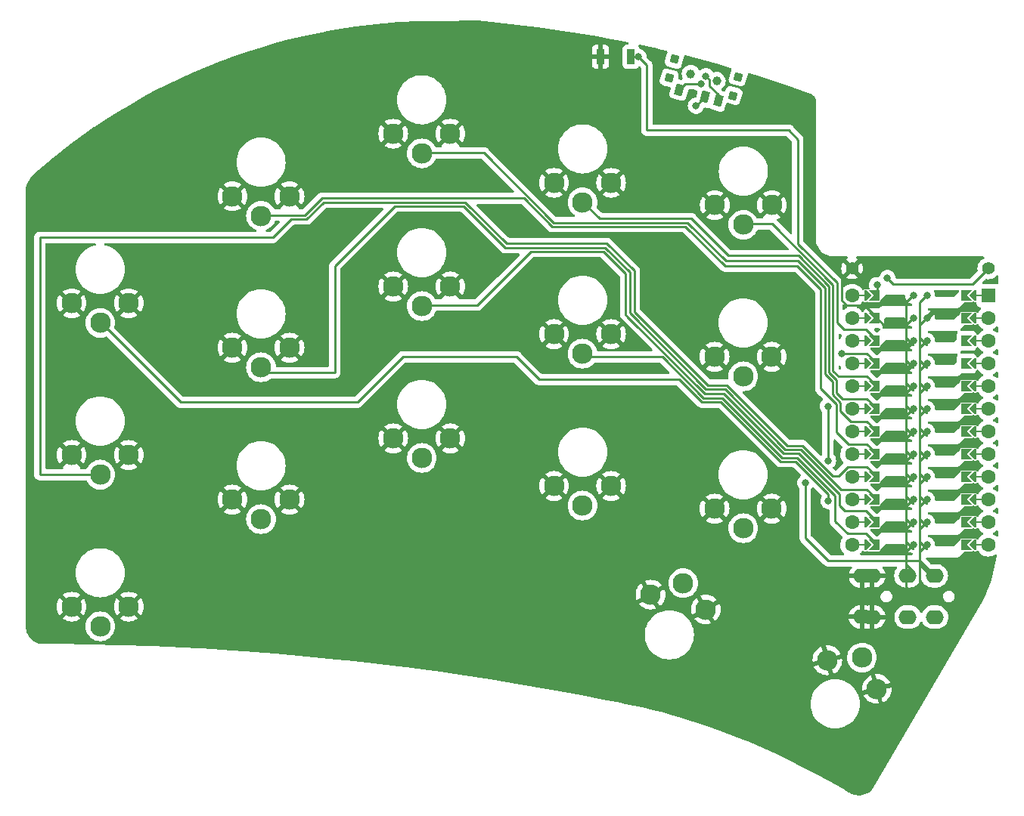
<source format=gbr>
%TF.GenerationSoftware,KiCad,Pcbnew,7.0.5*%
%TF.CreationDate,2023-09-03T18:34:12+02:00*%
%TF.ProjectId,half-swept,68616c66-2d73-4776-9570-742e6b696361,rev?*%
%TF.SameCoordinates,Original*%
%TF.FileFunction,Copper,L2,Bot*%
%TF.FilePolarity,Positive*%
%FSLAX46Y46*%
G04 Gerber Fmt 4.6, Leading zero omitted, Abs format (unit mm)*
G04 Created by KiCad (PCBNEW 7.0.5) date 2023-09-03 18:34:12*
%MOMM*%
%LPD*%
G01*
G04 APERTURE LIST*
G04 Aperture macros list*
%AMRotRect*
0 Rectangle, with rotation*
0 The origin of the aperture is its center*
0 $1 length*
0 $2 width*
0 $3 Rotation angle, in degrees counterclockwise*
0 Add horizontal line*
21,1,$1,$2,0,0,$3*%
%AMFreePoly0*
4,1,5,0.125000,-0.500000,-0.125000,-0.500000,-0.125000,0.500000,0.125000,0.500000,0.125000,-0.500000,0.125000,-0.500000,$1*%
%AMFreePoly1*
4,1,6,0.600000,0.200000,0.000000,-0.400000,-0.600000,0.200000,-0.600000,0.400000,0.600000,0.400000,0.600000,0.200000,0.600000,0.200000,$1*%
%AMFreePoly2*
4,1,6,0.600000,-0.250000,-0.600000,-0.250000,-0.600000,1.000000,0.000000,0.400000,0.600000,1.000000,0.600000,-0.250000,0.600000,-0.250000,$1*%
%AMFreePoly3*
4,1,49,0.004652,0.123753,0.008918,0.124682,0.028635,0.117327,0.062500,0.108253,0.068172,0.102580,0.074910,0.100068,0.087486,0.083266,0.108253,0.062500,0.111163,0.051639,0.117119,0.043683,0.118510,0.024217,0.125000,0.000000,0.121245,-0.014013,0.122144,-0.026571,0.113772,-0.041901,0.108253,-0.062500,0.095633,-0.075119,0.088389,-0.088388,-0.641000,-0.817776,-0.641000,-4.770223,
0.088389,-5.499612,0.109711,-5.528094,0.124682,-5.596918,0.100068,-5.662910,0.043683,-5.705119,-0.026571,-5.710144,-0.088388,-5.676389,-0.854388,-4.910388,-0.867764,-4.892519,-0.871157,-4.889580,-0.871926,-4.886960,-0.875710,-4.881906,-0.882285,-4.851677,-0.891000,-4.822000,-0.891000,-0.766000,-0.887823,-0.743906,-0.888144,-0.739429,-0.886835,-0.737032,-0.885937,-0.730783,-0.869209,-0.704755,
-0.854388,-0.677612,-0.088388,0.088389,-0.064427,0.106325,-0.062500,0.108253,-0.061491,0.108523,-0.059906,0.109711,-0.044779,0.113001,0.000000,0.125000,0.004652,0.123753,0.004652,0.123753,$1*%
G04 Aperture macros list end*
%TA.AperFunction,ComponentPad*%
%ADD10C,1.397000*%
%TD*%
%TA.AperFunction,ComponentPad*%
%ADD11O,2.000000X1.600000*%
%TD*%
%TA.AperFunction,ComponentPad*%
%ADD12C,2.300000*%
%TD*%
%TA.AperFunction,ComponentPad*%
%ADD13C,1.600000*%
%TD*%
%TA.AperFunction,ComponentPad*%
%ADD14R,1.600000X1.600000*%
%TD*%
%TA.AperFunction,SMDPad,CuDef*%
%ADD15FreePoly0,270.000000*%
%TD*%
%TA.AperFunction,SMDPad,CuDef*%
%ADD16FreePoly1,270.000000*%
%TD*%
%TA.AperFunction,SMDPad,CuDef*%
%ADD17FreePoly1,90.000000*%
%TD*%
%TA.AperFunction,SMDPad,CuDef*%
%ADD18FreePoly0,90.000000*%
%TD*%
%TA.AperFunction,SMDPad,CuDef*%
%ADD19FreePoly2,270.000000*%
%TD*%
%TA.AperFunction,SMDPad,CuDef*%
%ADD20FreePoly3,90.000000*%
%TD*%
%TA.AperFunction,ComponentPad*%
%ADD21C,0.800000*%
%TD*%
%TA.AperFunction,SMDPad,CuDef*%
%ADD22FreePoly3,270.000000*%
%TD*%
%TA.AperFunction,SMDPad,CuDef*%
%ADD23FreePoly2,90.000000*%
%TD*%
%TA.AperFunction,WasherPad*%
%ADD24C,1.000000*%
%TD*%
%TA.AperFunction,SMDPad,CuDef*%
%ADD25RotRect,0.900000X0.900000X344.500000*%
%TD*%
%TA.AperFunction,SMDPad,CuDef*%
%ADD26RotRect,0.900000X1.250000X344.500000*%
%TD*%
%TA.AperFunction,SMDPad,CuDef*%
%ADD27R,0.900000X1.700000*%
%TD*%
%TA.AperFunction,ViaPad*%
%ADD28C,0.800000*%
%TD*%
%TA.AperFunction,Conductor*%
%ADD29C,0.250000*%
%TD*%
G04 APERTURE END LIST*
D10*
%TO.P,B+,1*%
%TO.N,BT+_r*%
X126492000Y-45974000D03*
%TD*%
%TO.P,B-,1*%
%TO.N,gnd*%
X111252000Y-45974000D03*
%TD*%
D11*
%TO.P,J2,R1*%
%TO.N,Switch18*%
X117478000Y-80420000D03*
X117498000Y-85050000D03*
%TO.P,J2,R2*%
%TO.N,vcc*%
X120478000Y-80420000D03*
X120498000Y-85050000D03*
%TO.P,J2,S*%
%TO.N,gnd*%
X112398000Y-80450000D03*
X112378000Y-85020000D03*
%TO.P,J2,T*%
X113478000Y-80420000D03*
X113498000Y-85050000D03*
%TD*%
D12*
%TO.P,SW1,1*%
%TO.N,Switch1*%
X27080000Y-52080000D03*
%TO.P,SW1,2*%
%TO.N,gnd*%
X23880000Y-49880000D03*
X30280000Y-49880000D03*
%TD*%
%TO.P,SW2,1*%
%TO.N,Switch2*%
X45080000Y-40080000D03*
%TO.P,SW2,2*%
%TO.N,gnd*%
X41880000Y-37880000D03*
X48280000Y-37880000D03*
%TD*%
%TO.P,SW3,1*%
%TO.N,Switch3*%
X63080000Y-33080000D03*
%TO.P,SW3,2*%
%TO.N,gnd*%
X59880000Y-30880000D03*
X66280000Y-30880000D03*
%TD*%
%TO.P,SW4,1*%
%TO.N,Switch4*%
X81080000Y-38580000D03*
%TO.P,SW4,2*%
%TO.N,gnd*%
X77880000Y-36380000D03*
X84280000Y-36380000D03*
%TD*%
%TO.P,SW5,1*%
%TO.N,Switch5*%
X99080000Y-41080000D03*
%TO.P,SW5,2*%
%TO.N,gnd*%
X95880000Y-38880000D03*
X102280000Y-38880000D03*
%TD*%
%TO.P,SW6,1*%
%TO.N,Switch6*%
X27080000Y-69080000D03*
%TO.P,SW6,2*%
%TO.N,gnd*%
X23880000Y-66880000D03*
X30280000Y-66880000D03*
%TD*%
%TO.P,SW7,1*%
%TO.N,Switch7*%
X45080000Y-57054000D03*
%TO.P,SW7,2*%
%TO.N,gnd*%
X41880000Y-54854000D03*
X48280000Y-54854000D03*
%TD*%
%TO.P,SW8,1*%
%TO.N,Switch8*%
X63080000Y-50196000D03*
%TO.P,SW8,2*%
%TO.N,gnd*%
X59880000Y-47996000D03*
X66280000Y-47996000D03*
%TD*%
%TO.P,SW9,1*%
%TO.N,Switch9*%
X81080000Y-55530000D03*
%TO.P,SW9,2*%
%TO.N,gnd*%
X77880000Y-53330000D03*
X84280000Y-53330000D03*
%TD*%
%TO.P,SW10,1*%
%TO.N,Switch10*%
X99060000Y-58070000D03*
%TO.P,SW10,2*%
%TO.N,gnd*%
X95860000Y-55870000D03*
X102260000Y-55870000D03*
%TD*%
%TO.P,SW11,1*%
%TO.N,Switch11*%
X27080000Y-86080000D03*
%TO.P,SW11,2*%
%TO.N,gnd*%
X23880000Y-83880000D03*
X30280000Y-83880000D03*
%TD*%
%TO.P,SW12,1*%
%TO.N,Switch12*%
X45080000Y-74072000D03*
%TO.P,SW12,2*%
%TO.N,gnd*%
X41880000Y-71872000D03*
X48280000Y-71872000D03*
%TD*%
%TO.P,SW13,1*%
%TO.N,Switch13*%
X63080000Y-67214000D03*
%TO.P,SW13,2*%
%TO.N,gnd*%
X59880000Y-65014000D03*
X66280000Y-65014000D03*
%TD*%
%TO.P,SW14,1*%
%TO.N,Switch14*%
X81080000Y-72548000D03*
%TO.P,SW14,2*%
%TO.N,gnd*%
X77880000Y-70348000D03*
X84280000Y-70348000D03*
%TD*%
%TO.P,SW15,1*%
%TO.N,Switch15*%
X99060000Y-75088000D03*
%TO.P,SW15,2*%
%TO.N,gnd*%
X95860000Y-72888000D03*
X102260000Y-72888000D03*
%TD*%
%TO.P,SW17,1*%
%TO.N,Switch17*%
X112356000Y-89583848D03*
%TO.P,SW17,2*%
%TO.N,gnd*%
X114027281Y-93089103D03*
X108484719Y-89889103D03*
%TD*%
%TO.P,SW16,1*%
%TO.N,Switch16*%
X92348914Y-81234445D03*
%TO.P,SW16,2*%
%TO.N,gnd*%
X94870475Y-84187703D03*
X88688550Y-82531261D03*
%TD*%
D13*
%TO.P,U1,*%
%TO.N,*%
X126492000Y-49022000D03*
D14*
X126492000Y-49022000D03*
D15*
X125222000Y-49022000D03*
D16*
X124714000Y-49022000D03*
D17*
X113030000Y-49022000D03*
D18*
X112522000Y-49022000D03*
D13*
X111252000Y-49022000D03*
X126492000Y-51562000D03*
D15*
X125222000Y-51562000D03*
D16*
X124714000Y-51562000D03*
D17*
X113030000Y-51562000D03*
D18*
X112522000Y-51562000D03*
D13*
X111252000Y-51562000D03*
X126492000Y-54102000D03*
D15*
X125222000Y-54102000D03*
D16*
X124714000Y-54102000D03*
D17*
X113030000Y-54102000D03*
D18*
X112522000Y-54102000D03*
D13*
X111252000Y-54102000D03*
X126492000Y-56642000D03*
D15*
X125222000Y-56642000D03*
D16*
X124714000Y-56642000D03*
D17*
X113030000Y-56642000D03*
D18*
X112522000Y-56642000D03*
D13*
X111252000Y-56642000D03*
X126492000Y-59182000D03*
D15*
X125222000Y-59182000D03*
D16*
X124714000Y-59182000D03*
D17*
X113030000Y-59182000D03*
D18*
X112522000Y-59182000D03*
D13*
X111252000Y-59182000D03*
X126492000Y-61722000D03*
D15*
X125222000Y-61722000D03*
D16*
X124714000Y-61722000D03*
D17*
X113030000Y-61722000D03*
D18*
X112522000Y-61722000D03*
D13*
X111252000Y-61722000D03*
X126492000Y-64262000D03*
D15*
X125222000Y-64262000D03*
D16*
X124714000Y-64262000D03*
D17*
X113030000Y-64262000D03*
D18*
X112522000Y-64262000D03*
D13*
X111252000Y-64262000D03*
X126492000Y-66802000D03*
D15*
X125222000Y-66802000D03*
D16*
X124714000Y-66802000D03*
D17*
X113030000Y-66802000D03*
D18*
X112522000Y-66802000D03*
D13*
X111252000Y-66802000D03*
X126492000Y-69342000D03*
D15*
X125222000Y-69342000D03*
D16*
X124714000Y-69342000D03*
D17*
X113030000Y-69342000D03*
D18*
X112522000Y-69342000D03*
D13*
X111252000Y-69342000D03*
X126492000Y-71882000D03*
D15*
X125222000Y-71882000D03*
D16*
X124714000Y-71882000D03*
D17*
X113030000Y-71882000D03*
D18*
X112522000Y-71882000D03*
D13*
X111252000Y-71882000D03*
X126492000Y-74422000D03*
D15*
X125222000Y-74422000D03*
D16*
X124714000Y-74422000D03*
D17*
X113030000Y-74422000D03*
D18*
X112522000Y-74422000D03*
D13*
X111252000Y-74422000D03*
X126492000Y-76962000D03*
D15*
X125222000Y-76962000D03*
D16*
X124714000Y-76962000D03*
D17*
X113030000Y-76962000D03*
D18*
X112522000Y-76962000D03*
D13*
X111252000Y-76962000D03*
D19*
%TO.P,U1,1*%
%TO.N,Switch10*%
X123698000Y-49022000D03*
D20*
X118110000Y-49022000D03*
D21*
X118110000Y-49022000D03*
D19*
%TO.P,U1,2*%
%TO.N,Switch18*%
X123698000Y-51562000D03*
D20*
X118110000Y-51562000D03*
D21*
X118110000Y-51562000D03*
D19*
%TO.P,U1,3*%
%TO.N,gnd*%
X123698000Y-54102000D03*
D20*
X118110000Y-54102000D03*
D21*
X118110000Y-54102000D03*
D19*
%TO.P,U1,4*%
X123698000Y-56642000D03*
D20*
X118110000Y-56642000D03*
D21*
X118110000Y-56642000D03*
D19*
%TO.P,U1,5*%
%TO.N,Switch11*%
X123698000Y-59182000D03*
D20*
X118110000Y-59182000D03*
D21*
X118110000Y-59182000D03*
D19*
%TO.P,U1,6*%
%TO.N,Switch12*%
X123698000Y-61722000D03*
D20*
X118110000Y-61722000D03*
D21*
X118110000Y-61722000D03*
D19*
%TO.P,U1,7*%
%TO.N,Switch13*%
X123698000Y-64262000D03*
D20*
X118110000Y-64262000D03*
D21*
X118110000Y-64262000D03*
D19*
%TO.P,U1,8*%
%TO.N,Switch14*%
X123698000Y-66802000D03*
D20*
X118110000Y-66802000D03*
D21*
X118110000Y-66802000D03*
D19*
%TO.P,U1,9*%
%TO.N,Switch15*%
X123698000Y-69342000D03*
D20*
X118110000Y-69342000D03*
D21*
X118110000Y-69342000D03*
D19*
%TO.P,U1,10*%
%TO.N,Switch1*%
X123698000Y-71882000D03*
D20*
X118110000Y-71882000D03*
D21*
X118110000Y-71882000D03*
D19*
%TO.P,U1,11*%
%TO.N,Switch16*%
X123698000Y-74422000D03*
D20*
X118110000Y-74422000D03*
D21*
X118110000Y-74422000D03*
D19*
%TO.P,U1,12*%
%TO.N,Switch17*%
X123698000Y-76962000D03*
D20*
X118110000Y-76962000D03*
D21*
X118110000Y-76962000D03*
D22*
%TO.P,U1,13*%
%TO.N,Switch9*%
X119634000Y-76962000D03*
D21*
X119634000Y-76962000D03*
D23*
X114046000Y-76962000D03*
D22*
%TO.P,U1,14*%
%TO.N,Switch8*%
X119634000Y-74422000D03*
D21*
X119634000Y-74422000D03*
D23*
X114046000Y-74422000D03*
D22*
%TO.P,U1,15*%
%TO.N,Switch7*%
X119634000Y-71882000D03*
D21*
X119634000Y-71882000D03*
D23*
X114046000Y-71882000D03*
D22*
%TO.P,U1,16*%
%TO.N,Switch6*%
X119634000Y-69342000D03*
D21*
X119634000Y-69342000D03*
D23*
X114046000Y-69342000D03*
D22*
%TO.P,U1,17*%
%TO.N,Switch2*%
X119634000Y-66802000D03*
D21*
X119634000Y-66802000D03*
D23*
X114046000Y-66802000D03*
D22*
%TO.P,U1,18*%
%TO.N,Switch3*%
X119634000Y-64262000D03*
D21*
X119634000Y-64262000D03*
D23*
X114046000Y-64262000D03*
D22*
%TO.P,U1,19*%
%TO.N,Switch4*%
X119634000Y-61722000D03*
D21*
X119634000Y-61722000D03*
D23*
X114046000Y-61722000D03*
D22*
%TO.P,U1,20*%
%TO.N,Switch5*%
X119634000Y-59182000D03*
D21*
X119634000Y-59182000D03*
D23*
X114046000Y-59182000D03*
D22*
%TO.P,U1,21*%
%TO.N,vcc*%
X119634000Y-56642000D03*
D21*
X119634000Y-56642000D03*
D23*
X114046000Y-56642000D03*
D22*
%TO.P,U1,22*%
%TO.N,reset*%
X119634000Y-54102000D03*
D21*
X119634000Y-54102000D03*
D23*
X114046000Y-54102000D03*
D22*
%TO.P,U1,23*%
%TO.N,gnd*%
X119634000Y-51562000D03*
D21*
X119634000Y-51562000D03*
D23*
X114046000Y-51562000D03*
D22*
%TO.P,U1,24*%
%TO.N,raw*%
X119634000Y-49022000D03*
D21*
X119634000Y-49022000D03*
D23*
X114046000Y-49022000D03*
%TD*%
D24*
%TO.P,POWER SW,*%
%TO.N,*%
X93194954Y-24169715D03*
X96085846Y-24971431D03*
D25*
%TO.P,POWER SW,0*%
%TO.N,N/C*%
X91368930Y-22521798D03*
X90781005Y-24641785D03*
X98499795Y-24499361D03*
X97911870Y-26619348D03*
D26*
%TO.P,POWER SW,1*%
%TO.N,Net-(SW_POWERR1-Pad1)*%
X91917712Y-25968820D03*
%TO.P,POWER SW,2*%
%TO.N,BT+_r*%
X94808603Y-26770534D03*
%TO.P,POWER SW,3*%
%TO.N,raw*%
X96254049Y-27171393D03*
%TD*%
D27*
%TO.P,RSW2,1*%
%TO.N,reset*%
X86485200Y-22250400D03*
%TO.P,RSW2,2*%
%TO.N,gnd*%
X83085200Y-22250400D03*
%TD*%
D28*
%TO.N,gnd*%
X115163600Y-52273200D03*
X109372400Y-45669200D03*
X89357200Y-22453600D03*
%TO.N,vcc*%
X106019600Y-70002400D03*
X110134400Y-55524400D03*
X108559600Y-67513200D03*
X108559600Y-61417200D03*
%TO.N,reset*%
X87325200Y-22250400D03*
%TO.N,Switch1*%
X108610400Y-72034400D03*
%TO.N,raw*%
X94894400Y-24434800D03*
X114046000Y-47853600D03*
%TO.N,BT+_r*%
X115214400Y-47072415D03*
X93776800Y-27736800D03*
%TO.N,Net-(SW_POWERR1-Pad1)*%
X94335600Y-25298400D03*
%TD*%
D29*
%TO.N,gnd*%
X112630511Y-50146511D02*
X110661711Y-50146511D01*
X110127489Y-47098511D02*
X111252000Y-45974000D01*
X114757200Y-52273200D02*
X114046000Y-51562000D01*
X110661711Y-50146511D02*
X110127489Y-49612289D01*
X114046000Y-51562000D02*
X112630511Y-50146511D01*
X115163600Y-52273200D02*
X114757200Y-52273200D01*
X110127489Y-49612289D02*
X110127489Y-47098511D01*
%TO.N,vcc*%
X108559600Y-67513200D02*
X108559600Y-61417200D01*
X106019600Y-70002400D02*
X106019600Y-76200000D01*
X106019600Y-76200000D02*
X108559600Y-78740000D01*
X110141311Y-55517489D02*
X112921489Y-55517489D01*
X112921489Y-55517489D02*
X114046000Y-56642000D01*
X110134400Y-55524400D02*
X110141311Y-55517489D01*
X108559600Y-78740000D02*
X118798000Y-78740000D01*
X118798000Y-78740000D02*
X120478000Y-80420000D01*
%TO.N,reset*%
X109544880Y-52039280D02*
X110337600Y-52832000D01*
X86485200Y-22250400D02*
X87325200Y-22250400D01*
X110337600Y-52832000D02*
X112776000Y-52832000D01*
X87325200Y-22250400D02*
X88263753Y-23188953D01*
X112776000Y-52832000D02*
X114046000Y-54102000D01*
X88263753Y-23188953D02*
X88263753Y-30480000D01*
X88263753Y-30480000D02*
X104140000Y-30480000D01*
X105180403Y-43229089D02*
X109544880Y-47593566D01*
X104140000Y-30480000D02*
X105180403Y-31520403D01*
X109544880Y-47593566D02*
X109544880Y-52039280D01*
X105180403Y-31520403D02*
X105180403Y-43229089D01*
%TO.N,Switch1*%
X96570800Y-60960000D02*
X94437200Y-60960000D01*
X73660000Y-55880000D02*
X60960000Y-55880000D01*
X94437200Y-60960000D02*
X91897200Y-58420000D01*
X55880000Y-60960000D02*
X36060000Y-60960000D01*
X60960000Y-55880000D02*
X55880000Y-60960000D01*
X108610400Y-71299954D02*
X104925246Y-67614800D01*
X108610400Y-72034400D02*
X108610400Y-71299954D01*
X103225600Y-67614800D02*
X96570800Y-60960000D01*
X36060000Y-60960000D02*
X27080000Y-51980000D01*
X76200000Y-58420000D02*
X73660000Y-55880000D01*
X91897200Y-58420000D02*
X76200000Y-58420000D01*
X104925246Y-67614800D02*
X103225600Y-67614800D01*
%TO.N,Switch2*%
X109481680Y-61172316D02*
X109481680Y-64320480D01*
X105127768Y-45720000D02*
X107746800Y-48339032D01*
X86109397Y-41293200D02*
X86116597Y-41286000D01*
X45103111Y-40003111D02*
X50003445Y-40003111D01*
X86116597Y-41286000D02*
X92602645Y-41286000D01*
X50003445Y-40003111D02*
X51906556Y-38100000D01*
X112921489Y-65677489D02*
X114046000Y-66802000D01*
X110838689Y-65677489D02*
X112921489Y-65677489D01*
X77690004Y-41293200D02*
X86109397Y-41293200D01*
X97036645Y-45720000D02*
X105127768Y-45720000D01*
X107746800Y-59437436D02*
X109481680Y-61172316D01*
X51906556Y-38100000D02*
X74496804Y-38100000D01*
X109481680Y-64320480D02*
X110838689Y-65677489D01*
X107746800Y-48339032D02*
X107746800Y-59437436D01*
X92602645Y-41286000D02*
X97036645Y-45720000D01*
X45080000Y-39980000D02*
X45103111Y-40003111D01*
X74496804Y-38100000D02*
X77690004Y-41293200D01*
%TO.N,Switch3*%
X105194029Y-45149865D02*
X108196320Y-48152156D01*
X109075280Y-60130198D02*
X109931200Y-60986118D01*
X63120000Y-33020000D02*
X70053200Y-33020000D01*
X70053200Y-33020000D02*
X77876400Y-40843200D01*
X108196320Y-48152156D02*
X108196320Y-57804156D01*
X63080000Y-32980000D02*
X63120000Y-33020000D01*
X108196320Y-57804156D02*
X109075280Y-58683116D01*
X77876400Y-40843200D02*
X85923001Y-40843200D01*
X109931200Y-61991500D02*
X111077189Y-63137489D01*
X109931200Y-60986118D02*
X109931200Y-61991500D01*
X97102906Y-45149865D02*
X105194029Y-45149865D01*
X111077189Y-63137489D02*
X112921489Y-63137489D01*
X112921489Y-63137489D02*
X114046000Y-64262000D01*
X92789041Y-40836000D02*
X97102906Y-45149865D01*
X85923001Y-40843200D02*
X85930201Y-40836000D01*
X85930201Y-40836000D02*
X92789041Y-40836000D01*
X109075280Y-58683116D02*
X109075280Y-60130198D01*
%TO.N,Switch4*%
X110178289Y-60597489D02*
X112921489Y-60597489D01*
X109524800Y-58496918D02*
X109524800Y-59944000D01*
X112921489Y-60597489D02*
X114046000Y-61722000D01*
X109524800Y-59944000D02*
X110178289Y-60597489D01*
X97386942Y-44554942D02*
X105234824Y-44554942D01*
X105234824Y-44554942D02*
X108645840Y-47965958D01*
X93218000Y-40386000D02*
X97386942Y-44554942D01*
X82986000Y-40386000D02*
X93218000Y-40386000D01*
X108645840Y-47965958D02*
X108645840Y-57617958D01*
X81080000Y-38480000D02*
X82986000Y-40386000D01*
X108645840Y-57617958D02*
X109524800Y-58496918D01*
%TO.N,Switch5*%
X102295600Y-40980000D02*
X109095360Y-47779763D01*
X109728000Y-58064400D02*
X110779300Y-58064400D01*
X110779300Y-58064400D02*
X110786211Y-58057489D01*
X110786211Y-58057489D02*
X112921489Y-58057489D01*
X109095360Y-57431760D02*
X109728000Y-58064400D01*
X99080000Y-40980000D02*
X102295600Y-40980000D01*
X112921489Y-58057489D02*
X114046000Y-59182000D01*
X109095360Y-47779763D02*
X109095360Y-57431760D01*
%TO.N,Switch6*%
X105670037Y-65816720D02*
X109093716Y-69240400D01*
X109763300Y-69240400D02*
X110786211Y-68217489D01*
X27080000Y-69080000D02*
X20320000Y-69080000D01*
X52092952Y-38550000D02*
X67937800Y-38550000D01*
X48446889Y-40453111D02*
X50189841Y-40453111D01*
X86875560Y-50855488D02*
X95081935Y-59061863D01*
X72567800Y-43180000D02*
X83804640Y-43180000D01*
X46398213Y-42501787D02*
X48446889Y-40453111D01*
X20320000Y-42501787D02*
X46398213Y-42501787D01*
X110786211Y-68217489D02*
X112921489Y-68217489D01*
X109093716Y-69240400D02*
X109763300Y-69240400D01*
X95081935Y-59061863D02*
X97215535Y-59061863D01*
X20320000Y-69080000D02*
X20320000Y-42501787D01*
X86875560Y-46250920D02*
X86875560Y-50855488D01*
X83804640Y-43180000D02*
X86875560Y-46250920D01*
X112921489Y-68217489D02*
X114046000Y-69342000D01*
X103970392Y-65816720D02*
X105670037Y-65816720D01*
X67937800Y-38550000D02*
X72567800Y-43180000D01*
X50189841Y-40453111D02*
X52092952Y-38550000D01*
X97215535Y-59061863D02*
X103970392Y-65816720D01*
%TO.N,Switch7*%
X94896217Y-59511863D02*
X97029817Y-59511863D01*
X53340000Y-45720000D02*
X60060000Y-39000000D01*
X109975089Y-70757489D02*
X112921489Y-70757489D01*
X53340000Y-57648734D02*
X53340000Y-45720000D01*
X86360000Y-50975646D02*
X94896217Y-59511863D01*
X45674734Y-57648734D02*
X53340000Y-57648734D01*
X112921489Y-70757489D02*
X114046000Y-71882000D01*
X86360000Y-46371756D02*
X86360000Y-50975646D01*
X72381404Y-43630000D02*
X83618244Y-43630000D01*
X83618244Y-43630000D02*
X86360000Y-46371756D01*
X105483839Y-66266240D02*
X109975089Y-70757489D01*
X45080000Y-56954000D02*
X45080000Y-57054000D01*
X67751404Y-39000000D02*
X72381404Y-43630000D01*
X97029817Y-59511863D02*
X103784194Y-66266240D01*
X103784194Y-66266240D02*
X105483839Y-66266240D01*
X60060000Y-39000000D02*
X67751404Y-39000000D01*
X45080000Y-57054000D02*
X45674734Y-57648734D01*
%TO.N,Switch8*%
X69284000Y-50096000D02*
X63080000Y-50096000D01*
X103597996Y-66715760D02*
X96865278Y-59983042D01*
X85910000Y-51162042D02*
X85910000Y-46558152D01*
X96865278Y-59983042D02*
X94731678Y-59983042D01*
X86173604Y-51425646D02*
X85910000Y-51162042D01*
X86174282Y-51425646D02*
X86173604Y-51425646D01*
X83431848Y-44080000D02*
X75300000Y-44080000D01*
X85910000Y-46558152D02*
X83431848Y-44080000D01*
X109821920Y-71240039D02*
X105297641Y-66715760D01*
X112776000Y-73152000D02*
X110439200Y-73152000D01*
X75300000Y-44080000D02*
X69284000Y-50096000D01*
X109821920Y-72534720D02*
X109821920Y-71240039D01*
X105297641Y-66715760D02*
X103597996Y-66715760D01*
X110439200Y-73152000D02*
X109821920Y-72534720D01*
X114046000Y-74422000D02*
X112776000Y-73152000D01*
X94731678Y-59983042D02*
X86174282Y-51425646D01*
%TO.N,Switch9*%
X94609973Y-60497055D02*
X96743573Y-60497055D01*
X81530000Y-55880000D02*
X89992918Y-55880000D01*
X109372400Y-71426236D02*
X109372400Y-74320400D01*
X112776000Y-75692000D02*
X114046000Y-76962000D01*
X103411798Y-67165280D02*
X105111444Y-67165280D01*
X105111444Y-67165280D02*
X109372400Y-71426236D01*
X81080000Y-55430000D02*
X81530000Y-55880000D01*
X109372400Y-74320400D02*
X110744000Y-75692000D01*
X110744000Y-75692000D02*
X112776000Y-75692000D01*
X89992918Y-55880000D02*
X94609973Y-60497055D01*
X96743573Y-60497055D02*
X103411798Y-67165280D01*
%TO.N,raw*%
X94894400Y-24434800D02*
X95261325Y-24801725D01*
X114046000Y-47853600D02*
X114046000Y-49022000D01*
X95261325Y-24801725D02*
X95261325Y-25530080D01*
X96254049Y-26522804D02*
X96254049Y-27171393D01*
X95261325Y-25530080D02*
X96254049Y-26522804D01*
%TO.N,BT+_r*%
X115214400Y-47072415D02*
X115893985Y-47752000D01*
X124714000Y-47752000D02*
X126492000Y-45974000D01*
X93776800Y-27736800D02*
X93842337Y-27736800D01*
X93842337Y-27736800D02*
X94808603Y-26770534D01*
X115893985Y-47752000D02*
X124714000Y-47752000D01*
%TO.N,Net-(SW_POWERR1-Pad1)*%
X92588132Y-25298400D02*
X94335600Y-25298400D01*
X91917712Y-25968820D02*
X92588132Y-25298400D01*
%TD*%
%TA.AperFunction,Conductor*%
%TO.N,gnd*%
G36*
X69293532Y-18226444D02*
G01*
X70148167Y-18304355D01*
X71545080Y-18431702D01*
X73796987Y-18672759D01*
X76044823Y-18949202D01*
X78288034Y-19260962D01*
X80526064Y-19607963D01*
X82758338Y-19990115D01*
X84247018Y-20269134D01*
X84984371Y-20407335D01*
X86138207Y-20642437D01*
X86200962Y-20675637D01*
X86235806Y-20737495D01*
X86231676Y-20808371D01*
X86189883Y-20865763D01*
X86123696Y-20891449D01*
X86113050Y-20891900D01*
X85986550Y-20891900D01*
X85926003Y-20898409D01*
X85925995Y-20898411D01*
X85788997Y-20949510D01*
X85788992Y-20949512D01*
X85671938Y-21037138D01*
X85584312Y-21154192D01*
X85584310Y-21154197D01*
X85533211Y-21291195D01*
X85533209Y-21291203D01*
X85526700Y-21351750D01*
X85526700Y-23149049D01*
X85533209Y-23209596D01*
X85533211Y-23209604D01*
X85584310Y-23346602D01*
X85584312Y-23346607D01*
X85671938Y-23463661D01*
X85788992Y-23551287D01*
X85788994Y-23551288D01*
X85788996Y-23551289D01*
X85848075Y-23573324D01*
X85925995Y-23602388D01*
X85926003Y-23602390D01*
X85986550Y-23608899D01*
X85986555Y-23608899D01*
X85986562Y-23608900D01*
X85986568Y-23608900D01*
X86983832Y-23608900D01*
X86983838Y-23608900D01*
X86983845Y-23608899D01*
X86983849Y-23608899D01*
X87044396Y-23602390D01*
X87044399Y-23602389D01*
X87044401Y-23602389D01*
X87181404Y-23551289D01*
X87181999Y-23550844D01*
X87235958Y-23510450D01*
X87298461Y-23463661D01*
X87358630Y-23383283D01*
X87415465Y-23340738D01*
X87486281Y-23335672D01*
X87548592Y-23369697D01*
X87593347Y-23414451D01*
X87627373Y-23476762D01*
X87630253Y-23503547D01*
X87630253Y-30408206D01*
X87628021Y-30431818D01*
X87626478Y-30439903D01*
X87626478Y-30439906D01*
X87630129Y-30497949D01*
X87630253Y-30501883D01*
X87630253Y-30519855D01*
X87632504Y-30537688D01*
X87632876Y-30541623D01*
X87636528Y-30599651D01*
X87639074Y-30607487D01*
X87644246Y-30630626D01*
X87645277Y-30638789D01*
X87645280Y-30638799D01*
X87666677Y-30692842D01*
X87668017Y-30696565D01*
X87685989Y-30751875D01*
X87685990Y-30751876D01*
X87685990Y-30751878D01*
X87690405Y-30758834D01*
X87701170Y-30779962D01*
X87704200Y-30787616D01*
X87738369Y-30834646D01*
X87740593Y-30837919D01*
X87771753Y-30887018D01*
X87777760Y-30892659D01*
X87793441Y-30910446D01*
X87798279Y-30917105D01*
X87798280Y-30917106D01*
X87843074Y-30954163D01*
X87846044Y-30956781D01*
X87888432Y-30996587D01*
X87895649Y-31000554D01*
X87915264Y-31013884D01*
X87921609Y-31019133D01*
X87974248Y-31043903D01*
X87977708Y-31045666D01*
X88028693Y-31073695D01*
X88036666Y-31075742D01*
X88058979Y-31083774D01*
X88066435Y-31087283D01*
X88123571Y-31098182D01*
X88127383Y-31099034D01*
X88167448Y-31109321D01*
X88183718Y-31113499D01*
X88183720Y-31113499D01*
X88183723Y-31113500D01*
X88191959Y-31113500D01*
X88215569Y-31115731D01*
X88223659Y-31117275D01*
X88281702Y-31113623D01*
X88285636Y-31113500D01*
X103825406Y-31113500D01*
X103893527Y-31133502D01*
X103914495Y-31150399D01*
X104510000Y-31745904D01*
X104544023Y-31808213D01*
X104546903Y-31834996D01*
X104546903Y-42031208D01*
X104526901Y-42099329D01*
X104473245Y-42145822D01*
X104402971Y-42155926D01*
X104338391Y-42126432D01*
X104331808Y-42120303D01*
X103625029Y-41413524D01*
X102841923Y-40630418D01*
X102807900Y-40568109D01*
X102812964Y-40497294D01*
X102855511Y-40440458D01*
X102882802Y-40424917D01*
X103035042Y-40361857D01*
X103257558Y-40225499D01*
X103262268Y-40221477D01*
X102639634Y-39598843D01*
X102781948Y-39509423D01*
X102909423Y-39381948D01*
X102998844Y-39239634D01*
X103621477Y-39862268D01*
X103625499Y-39857558D01*
X103761857Y-39635042D01*
X103861728Y-39393933D01*
X103922650Y-39140169D01*
X103943126Y-38880000D01*
X103922650Y-38619830D01*
X103861728Y-38366066D01*
X103761857Y-38124957D01*
X103625494Y-37902434D01*
X103625492Y-37902431D01*
X103621477Y-37897730D01*
X102998843Y-38520364D01*
X102909423Y-38378052D01*
X102781948Y-38250577D01*
X102639634Y-38161155D01*
X103262267Y-37538522D01*
X103262267Y-37538521D01*
X103257559Y-37534500D01*
X103035042Y-37398142D01*
X102793933Y-37298271D01*
X102540169Y-37237349D01*
X102279999Y-37216873D01*
X102019830Y-37237349D01*
X101766066Y-37298271D01*
X101524957Y-37398142D01*
X101302439Y-37534501D01*
X101297732Y-37538521D01*
X101920365Y-38161155D01*
X101778052Y-38250577D01*
X101650577Y-38378052D01*
X101561156Y-38520365D01*
X100938522Y-37897731D01*
X100938521Y-37897731D01*
X100934501Y-37902439D01*
X100798142Y-38124957D01*
X100698271Y-38366066D01*
X100637349Y-38619830D01*
X100616873Y-38880000D01*
X100637349Y-39140169D01*
X100698271Y-39393933D01*
X100798142Y-39635042D01*
X100934500Y-39857559D01*
X100938521Y-39862267D01*
X100938522Y-39862268D01*
X101561155Y-39239634D01*
X101650577Y-39381948D01*
X101778052Y-39509423D01*
X101920364Y-39598843D01*
X101295429Y-40223778D01*
X101280186Y-40284407D01*
X101228397Y-40332970D01*
X101171595Y-40346500D01*
X100646208Y-40346500D01*
X100578087Y-40326498D01*
X100538775Y-40286335D01*
X100501495Y-40225499D01*
X100425903Y-40102144D01*
X100425900Y-40102140D01*
X100256363Y-39903636D01*
X100057859Y-39734099D01*
X100057857Y-39734098D01*
X100057856Y-39734097D01*
X99835271Y-39597697D01*
X99594089Y-39497796D01*
X99594087Y-39497795D01*
X99594086Y-39497795D01*
X99443856Y-39461728D01*
X99340249Y-39436854D01*
X99080000Y-39416372D01*
X99079999Y-39416372D01*
X98819751Y-39436854D01*
X98565913Y-39497795D01*
X98324730Y-39597696D01*
X98102142Y-39734098D01*
X98102140Y-39734099D01*
X97903636Y-39903636D01*
X97734099Y-40102140D01*
X97734098Y-40102142D01*
X97597696Y-40324730D01*
X97497795Y-40565913D01*
X97436854Y-40819751D01*
X97418115Y-41057859D01*
X97416372Y-41080000D01*
X97436854Y-41340249D01*
X97497796Y-41594089D01*
X97515157Y-41636001D01*
X97580862Y-41794629D01*
X97597697Y-41835271D01*
X97717926Y-42031468D01*
X97734098Y-42057857D01*
X97734099Y-42057859D01*
X97903636Y-42256363D01*
X98102140Y-42425900D01*
X98102144Y-42425903D01*
X98324729Y-42562303D01*
X98565911Y-42662204D01*
X98819751Y-42723146D01*
X99080000Y-42743628D01*
X99340249Y-42723146D01*
X99594089Y-42662204D01*
X99835271Y-42562303D01*
X100057856Y-42425903D01*
X100256363Y-42256363D01*
X100425903Y-42057856D01*
X100562303Y-41835271D01*
X100621945Y-41691280D01*
X100666493Y-41636001D01*
X100733857Y-41613580D01*
X100738354Y-41613500D01*
X101981006Y-41613500D01*
X102049127Y-41633502D01*
X102070101Y-41650405D01*
X104126042Y-43706347D01*
X104160068Y-43768659D01*
X104155003Y-43839475D01*
X104112456Y-43896310D01*
X104045936Y-43921121D01*
X104036947Y-43921442D01*
X97701537Y-43921442D01*
X97633416Y-43901440D01*
X97612442Y-43884537D01*
X93725244Y-39997339D01*
X93715279Y-39984901D01*
X93715052Y-39985090D01*
X93710001Y-39978984D01*
X93710000Y-39978982D01*
X93659626Y-39931678D01*
X93658237Y-39930332D01*
X93647990Y-39920085D01*
X93637776Y-39909870D01*
X93637772Y-39909866D01*
X93632225Y-39905563D01*
X93627717Y-39901712D01*
X93593325Y-39869417D01*
X93593319Y-39869413D01*
X93575563Y-39859651D01*
X93559047Y-39848802D01*
X93543041Y-39836386D01*
X93512289Y-39823078D01*
X93499740Y-39817648D01*
X93494408Y-39815036D01*
X93453061Y-39792305D01*
X93433436Y-39787266D01*
X93414736Y-39780864D01*
X93396145Y-39772819D01*
X93396143Y-39772818D01*
X93396142Y-39772818D01*
X93349542Y-39765437D01*
X93343729Y-39764233D01*
X93298030Y-39752500D01*
X93277776Y-39752500D01*
X93258066Y-39750949D01*
X93238057Y-39747780D01*
X93238056Y-39747780D01*
X93191083Y-39752220D01*
X93185150Y-39752500D01*
X83300594Y-39752500D01*
X83232473Y-39732498D01*
X83211499Y-39715595D01*
X82698120Y-39202216D01*
X82664094Y-39139904D01*
X82664695Y-39083709D01*
X82713602Y-38880000D01*
X94216873Y-38880000D01*
X94237349Y-39140169D01*
X94298271Y-39393933D01*
X94398142Y-39635042D01*
X94534500Y-39857559D01*
X94538521Y-39862267D01*
X94538522Y-39862268D01*
X95161155Y-39239634D01*
X95250577Y-39381948D01*
X95378052Y-39509423D01*
X95520364Y-39598843D01*
X94897730Y-40221477D01*
X94897730Y-40221478D01*
X94902431Y-40225492D01*
X94902434Y-40225494D01*
X95124957Y-40361857D01*
X95366066Y-40461728D01*
X95619830Y-40522650D01*
X95880000Y-40543126D01*
X96140169Y-40522650D01*
X96393933Y-40461728D01*
X96635042Y-40361857D01*
X96857558Y-40225499D01*
X96862268Y-40221477D01*
X96239634Y-39598843D01*
X96381948Y-39509423D01*
X96509423Y-39381948D01*
X96598844Y-39239634D01*
X97221477Y-39862268D01*
X97225499Y-39857558D01*
X97361857Y-39635042D01*
X97461728Y-39393933D01*
X97522650Y-39140169D01*
X97543126Y-38880000D01*
X97522650Y-38619830D01*
X97461728Y-38366066D01*
X97361857Y-38124957D01*
X97225494Y-37902434D01*
X97225492Y-37902431D01*
X97221477Y-37897730D01*
X96598843Y-38520364D01*
X96509423Y-38378052D01*
X96381948Y-38250577D01*
X96239634Y-38161155D01*
X96862267Y-37538522D01*
X96862267Y-37538521D01*
X96857559Y-37534500D01*
X96635042Y-37398142D01*
X96393933Y-37298271D01*
X96140169Y-37237349D01*
X95879999Y-37216873D01*
X95619830Y-37237349D01*
X95366066Y-37298271D01*
X95124957Y-37398142D01*
X94902439Y-37534501D01*
X94897732Y-37538521D01*
X95520365Y-38161155D01*
X95378052Y-38250577D01*
X95250577Y-38378052D01*
X95161156Y-38520365D01*
X94538522Y-37897731D01*
X94538521Y-37897731D01*
X94534501Y-37902439D01*
X94398142Y-38124957D01*
X94298271Y-38366066D01*
X94237349Y-38619830D01*
X94216873Y-38880000D01*
X82713602Y-38880000D01*
X82723146Y-38840249D01*
X82743628Y-38580000D01*
X82723146Y-38319751D01*
X82662204Y-38065911D01*
X82562303Y-37824729D01*
X82425903Y-37602144D01*
X82398385Y-37569924D01*
X82256363Y-37403636D01*
X82057859Y-37234099D01*
X82057857Y-37234098D01*
X82057856Y-37234097D01*
X81835271Y-37097697D01*
X81594089Y-36997796D01*
X81594087Y-36997795D01*
X81594086Y-36997795D01*
X81436950Y-36960070D01*
X81340249Y-36936854D01*
X81080000Y-36916372D01*
X80819751Y-36936854D01*
X80565913Y-36997795D01*
X80324730Y-37097696D01*
X80102142Y-37234098D01*
X80102140Y-37234099D01*
X79903636Y-37403636D01*
X79734099Y-37602140D01*
X79734098Y-37602142D01*
X79597696Y-37824730D01*
X79497795Y-38065913D01*
X79436854Y-38319751D01*
X79421927Y-38509423D01*
X79416372Y-38580000D01*
X79436854Y-38840249D01*
X79497796Y-39094089D01*
X79550562Y-39221477D01*
X79596634Y-39332706D01*
X79597697Y-39335271D01*
X79725070Y-39543126D01*
X79734098Y-39557857D01*
X79734099Y-39557859D01*
X79903636Y-39756363D01*
X80102140Y-39925900D01*
X80102147Y-39925905D01*
X80184331Y-39976267D01*
X80231963Y-40028914D01*
X80243570Y-40098956D01*
X80215467Y-40164154D01*
X80156577Y-40203808D01*
X80118497Y-40209700D01*
X78190994Y-40209700D01*
X78122873Y-40189698D01*
X78101899Y-40172795D01*
X74309104Y-36379999D01*
X76216873Y-36379999D01*
X76237349Y-36640169D01*
X76298271Y-36893933D01*
X76398142Y-37135042D01*
X76534500Y-37357559D01*
X76538521Y-37362267D01*
X76538522Y-37362268D01*
X77161155Y-36739634D01*
X77250577Y-36881948D01*
X77378052Y-37009423D01*
X77520364Y-37098843D01*
X76897730Y-37721477D01*
X76897730Y-37721478D01*
X76902431Y-37725492D01*
X76902434Y-37725494D01*
X77124957Y-37861857D01*
X77366066Y-37961728D01*
X77619830Y-38022650D01*
X77880000Y-38043126D01*
X78140169Y-38022650D01*
X78393933Y-37961728D01*
X78635042Y-37861857D01*
X78857558Y-37725499D01*
X78862268Y-37721477D01*
X78239634Y-37098843D01*
X78381948Y-37009423D01*
X78509423Y-36881948D01*
X78598844Y-36739634D01*
X79221477Y-37362268D01*
X79225499Y-37357558D01*
X79361857Y-37135042D01*
X79461728Y-36893933D01*
X79522650Y-36640169D01*
X79543126Y-36379999D01*
X82616873Y-36379999D01*
X82637349Y-36640169D01*
X82698271Y-36893933D01*
X82798142Y-37135042D01*
X82934500Y-37357559D01*
X82938521Y-37362267D01*
X82938522Y-37362268D01*
X83561155Y-36739634D01*
X83650577Y-36881948D01*
X83778052Y-37009423D01*
X83920364Y-37098843D01*
X83297730Y-37721477D01*
X83297730Y-37721478D01*
X83302431Y-37725492D01*
X83302434Y-37725494D01*
X83524957Y-37861857D01*
X83766066Y-37961728D01*
X84019830Y-38022650D01*
X84280000Y-38043126D01*
X84540169Y-38022650D01*
X84793933Y-37961728D01*
X85035042Y-37861857D01*
X85257558Y-37725499D01*
X85262268Y-37721477D01*
X84639634Y-37098843D01*
X84781948Y-37009423D01*
X84909423Y-36881948D01*
X84998844Y-36739634D01*
X85621477Y-37362268D01*
X85625499Y-37357558D01*
X85761857Y-37135042D01*
X85861728Y-36893933D01*
X85922650Y-36640169D01*
X85943126Y-36379999D01*
X85922650Y-36119830D01*
X85861728Y-35866066D01*
X85761857Y-35624957D01*
X85625494Y-35402434D01*
X85625492Y-35402431D01*
X85621477Y-35397730D01*
X84998843Y-36020363D01*
X84909423Y-35878052D01*
X84781948Y-35750577D01*
X84639634Y-35661155D01*
X85220789Y-35080001D01*
X96324473Y-35080001D01*
X96344563Y-35412139D01*
X96344564Y-35412142D01*
X96404543Y-35739440D01*
X96503538Y-36057127D01*
X96640096Y-36360546D01*
X96640099Y-36360552D01*
X96812245Y-36645317D01*
X97017452Y-36907246D01*
X97017464Y-36907259D01*
X97252740Y-37142535D01*
X97252753Y-37142547D01*
X97471237Y-37313717D01*
X97514682Y-37347754D01*
X97799443Y-37519898D01*
X97799445Y-37519899D01*
X97799447Y-37519900D01*
X97799453Y-37519903D01*
X98102872Y-37656461D01*
X98102873Y-37656461D01*
X98102877Y-37656463D01*
X98420559Y-37755456D01*
X98747858Y-37815436D01*
X98901489Y-37824729D01*
X98996893Y-37830500D01*
X98996894Y-37830500D01*
X99163107Y-37830500D01*
X99225364Y-37826734D01*
X99412142Y-37815436D01*
X99739441Y-37755456D01*
X100057123Y-37656463D01*
X100360557Y-37519898D01*
X100645318Y-37347754D01*
X100859440Y-37180000D01*
X100907246Y-37142547D01*
X100907248Y-37142545D01*
X100907252Y-37142542D01*
X101142542Y-36907252D01*
X101162367Y-36881948D01*
X101339022Y-36656463D01*
X101347754Y-36645318D01*
X101519898Y-36360557D01*
X101656463Y-36057123D01*
X101755456Y-35739441D01*
X101815436Y-35412142D01*
X101835527Y-35080000D01*
X101834143Y-35057127D01*
X101815436Y-34747860D01*
X101815436Y-34747858D01*
X101755456Y-34420559D01*
X101656463Y-34102877D01*
X101656461Y-34102872D01*
X101519903Y-33799453D01*
X101519900Y-33799447D01*
X101488713Y-33747858D01*
X101347754Y-33514682D01*
X101347753Y-33514681D01*
X101142547Y-33252753D01*
X101142535Y-33252740D01*
X100907259Y-33017464D01*
X100907246Y-33017452D01*
X100645317Y-32812245D01*
X100360552Y-32640099D01*
X100360546Y-32640096D01*
X100057127Y-32503538D01*
X99739440Y-32404543D01*
X99412142Y-32344564D01*
X99412139Y-32344563D01*
X99163107Y-32329500D01*
X99163106Y-32329500D01*
X98996894Y-32329500D01*
X98996893Y-32329500D01*
X98747860Y-32344563D01*
X98747857Y-32344564D01*
X98420559Y-32404543D01*
X98102872Y-32503538D01*
X97799453Y-32640096D01*
X97799447Y-32640099D01*
X97514682Y-32812245D01*
X97252753Y-33017452D01*
X97252740Y-33017464D01*
X97017464Y-33252740D01*
X97017452Y-33252753D01*
X96812245Y-33514682D01*
X96640099Y-33799447D01*
X96640096Y-33799453D01*
X96503538Y-34102872D01*
X96404543Y-34420559D01*
X96344564Y-34747857D01*
X96344563Y-34747860D01*
X96324473Y-35079998D01*
X96324473Y-35080001D01*
X85220789Y-35080001D01*
X85262268Y-35038522D01*
X85262267Y-35038521D01*
X85257559Y-35034500D01*
X85035042Y-34898142D01*
X84793933Y-34798271D01*
X84540169Y-34737349D01*
X84279999Y-34716873D01*
X84019830Y-34737349D01*
X83766066Y-34798271D01*
X83524957Y-34898142D01*
X83302439Y-35034501D01*
X83297731Y-35038521D01*
X83297731Y-35038522D01*
X83920365Y-35661156D01*
X83778052Y-35750577D01*
X83650577Y-35878052D01*
X83561156Y-36020365D01*
X82938522Y-35397731D01*
X82938521Y-35397731D01*
X82934501Y-35402439D01*
X82798142Y-35624957D01*
X82698271Y-35866066D01*
X82637349Y-36119830D01*
X82616873Y-36379999D01*
X79543126Y-36379999D01*
X79522650Y-36119830D01*
X79461728Y-35866066D01*
X79361857Y-35624957D01*
X79225494Y-35402434D01*
X79225492Y-35402431D01*
X79221477Y-35397730D01*
X78598843Y-36020364D01*
X78509423Y-35878052D01*
X78381948Y-35750577D01*
X78239634Y-35661155D01*
X78862268Y-35038522D01*
X78862267Y-35038521D01*
X78857559Y-35034500D01*
X78635042Y-34898142D01*
X78393933Y-34798271D01*
X78140169Y-34737349D01*
X77879999Y-34716873D01*
X77619830Y-34737349D01*
X77366066Y-34798271D01*
X77124957Y-34898142D01*
X76902439Y-35034501D01*
X76897731Y-35038521D01*
X76897731Y-35038522D01*
X77520365Y-35661156D01*
X77378052Y-35750577D01*
X77250577Y-35878052D01*
X77161156Y-36020365D01*
X76538522Y-35397731D01*
X76538521Y-35397731D01*
X76534501Y-35402439D01*
X76398142Y-35624957D01*
X76298271Y-35866066D01*
X76237349Y-36119830D01*
X76216873Y-36379999D01*
X74309104Y-36379999D01*
X70560444Y-32631339D01*
X70550479Y-32618901D01*
X70550252Y-32619090D01*
X70545201Y-32612984D01*
X70545200Y-32612982D01*
X70510078Y-32580001D01*
X78324473Y-32580001D01*
X78344563Y-32912139D01*
X78344564Y-32912142D01*
X78404543Y-33239440D01*
X78503538Y-33557127D01*
X78640096Y-33860546D01*
X78640099Y-33860552D01*
X78812245Y-34145317D01*
X79017452Y-34407246D01*
X79017464Y-34407259D01*
X79252740Y-34642535D01*
X79252753Y-34642547D01*
X79514681Y-34847754D01*
X79514682Y-34847754D01*
X79799443Y-35019898D01*
X79799445Y-35019899D01*
X79799447Y-35019900D01*
X79799453Y-35019903D01*
X80102872Y-35156461D01*
X80102873Y-35156461D01*
X80102877Y-35156463D01*
X80420559Y-35255456D01*
X80747858Y-35315436D01*
X80913882Y-35325478D01*
X80996893Y-35330500D01*
X80996894Y-35330500D01*
X81163107Y-35330500D01*
X81225364Y-35326734D01*
X81412142Y-35315436D01*
X81739441Y-35255456D01*
X82057123Y-35156463D01*
X82360557Y-35019898D01*
X82645318Y-34847754D01*
X82834841Y-34699272D01*
X82907246Y-34642547D01*
X82907248Y-34642545D01*
X82907252Y-34642542D01*
X83142542Y-34407252D01*
X83347754Y-34145318D01*
X83519898Y-33860557D01*
X83656463Y-33557123D01*
X83755456Y-33239441D01*
X83815436Y-32912142D01*
X83833017Y-32621501D01*
X83835527Y-32580001D01*
X83835527Y-32579998D01*
X83815436Y-32247860D01*
X83815436Y-32247858D01*
X83755456Y-31920559D01*
X83656463Y-31602877D01*
X83654131Y-31597696D01*
X83519903Y-31299453D01*
X83519900Y-31299447D01*
X83500170Y-31266810D01*
X83347754Y-31014682D01*
X83336685Y-31000554D01*
X83142547Y-30752753D01*
X83142535Y-30752740D01*
X82907259Y-30517464D01*
X82907246Y-30517452D01*
X82645317Y-30312245D01*
X82360552Y-30140099D01*
X82360546Y-30140096D01*
X82057127Y-30003538D01*
X81739440Y-29904543D01*
X81412142Y-29844564D01*
X81412139Y-29844563D01*
X81163107Y-29829500D01*
X81163106Y-29829500D01*
X80996894Y-29829500D01*
X80996893Y-29829500D01*
X80747860Y-29844563D01*
X80747857Y-29844564D01*
X80420559Y-29904543D01*
X80102872Y-30003538D01*
X79799453Y-30140096D01*
X79799447Y-30140099D01*
X79514682Y-30312245D01*
X79252753Y-30517452D01*
X79252740Y-30517464D01*
X79017464Y-30752740D01*
X79017452Y-30752753D01*
X78812245Y-31014682D01*
X78640099Y-31299447D01*
X78640096Y-31299453D01*
X78503538Y-31602872D01*
X78404543Y-31920559D01*
X78344564Y-32247857D01*
X78344563Y-32247860D01*
X78324473Y-32579998D01*
X78324473Y-32580001D01*
X70510078Y-32580001D01*
X70510077Y-32580000D01*
X70494827Y-32565679D01*
X70493437Y-32564332D01*
X70483190Y-32554085D01*
X70472976Y-32543870D01*
X70472972Y-32543866D01*
X70467425Y-32539563D01*
X70462917Y-32535712D01*
X70428525Y-32503417D01*
X70428519Y-32503413D01*
X70410763Y-32493651D01*
X70394247Y-32482802D01*
X70378241Y-32470386D01*
X70347489Y-32457078D01*
X70334940Y-32451648D01*
X70329608Y-32449036D01*
X70288261Y-32426305D01*
X70268636Y-32421266D01*
X70249936Y-32414864D01*
X70231345Y-32406819D01*
X70231343Y-32406818D01*
X70231342Y-32406818D01*
X70184742Y-32399437D01*
X70178929Y-32398233D01*
X70133230Y-32386500D01*
X70112976Y-32386500D01*
X70093266Y-32384949D01*
X70073257Y-32381780D01*
X70073256Y-32381780D01*
X70026283Y-32386220D01*
X70020350Y-32386500D01*
X67386834Y-32386500D01*
X67318713Y-32366498D01*
X67272220Y-32312842D01*
X67260931Y-32255560D01*
X67262268Y-32221477D01*
X66639634Y-31598843D01*
X66781948Y-31509423D01*
X66909423Y-31381948D01*
X66998843Y-31239634D01*
X67621477Y-31862268D01*
X67625499Y-31857558D01*
X67761857Y-31635042D01*
X67861728Y-31393933D01*
X67922650Y-31140169D01*
X67943126Y-30880000D01*
X67922650Y-30619830D01*
X67861728Y-30366066D01*
X67761857Y-30124957D01*
X67625494Y-29902434D01*
X67625492Y-29902431D01*
X67621477Y-29897730D01*
X66998843Y-30520364D01*
X66909423Y-30378052D01*
X66781948Y-30250577D01*
X66639634Y-30161155D01*
X67262268Y-29538521D01*
X67257559Y-29534500D01*
X67035042Y-29398142D01*
X66793933Y-29298271D01*
X66540169Y-29237349D01*
X66279999Y-29216873D01*
X66019830Y-29237349D01*
X65766066Y-29298271D01*
X65524957Y-29398142D01*
X65302439Y-29534501D01*
X65297731Y-29538521D01*
X65297731Y-29538522D01*
X65920365Y-30161155D01*
X65778052Y-30250577D01*
X65650577Y-30378052D01*
X65561156Y-30520365D01*
X64938522Y-29897731D01*
X64938521Y-29897731D01*
X64934501Y-29902439D01*
X64798142Y-30124957D01*
X64698271Y-30366066D01*
X64637349Y-30619830D01*
X64616873Y-30880000D01*
X64637349Y-31140169D01*
X64698271Y-31393933D01*
X64798142Y-31635042D01*
X64934500Y-31857559D01*
X64938521Y-31862267D01*
X64938521Y-31862268D01*
X65561155Y-31239634D01*
X65650577Y-31381948D01*
X65778052Y-31509423D01*
X65920364Y-31598843D01*
X65297730Y-32221477D01*
X65299070Y-32255553D01*
X65281758Y-32324406D01*
X65229969Y-32372970D01*
X65173167Y-32386500D01*
X64670720Y-32386500D01*
X64602599Y-32366498D01*
X64563287Y-32326335D01*
X64562105Y-32324406D01*
X64425903Y-32102144D01*
X64270816Y-31920559D01*
X64256363Y-31903636D01*
X64057859Y-31734099D01*
X64057857Y-31734098D01*
X64057856Y-31734097D01*
X63835271Y-31597697D01*
X63817519Y-31590344D01*
X63607951Y-31503538D01*
X63594089Y-31497796D01*
X63594087Y-31497795D01*
X63594086Y-31497795D01*
X63457479Y-31464998D01*
X63340249Y-31436854D01*
X63080000Y-31416372D01*
X63079999Y-31416372D01*
X62819751Y-31436854D01*
X62565913Y-31497795D01*
X62324730Y-31597696D01*
X62102142Y-31734098D01*
X62102140Y-31734099D01*
X61903636Y-31903636D01*
X61734099Y-32102140D01*
X61734098Y-32102142D01*
X61597696Y-32324730D01*
X61497795Y-32565913D01*
X61479985Y-32640099D01*
X61436854Y-32819751D01*
X61416372Y-33080000D01*
X61436854Y-33340249D01*
X61497796Y-33594089D01*
X61554623Y-33731282D01*
X61597696Y-33835269D01*
X61734098Y-34057857D01*
X61734099Y-34057859D01*
X61903636Y-34256363D01*
X62102140Y-34425900D01*
X62102144Y-34425903D01*
X62324729Y-34562303D01*
X62565911Y-34662204D01*
X62819751Y-34723146D01*
X63080000Y-34743628D01*
X63340249Y-34723146D01*
X63594089Y-34662204D01*
X63835271Y-34562303D01*
X64057856Y-34425903D01*
X64256363Y-34256363D01*
X64425903Y-34057856D01*
X64562303Y-33835271D01*
X64605377Y-33731280D01*
X64649924Y-33676001D01*
X64717288Y-33653580D01*
X64721785Y-33653500D01*
X69738606Y-33653500D01*
X69806727Y-33673502D01*
X69827701Y-33690405D01*
X73388701Y-37251405D01*
X73422727Y-37313717D01*
X73417662Y-37384532D01*
X73375115Y-37441368D01*
X73308595Y-37466179D01*
X73299606Y-37466500D01*
X51990405Y-37466500D01*
X51974566Y-37464751D01*
X51974539Y-37465045D01*
X51966647Y-37464299D01*
X51897600Y-37466469D01*
X51895621Y-37466500D01*
X51866700Y-37466500D01*
X51859728Y-37467379D01*
X51853821Y-37467844D01*
X51806666Y-37469326D01*
X51806661Y-37469327D01*
X51787216Y-37474977D01*
X51767858Y-37478986D01*
X51747763Y-37481524D01*
X51747761Y-37481525D01*
X51703880Y-37498897D01*
X51698265Y-37500819D01*
X51652966Y-37513980D01*
X51652960Y-37513982D01*
X51635522Y-37524295D01*
X51617776Y-37532989D01*
X51598937Y-37540448D01*
X51598936Y-37540449D01*
X51560769Y-37568178D01*
X51555808Y-37571437D01*
X51515193Y-37595458D01*
X51500863Y-37609787D01*
X51485837Y-37622620D01*
X51469451Y-37634526D01*
X51469450Y-37634526D01*
X51439374Y-37670880D01*
X51435378Y-37675271D01*
X49777943Y-39332707D01*
X49715633Y-39366731D01*
X49688850Y-39369611D01*
X49387496Y-39369611D01*
X49319375Y-39349609D01*
X49272882Y-39295953D01*
X49261593Y-39238670D01*
X49262267Y-39221476D01*
X48639634Y-38598843D01*
X48781948Y-38509423D01*
X48909423Y-38381948D01*
X48998844Y-38239634D01*
X49621477Y-38862268D01*
X49625499Y-38857558D01*
X49761857Y-38635042D01*
X49861728Y-38393933D01*
X49922650Y-38140169D01*
X49943126Y-37880000D01*
X49922650Y-37619830D01*
X49861728Y-37366066D01*
X49761857Y-37124957D01*
X49625494Y-36902434D01*
X49625492Y-36902431D01*
X49621477Y-36897730D01*
X48998843Y-37520364D01*
X48909423Y-37378052D01*
X48781948Y-37250577D01*
X48639634Y-37161155D01*
X49262268Y-36538522D01*
X49262267Y-36538521D01*
X49257559Y-36534500D01*
X49035042Y-36398142D01*
X48793933Y-36298271D01*
X48540169Y-36237349D01*
X48280000Y-36216873D01*
X48019830Y-36237349D01*
X47766066Y-36298271D01*
X47524957Y-36398142D01*
X47302439Y-36534501D01*
X47297731Y-36538521D01*
X47297731Y-36538522D01*
X47920365Y-37161156D01*
X47778052Y-37250577D01*
X47650577Y-37378052D01*
X47561156Y-37520364D01*
X46938522Y-36897731D01*
X46938521Y-36897731D01*
X46934501Y-36902439D01*
X46798142Y-37124957D01*
X46698271Y-37366066D01*
X46637349Y-37619830D01*
X46616873Y-37880000D01*
X46637349Y-38140169D01*
X46698271Y-38393933D01*
X46798142Y-38635042D01*
X46934500Y-38857559D01*
X46938521Y-38862267D01*
X46938522Y-38862268D01*
X47561155Y-38239634D01*
X47650577Y-38381948D01*
X47778052Y-38509423D01*
X47920364Y-38598843D01*
X47297730Y-39221477D01*
X47298406Y-39238664D01*
X47281094Y-39307518D01*
X47229305Y-39356081D01*
X47172503Y-39369611D01*
X46660370Y-39369611D01*
X46592249Y-39349609D01*
X46552938Y-39309447D01*
X46425903Y-39102144D01*
X46425900Y-39102140D01*
X46256363Y-38903636D01*
X46057859Y-38734099D01*
X46057857Y-38734098D01*
X46057856Y-38734097D01*
X45835271Y-38597697D01*
X45792544Y-38579999D01*
X45622159Y-38509423D01*
X45594089Y-38497796D01*
X45594087Y-38497795D01*
X45594086Y-38497795D01*
X45457479Y-38464998D01*
X45340249Y-38436854D01*
X45080000Y-38416372D01*
X44819751Y-38436854D01*
X44565913Y-38497795D01*
X44324730Y-38597696D01*
X44102142Y-38734098D01*
X44102140Y-38734099D01*
X43903636Y-38903636D01*
X43734099Y-39102140D01*
X43734098Y-39102142D01*
X43597696Y-39324730D01*
X43497795Y-39565913D01*
X43457417Y-39734099D01*
X43436854Y-39819751D01*
X43416372Y-40080000D01*
X43427506Y-40221477D01*
X43436854Y-40340248D01*
X43492728Y-40572982D01*
X43497796Y-40594089D01*
X43597697Y-40835271D01*
X43731195Y-41053121D01*
X43734098Y-41057857D01*
X43734099Y-41057859D01*
X43903636Y-41256363D01*
X44001854Y-41340248D01*
X44102144Y-41425903D01*
X44324729Y-41562303D01*
X44478215Y-41625879D01*
X44533495Y-41670426D01*
X44555916Y-41737790D01*
X44538358Y-41806581D01*
X44486396Y-41854959D01*
X44429996Y-41868287D01*
X20391794Y-41868287D01*
X20368183Y-41866055D01*
X20364791Y-41865408D01*
X20360096Y-41864512D01*
X20360090Y-41864512D01*
X20345852Y-41865408D01*
X20302050Y-41868163D01*
X20298117Y-41868287D01*
X20280137Y-41868287D01*
X20262312Y-41870538D01*
X20258377Y-41870910D01*
X20200353Y-41874561D01*
X20200340Y-41874564D01*
X20192508Y-41877109D01*
X20169374Y-41882280D01*
X20161210Y-41883311D01*
X20161200Y-41883314D01*
X20107164Y-41904707D01*
X20103443Y-41906046D01*
X20048122Y-41924024D01*
X20041160Y-41928442D01*
X20020037Y-41939204D01*
X20012383Y-41942234D01*
X19965355Y-41976401D01*
X19962084Y-41978624D01*
X19912985Y-42009783D01*
X19912975Y-42009792D01*
X19907331Y-42015802D01*
X19889562Y-42031468D01*
X19882896Y-42036312D01*
X19882890Y-42036317D01*
X19845836Y-42081107D01*
X19843220Y-42084075D01*
X19803417Y-42126462D01*
X19803414Y-42126466D01*
X19799441Y-42133692D01*
X19786125Y-42153285D01*
X19780868Y-42159639D01*
X19780866Y-42159643D01*
X19756105Y-42212262D01*
X19754309Y-42215786D01*
X19726306Y-42266725D01*
X19726302Y-42266735D01*
X19724253Y-42274714D01*
X19716225Y-42297012D01*
X19712718Y-42304464D01*
X19712716Y-42304471D01*
X19701822Y-42361575D01*
X19700959Y-42365436D01*
X19686500Y-42421755D01*
X19686500Y-42429993D01*
X19684268Y-42453605D01*
X19682725Y-42461690D01*
X19682725Y-42461693D01*
X19686376Y-42519736D01*
X19686500Y-42523670D01*
X19686500Y-69008206D01*
X19684268Y-69031818D01*
X19682725Y-69039903D01*
X19682725Y-69039906D01*
X19686376Y-69097949D01*
X19686500Y-69101883D01*
X19686500Y-69119855D01*
X19688751Y-69137688D01*
X19689123Y-69141623D01*
X19692775Y-69199651D01*
X19695321Y-69207487D01*
X19700493Y-69230626D01*
X19701524Y-69238789D01*
X19701525Y-69238794D01*
X19701526Y-69238797D01*
X19719199Y-69283436D01*
X19722924Y-69292842D01*
X19724264Y-69296565D01*
X19742236Y-69351875D01*
X19742237Y-69351876D01*
X19742237Y-69351878D01*
X19746652Y-69358834D01*
X19757417Y-69379962D01*
X19760447Y-69387616D01*
X19794616Y-69434646D01*
X19796840Y-69437919D01*
X19828000Y-69487018D01*
X19834007Y-69492659D01*
X19849688Y-69510446D01*
X19854526Y-69517105D01*
X19854527Y-69517106D01*
X19899321Y-69554163D01*
X19902291Y-69556781D01*
X19944679Y-69596587D01*
X19951896Y-69600554D01*
X19971511Y-69613884D01*
X19977856Y-69619133D01*
X20030495Y-69643903D01*
X20033955Y-69645666D01*
X20084940Y-69673695D01*
X20092913Y-69675742D01*
X20115226Y-69683774D01*
X20122682Y-69687283D01*
X20179818Y-69698182D01*
X20183630Y-69699034D01*
X20223695Y-69709321D01*
X20239965Y-69713499D01*
X20239967Y-69713499D01*
X20239970Y-69713500D01*
X20248206Y-69713500D01*
X20271816Y-69715731D01*
X20279906Y-69717275D01*
X20337949Y-69713623D01*
X20341883Y-69713500D01*
X25463067Y-69713500D01*
X25531188Y-69733502D01*
X25577681Y-69787158D01*
X25579475Y-69791281D01*
X25597694Y-69835266D01*
X25597696Y-69835269D01*
X25597697Y-69835271D01*
X25725893Y-70044469D01*
X25734098Y-70057857D01*
X25734099Y-70057859D01*
X25903636Y-70256363D01*
X26090037Y-70415563D01*
X26102144Y-70425903D01*
X26324729Y-70562303D01*
X26565911Y-70662204D01*
X26819751Y-70723146D01*
X27080000Y-70743628D01*
X27340249Y-70723146D01*
X27594089Y-70662204D01*
X27835271Y-70562303D01*
X28057856Y-70425903D01*
X28256363Y-70256363D01*
X28425903Y-70057856D01*
X28562303Y-69835271D01*
X28662204Y-69594089D01*
X28723146Y-69340249D01*
X28743628Y-69080000D01*
X28723146Y-68819751D01*
X28662204Y-68565911D01*
X28562303Y-68324729D01*
X28425903Y-68102144D01*
X28425647Y-68101844D01*
X28256363Y-67903636D01*
X28057859Y-67734099D01*
X28057857Y-67734098D01*
X28057856Y-67734097D01*
X27835271Y-67597697D01*
X27832289Y-67596462D01*
X27676725Y-67532025D01*
X27594089Y-67497796D01*
X27594087Y-67497795D01*
X27594086Y-67497795D01*
X27439703Y-67460731D01*
X27340249Y-67436854D01*
X27080000Y-67416372D01*
X27079999Y-67416372D01*
X26819751Y-67436854D01*
X26565913Y-67497795D01*
X26324730Y-67597696D01*
X26102142Y-67734098D01*
X26102140Y-67734099D01*
X25903636Y-67903636D01*
X25734099Y-68102140D01*
X25734098Y-68102142D01*
X25597694Y-68324733D01*
X25579475Y-68368719D01*
X25534927Y-68424000D01*
X25467563Y-68446420D01*
X25463067Y-68446500D01*
X24940339Y-68446500D01*
X24872218Y-68426498D01*
X24825725Y-68372842D01*
X24815621Y-68302568D01*
X24845115Y-68237988D01*
X24858501Y-68224695D01*
X24862268Y-68221477D01*
X24239634Y-67598843D01*
X24381948Y-67509423D01*
X24509423Y-67381948D01*
X24598844Y-67239634D01*
X25221477Y-67862268D01*
X25225499Y-67857558D01*
X25361857Y-67635042D01*
X25461728Y-67393933D01*
X25522650Y-67140169D01*
X25543126Y-66880000D01*
X25543126Y-66879999D01*
X28616873Y-66879999D01*
X28637349Y-67140169D01*
X28698271Y-67393933D01*
X28798142Y-67635042D01*
X28934500Y-67857559D01*
X28938521Y-67862267D01*
X28938521Y-67862268D01*
X29561155Y-67239633D01*
X29650577Y-67381948D01*
X29778052Y-67509423D01*
X29920364Y-67598843D01*
X29297730Y-68221477D01*
X29297730Y-68221478D01*
X29302431Y-68225492D01*
X29302434Y-68225494D01*
X29524957Y-68361857D01*
X29766066Y-68461728D01*
X30019830Y-68522650D01*
X30280000Y-68543126D01*
X30540169Y-68522650D01*
X30793933Y-68461728D01*
X31035042Y-68361857D01*
X31257558Y-68225499D01*
X31262268Y-68221477D01*
X31112792Y-68072001D01*
X42324473Y-68072001D01*
X42344563Y-68404139D01*
X42344564Y-68404142D01*
X42404543Y-68731440D01*
X42503538Y-69049127D01*
X42640096Y-69352546D01*
X42640099Y-69352552D01*
X42812245Y-69637317D01*
X43017452Y-69899246D01*
X43017464Y-69899259D01*
X43252740Y-70134535D01*
X43252753Y-70134547D01*
X43466223Y-70301789D01*
X43514682Y-70339754D01*
X43799443Y-70511898D01*
X43799445Y-70511899D01*
X43799447Y-70511900D01*
X43799453Y-70511903D01*
X44102872Y-70648461D01*
X44102873Y-70648461D01*
X44102877Y-70648463D01*
X44420559Y-70747456D01*
X44747858Y-70807436D01*
X44913882Y-70817478D01*
X44996893Y-70822500D01*
X44996894Y-70822500D01*
X45163107Y-70822500D01*
X45225364Y-70818734D01*
X45412142Y-70807436D01*
X45739441Y-70747456D01*
X46057123Y-70648463D01*
X46360557Y-70511898D01*
X46645318Y-70339754D01*
X46894787Y-70144308D01*
X46907246Y-70134547D01*
X46907248Y-70134545D01*
X46907252Y-70134542D01*
X47142542Y-69899252D01*
X47158453Y-69878944D01*
X47227132Y-69791281D01*
X47347754Y-69637318D01*
X47519898Y-69352557D01*
X47520205Y-69351876D01*
X47580633Y-69217609D01*
X47656463Y-69049123D01*
X47755456Y-68731441D01*
X47815436Y-68404142D01*
X47831825Y-68133194D01*
X47835527Y-68072001D01*
X47835527Y-68071998D01*
X47820905Y-67830274D01*
X47815436Y-67739858D01*
X47755456Y-67412559D01*
X47693583Y-67214000D01*
X61416372Y-67214000D01*
X61436854Y-67474249D01*
X61448482Y-67522682D01*
X61497621Y-67727363D01*
X61497796Y-67728089D01*
X61545494Y-67843241D01*
X61593727Y-67959688D01*
X61597697Y-67969271D01*
X61730361Y-68185760D01*
X61734098Y-68191857D01*
X61734099Y-68191859D01*
X61903636Y-68390363D01*
X62102140Y-68559900D01*
X62102144Y-68559903D01*
X62324729Y-68696303D01*
X62565911Y-68796204D01*
X62819751Y-68857146D01*
X63080000Y-68877628D01*
X63340249Y-68857146D01*
X63594089Y-68796204D01*
X63835271Y-68696303D01*
X64057856Y-68559903D01*
X64256363Y-68390363D01*
X64425903Y-68191856D01*
X64562303Y-67969271D01*
X64662204Y-67728089D01*
X64723146Y-67474249D01*
X64743628Y-67214000D01*
X64723146Y-66953751D01*
X64662204Y-66699911D01*
X64562303Y-66458729D01*
X64425903Y-66236144D01*
X64408579Y-66215860D01*
X64256363Y-66037636D01*
X64057859Y-65868099D01*
X64057857Y-65868098D01*
X64057856Y-65868097D01*
X63835271Y-65731697D01*
X63594089Y-65631796D01*
X63594087Y-65631795D01*
X63594086Y-65631795D01*
X63419964Y-65589992D01*
X63340249Y-65570854D01*
X63080000Y-65550372D01*
X63079999Y-65550372D01*
X62819751Y-65570854D01*
X62565913Y-65631795D01*
X62324730Y-65731696D01*
X62102142Y-65868098D01*
X62102140Y-65868099D01*
X61903636Y-66037636D01*
X61734099Y-66236140D01*
X61734098Y-66236142D01*
X61597696Y-66458730D01*
X61497795Y-66699913D01*
X61454560Y-66879999D01*
X61436854Y-66953751D01*
X61416372Y-67214000D01*
X47693583Y-67214000D01*
X47656463Y-67094877D01*
X47656461Y-67094872D01*
X47519903Y-66791453D01*
X47519900Y-66791447D01*
X47493869Y-66748387D01*
X47347754Y-66506682D01*
X47288026Y-66430445D01*
X47142547Y-66244753D01*
X47142535Y-66244740D01*
X46907259Y-66009464D01*
X46907246Y-66009452D01*
X46645317Y-65804245D01*
X46360552Y-65632099D01*
X46360546Y-65632096D01*
X46057127Y-65495538D01*
X45739440Y-65396543D01*
X45412142Y-65336564D01*
X45412139Y-65336563D01*
X45163107Y-65321500D01*
X45163106Y-65321500D01*
X44996894Y-65321500D01*
X44996893Y-65321500D01*
X44747860Y-65336563D01*
X44747857Y-65336564D01*
X44420559Y-65396543D01*
X44102872Y-65495538D01*
X43799453Y-65632096D01*
X43799447Y-65632099D01*
X43514682Y-65804245D01*
X43252753Y-66009452D01*
X43252740Y-66009464D01*
X43017464Y-66244740D01*
X43017452Y-66244753D01*
X42812245Y-66506682D01*
X42640099Y-66791447D01*
X42640096Y-66791453D01*
X42503538Y-67094872D01*
X42404543Y-67412559D01*
X42344564Y-67739857D01*
X42344563Y-67739860D01*
X42324473Y-68071998D01*
X42324473Y-68072001D01*
X31112792Y-68072001D01*
X30639634Y-67598843D01*
X30781948Y-67509423D01*
X30909423Y-67381948D01*
X30998844Y-67239634D01*
X31621477Y-67862268D01*
X31625499Y-67857558D01*
X31761857Y-67635042D01*
X31861728Y-67393933D01*
X31922650Y-67140169D01*
X31943126Y-66880000D01*
X31922650Y-66619830D01*
X31861728Y-66366066D01*
X31761857Y-66124957D01*
X31625494Y-65902434D01*
X31625492Y-65902431D01*
X31621477Y-65897730D01*
X30998843Y-66520364D01*
X30909423Y-66378052D01*
X30781948Y-66250577D01*
X30639634Y-66161155D01*
X31262268Y-65538522D01*
X31262267Y-65538521D01*
X31257559Y-65534500D01*
X31035042Y-65398142D01*
X30793933Y-65298271D01*
X30540169Y-65237349D01*
X30280000Y-65216873D01*
X30019830Y-65237349D01*
X29766066Y-65298271D01*
X29524957Y-65398142D01*
X29302439Y-65534501D01*
X29297731Y-65538521D01*
X29297731Y-65538522D01*
X29920365Y-66161155D01*
X29778052Y-66250577D01*
X29650577Y-66378052D01*
X29561156Y-66520365D01*
X28938522Y-65897731D01*
X28938521Y-65897731D01*
X28934501Y-65902439D01*
X28798142Y-66124957D01*
X28698271Y-66366066D01*
X28637349Y-66619830D01*
X28616873Y-66879999D01*
X25543126Y-66879999D01*
X25522650Y-66619830D01*
X25461728Y-66366066D01*
X25361857Y-66124957D01*
X25225494Y-65902434D01*
X25225492Y-65902431D01*
X25221477Y-65897730D01*
X24598843Y-66520364D01*
X24509423Y-66378052D01*
X24381948Y-66250577D01*
X24239634Y-66161155D01*
X24862268Y-65538521D01*
X24857559Y-65534500D01*
X24635042Y-65398142D01*
X24393933Y-65298271D01*
X24140169Y-65237349D01*
X23880000Y-65216873D01*
X23619830Y-65237349D01*
X23366066Y-65298271D01*
X23124957Y-65398142D01*
X22902439Y-65534501D01*
X22897732Y-65538521D01*
X23520365Y-66161155D01*
X23378052Y-66250577D01*
X23250577Y-66378052D01*
X23161155Y-66520365D01*
X22538522Y-65897731D01*
X22538521Y-65897731D01*
X22534501Y-65902439D01*
X22398142Y-66124957D01*
X22298271Y-66366066D01*
X22237349Y-66619830D01*
X22216873Y-66880000D01*
X22237349Y-67140169D01*
X22298271Y-67393933D01*
X22398142Y-67635042D01*
X22534500Y-67857559D01*
X22538521Y-67862267D01*
X22538522Y-67862268D01*
X23161155Y-67239634D01*
X23250577Y-67381948D01*
X23378052Y-67509423D01*
X23520364Y-67598843D01*
X22897730Y-68221477D01*
X22897730Y-68221478D01*
X22901488Y-68224687D01*
X22940299Y-68284136D01*
X22940807Y-68355131D01*
X22902853Y-68415131D01*
X22838485Y-68445086D01*
X22819660Y-68446500D01*
X21079500Y-68446500D01*
X21011379Y-68426498D01*
X20964886Y-68372842D01*
X20953500Y-68320500D01*
X20953500Y-63080001D01*
X24324473Y-63080001D01*
X24344563Y-63412139D01*
X24344564Y-63412142D01*
X24404543Y-63739440D01*
X24503538Y-64057127D01*
X24640096Y-64360546D01*
X24640099Y-64360552D01*
X24812245Y-64645317D01*
X25017452Y-64907246D01*
X25017464Y-64907259D01*
X25252740Y-65142535D01*
X25252753Y-65142547D01*
X25500040Y-65336283D01*
X25514682Y-65347754D01*
X25799443Y-65519898D01*
X25799445Y-65519899D01*
X25799447Y-65519900D01*
X25799453Y-65519903D01*
X26102872Y-65656461D01*
X26102873Y-65656461D01*
X26102877Y-65656463D01*
X26420559Y-65755456D01*
X26747858Y-65815436D01*
X26913882Y-65825478D01*
X26996893Y-65830500D01*
X26996894Y-65830500D01*
X27163107Y-65830500D01*
X27225364Y-65826734D01*
X27412142Y-65815436D01*
X27739441Y-65755456D01*
X28057123Y-65656463D01*
X28342704Y-65527933D01*
X28360546Y-65519903D01*
X28360546Y-65519902D01*
X28360557Y-65519898D01*
X28645318Y-65347754D01*
X28900255Y-65148024D01*
X28907246Y-65142547D01*
X28907248Y-65142545D01*
X28907252Y-65142542D01*
X29035795Y-65013999D01*
X58216873Y-65013999D01*
X58237349Y-65274169D01*
X58298271Y-65527933D01*
X58398142Y-65769042D01*
X58534500Y-65991559D01*
X58538521Y-65996267D01*
X58538522Y-65996268D01*
X59161155Y-65373634D01*
X59250577Y-65515948D01*
X59378052Y-65643423D01*
X59520364Y-65732843D01*
X58897730Y-66355477D01*
X58897730Y-66355478D01*
X58902431Y-66359492D01*
X58902434Y-66359494D01*
X59124957Y-66495857D01*
X59366066Y-66595728D01*
X59619830Y-66656650D01*
X59879999Y-66677126D01*
X60140169Y-66656650D01*
X60393933Y-66595728D01*
X60635042Y-66495857D01*
X60857558Y-66359499D01*
X60862268Y-66355477D01*
X60239634Y-65732843D01*
X60381948Y-65643423D01*
X60509423Y-65515948D01*
X60598843Y-65373634D01*
X61221477Y-65996268D01*
X61225499Y-65991558D01*
X61361857Y-65769042D01*
X61461728Y-65527933D01*
X61522650Y-65274169D01*
X61543126Y-65014000D01*
X61543126Y-65013999D01*
X64616873Y-65013999D01*
X64637349Y-65274169D01*
X64698271Y-65527933D01*
X64798142Y-65769042D01*
X64934500Y-65991559D01*
X64938521Y-65996267D01*
X64938522Y-65996268D01*
X65561155Y-65373634D01*
X65650577Y-65515948D01*
X65778052Y-65643423D01*
X65920364Y-65732843D01*
X65297730Y-66355477D01*
X65297730Y-66355478D01*
X65302431Y-66359492D01*
X65302434Y-66359494D01*
X65524957Y-66495857D01*
X65766066Y-66595728D01*
X66019830Y-66656650D01*
X66279999Y-66677126D01*
X66540169Y-66656650D01*
X66793933Y-66595728D01*
X66909156Y-66548001D01*
X78324473Y-66548001D01*
X78344563Y-66880139D01*
X78344564Y-66880142D01*
X78404543Y-67207440D01*
X78503538Y-67525127D01*
X78640096Y-67828546D01*
X78640099Y-67828552D01*
X78812245Y-68113317D01*
X79017452Y-68375246D01*
X79017464Y-68375259D01*
X79252740Y-68610535D01*
X79252753Y-68610547D01*
X79506800Y-68809579D01*
X79514682Y-68815754D01*
X79799443Y-68987898D01*
X79799445Y-68987899D01*
X79799447Y-68987900D01*
X79799453Y-68987903D01*
X80102872Y-69124461D01*
X80102873Y-69124461D01*
X80102877Y-69124463D01*
X80420559Y-69223456D01*
X80747858Y-69283436D01*
X80903357Y-69292842D01*
X80996893Y-69298500D01*
X80996894Y-69298500D01*
X81163107Y-69298500D01*
X81256643Y-69292842D01*
X81412142Y-69283436D01*
X81739441Y-69223456D01*
X82057123Y-69124463D01*
X82360557Y-68987898D01*
X82645318Y-68815754D01*
X82907252Y-68610542D01*
X83142542Y-68375252D01*
X83147661Y-68368719D01*
X83226332Y-68268302D01*
X83347754Y-68113318D01*
X83519898Y-67828557D01*
X83656463Y-67525123D01*
X83755456Y-67207441D01*
X83815436Y-66880142D01*
X83835527Y-66548000D01*
X83833321Y-66511538D01*
X83824124Y-66359492D01*
X83815436Y-66215858D01*
X83755456Y-65888559D01*
X83656463Y-65570877D01*
X83655962Y-65569763D01*
X83519903Y-65267453D01*
X83519900Y-65267447D01*
X83508366Y-65248368D01*
X83347754Y-64982682D01*
X83327373Y-64956668D01*
X83142547Y-64720753D01*
X83142535Y-64720740D01*
X82907259Y-64485464D01*
X82907246Y-64485452D01*
X82645317Y-64280245D01*
X82360552Y-64108099D01*
X82360546Y-64108096D01*
X82057127Y-63971538D01*
X81739440Y-63872543D01*
X81412142Y-63812564D01*
X81412139Y-63812563D01*
X81163107Y-63797500D01*
X81163106Y-63797500D01*
X80996894Y-63797500D01*
X80996893Y-63797500D01*
X80747860Y-63812563D01*
X80747857Y-63812564D01*
X80420559Y-63872543D01*
X80102872Y-63971538D01*
X79799453Y-64108096D01*
X79799447Y-64108099D01*
X79514682Y-64280245D01*
X79252753Y-64485452D01*
X79252740Y-64485464D01*
X79017464Y-64720740D01*
X79017452Y-64720753D01*
X78812245Y-64982682D01*
X78640099Y-65267447D01*
X78640096Y-65267453D01*
X78503538Y-65570872D01*
X78404543Y-65888559D01*
X78344564Y-66215857D01*
X78344563Y-66215860D01*
X78324473Y-66547998D01*
X78324473Y-66548001D01*
X66909156Y-66548001D01*
X67035042Y-66495857D01*
X67257558Y-66359499D01*
X67262268Y-66355477D01*
X66639634Y-65732843D01*
X66781948Y-65643423D01*
X66909423Y-65515948D01*
X66998843Y-65373634D01*
X67621477Y-65996268D01*
X67625499Y-65991558D01*
X67761857Y-65769042D01*
X67861728Y-65527933D01*
X67922650Y-65274169D01*
X67943126Y-65014000D01*
X67922650Y-64753830D01*
X67861728Y-64500066D01*
X67761857Y-64258957D01*
X67625494Y-64036434D01*
X67625492Y-64036431D01*
X67621477Y-64031730D01*
X66998843Y-64654364D01*
X66909423Y-64512052D01*
X66781948Y-64384577D01*
X66639634Y-64295155D01*
X67262268Y-63672522D01*
X67262267Y-63672521D01*
X67257559Y-63668500D01*
X67035042Y-63532142D01*
X66793933Y-63432271D01*
X66540169Y-63371349D01*
X66280000Y-63350873D01*
X66019830Y-63371349D01*
X65766066Y-63432271D01*
X65524957Y-63532142D01*
X65302439Y-63668501D01*
X65297731Y-63672521D01*
X65297731Y-63672522D01*
X65920365Y-64295156D01*
X65778052Y-64384577D01*
X65650577Y-64512052D01*
X65561156Y-64654365D01*
X64938522Y-64031731D01*
X64938521Y-64031731D01*
X64934501Y-64036439D01*
X64798142Y-64258957D01*
X64698271Y-64500066D01*
X64637349Y-64753830D01*
X64616873Y-65013999D01*
X61543126Y-65013999D01*
X61522650Y-64753830D01*
X61461728Y-64500066D01*
X61361857Y-64258957D01*
X61225494Y-64036434D01*
X61225492Y-64036431D01*
X61221477Y-64031730D01*
X60598843Y-64654364D01*
X60509423Y-64512052D01*
X60381948Y-64384577D01*
X60239634Y-64295155D01*
X60862268Y-63672522D01*
X60862267Y-63672521D01*
X60857559Y-63668500D01*
X60635042Y-63532142D01*
X60393933Y-63432271D01*
X60140169Y-63371349D01*
X59880000Y-63350873D01*
X59619830Y-63371349D01*
X59366066Y-63432271D01*
X59124957Y-63532142D01*
X58902439Y-63668501D01*
X58897731Y-63672521D01*
X58897731Y-63672522D01*
X59520365Y-64295156D01*
X59378052Y-64384577D01*
X59250577Y-64512052D01*
X59161156Y-64654365D01*
X58538522Y-64031731D01*
X58538521Y-64031731D01*
X58534501Y-64036439D01*
X58398142Y-64258957D01*
X58298271Y-64500066D01*
X58237349Y-64753830D01*
X58216873Y-65013999D01*
X29035795Y-65013999D01*
X29142542Y-64907252D01*
X29147273Y-64901214D01*
X29234897Y-64789369D01*
X29347754Y-64645318D01*
X29519898Y-64360557D01*
X29523585Y-64352366D01*
X29656461Y-64057127D01*
X29656463Y-64057123D01*
X29755456Y-63739441D01*
X29815436Y-63412142D01*
X29832837Y-63124476D01*
X29835527Y-63080001D01*
X29835527Y-63079998D01*
X29822959Y-62872220D01*
X29815436Y-62747858D01*
X29755456Y-62420559D01*
X29656463Y-62102877D01*
X29652267Y-62093554D01*
X29519903Y-61799453D01*
X29519900Y-61799447D01*
X29513440Y-61788761D01*
X29347754Y-61514682D01*
X29142547Y-61252753D01*
X29142535Y-61252740D01*
X28907259Y-61017464D01*
X28907246Y-61017452D01*
X28645317Y-60812245D01*
X28360552Y-60640099D01*
X28360546Y-60640096D01*
X28057127Y-60503538D01*
X27739440Y-60404543D01*
X27412142Y-60344564D01*
X27412139Y-60344563D01*
X27163107Y-60329500D01*
X27163106Y-60329500D01*
X26996894Y-60329500D01*
X26996893Y-60329500D01*
X26747860Y-60344563D01*
X26747857Y-60344564D01*
X26420559Y-60404543D01*
X26102872Y-60503538D01*
X25799453Y-60640096D01*
X25799447Y-60640099D01*
X25514682Y-60812245D01*
X25252753Y-61017452D01*
X25252740Y-61017464D01*
X25017464Y-61252740D01*
X25017452Y-61252753D01*
X24812245Y-61514682D01*
X24640099Y-61799447D01*
X24640096Y-61799453D01*
X24503538Y-62102872D01*
X24404543Y-62420559D01*
X24344564Y-62747857D01*
X24344563Y-62747860D01*
X24324473Y-63079998D01*
X24324473Y-63080001D01*
X20953500Y-63080001D01*
X20953500Y-49880000D01*
X22216873Y-49880000D01*
X22237349Y-50140169D01*
X22298271Y-50393933D01*
X22398142Y-50635042D01*
X22534500Y-50857559D01*
X22538521Y-50862267D01*
X22538522Y-50862268D01*
X23161155Y-50239634D01*
X23250577Y-50381948D01*
X23378052Y-50509423D01*
X23520364Y-50598843D01*
X22897730Y-51221477D01*
X22897730Y-51221478D01*
X22902431Y-51225492D01*
X22902434Y-51225494D01*
X23124957Y-51361857D01*
X23366066Y-51461728D01*
X23619830Y-51522650D01*
X23880000Y-51543126D01*
X24140169Y-51522650D01*
X24393933Y-51461728D01*
X24635042Y-51361857D01*
X24857558Y-51225499D01*
X24862268Y-51221477D01*
X24239634Y-50598843D01*
X24381948Y-50509423D01*
X24509423Y-50381948D01*
X24598843Y-50239634D01*
X25221477Y-50862268D01*
X25225499Y-50857558D01*
X25361857Y-50635042D01*
X25461728Y-50393933D01*
X25522650Y-50140169D01*
X25543126Y-49880000D01*
X25543126Y-49879999D01*
X28616873Y-49879999D01*
X28637349Y-50140169D01*
X28698271Y-50393933D01*
X28798142Y-50635042D01*
X28934500Y-50857559D01*
X28938521Y-50862267D01*
X28938522Y-50862268D01*
X29561155Y-50239634D01*
X29650577Y-50381948D01*
X29778052Y-50509423D01*
X29920364Y-50598843D01*
X29297730Y-51221477D01*
X29297730Y-51221478D01*
X29302431Y-51225492D01*
X29302434Y-51225494D01*
X29524957Y-51361857D01*
X29766066Y-51461728D01*
X30019830Y-51522650D01*
X30280000Y-51543126D01*
X30540169Y-51522650D01*
X30793933Y-51461728D01*
X31035042Y-51361857D01*
X31257558Y-51225499D01*
X31262268Y-51221477D01*
X31094792Y-51054001D01*
X42324473Y-51054001D01*
X42344563Y-51386139D01*
X42344564Y-51386142D01*
X42404543Y-51713440D01*
X42503538Y-52031127D01*
X42640096Y-52334546D01*
X42640099Y-52334552D01*
X42812245Y-52619317D01*
X43017452Y-52881246D01*
X43017464Y-52881259D01*
X43252740Y-53116535D01*
X43252753Y-53116547D01*
X43497297Y-53308134D01*
X43514682Y-53321754D01*
X43799443Y-53493898D01*
X43799445Y-53493899D01*
X43799447Y-53493900D01*
X43799453Y-53493903D01*
X44102872Y-53630461D01*
X44102873Y-53630461D01*
X44102877Y-53630463D01*
X44420559Y-53729456D01*
X44747858Y-53789436D01*
X44913882Y-53799478D01*
X44996893Y-53804500D01*
X44996894Y-53804500D01*
X45163107Y-53804500D01*
X45225365Y-53800734D01*
X45412142Y-53789436D01*
X45739441Y-53729456D01*
X46057123Y-53630463D01*
X46333217Y-53506203D01*
X46360546Y-53493903D01*
X46360546Y-53493902D01*
X46360557Y-53493898D01*
X46645318Y-53321754D01*
X46886332Y-53132932D01*
X46907246Y-53116547D01*
X46907248Y-53116545D01*
X46907252Y-53116542D01*
X47142542Y-52881252D01*
X47160406Y-52858451D01*
X47221661Y-52780264D01*
X47347754Y-52619318D01*
X47519898Y-52334557D01*
X47656463Y-52031123D01*
X47755456Y-51713441D01*
X47815436Y-51386142D01*
X47832615Y-51102140D01*
X47835527Y-51054001D01*
X47835527Y-51053998D01*
X47819624Y-50791093D01*
X47815436Y-50721858D01*
X47755456Y-50394559D01*
X47656463Y-50076877D01*
X47648482Y-50059143D01*
X47519903Y-49773453D01*
X47519900Y-49773447D01*
X47502383Y-49744471D01*
X47347754Y-49488682D01*
X47273226Y-49393554D01*
X47142547Y-49226753D01*
X47142535Y-49226740D01*
X46907259Y-48991464D01*
X46907246Y-48991452D01*
X46645317Y-48786245D01*
X46360552Y-48614099D01*
X46360546Y-48614096D01*
X46057127Y-48477538D01*
X45739440Y-48378543D01*
X45412142Y-48318564D01*
X45412139Y-48318563D01*
X45163107Y-48303500D01*
X45163106Y-48303500D01*
X44996894Y-48303500D01*
X44996893Y-48303500D01*
X44747860Y-48318563D01*
X44747857Y-48318564D01*
X44420559Y-48378543D01*
X44102872Y-48477538D01*
X43799453Y-48614096D01*
X43799447Y-48614099D01*
X43514682Y-48786245D01*
X43252753Y-48991452D01*
X43252740Y-48991464D01*
X43017464Y-49226740D01*
X43017452Y-49226753D01*
X42812245Y-49488682D01*
X42640099Y-49773447D01*
X42640096Y-49773453D01*
X42503538Y-50076872D01*
X42404543Y-50394559D01*
X42344564Y-50721857D01*
X42344563Y-50721860D01*
X42324473Y-51053998D01*
X42324473Y-51054001D01*
X31094792Y-51054001D01*
X30639634Y-50598843D01*
X30781948Y-50509423D01*
X30909423Y-50381948D01*
X30998843Y-50239634D01*
X31621477Y-50862268D01*
X31625499Y-50857558D01*
X31761857Y-50635042D01*
X31861728Y-50393933D01*
X31922650Y-50140169D01*
X31943126Y-49880000D01*
X31922650Y-49619830D01*
X31861728Y-49366066D01*
X31761857Y-49124957D01*
X31625494Y-48902434D01*
X31625492Y-48902431D01*
X31621477Y-48897730D01*
X30998843Y-49520364D01*
X30909423Y-49378052D01*
X30781948Y-49250577D01*
X30639634Y-49161155D01*
X31262268Y-48538522D01*
X31262267Y-48538521D01*
X31257559Y-48534500D01*
X31035042Y-48398142D01*
X30793933Y-48298271D01*
X30540169Y-48237349D01*
X30280000Y-48216873D01*
X30019830Y-48237349D01*
X29766066Y-48298271D01*
X29524957Y-48398142D01*
X29302439Y-48534501D01*
X29297731Y-48538521D01*
X29297731Y-48538522D01*
X29920365Y-49161156D01*
X29778052Y-49250577D01*
X29650577Y-49378052D01*
X29561156Y-49520365D01*
X28938522Y-48897731D01*
X28938521Y-48897731D01*
X28934501Y-48902439D01*
X28798142Y-49124957D01*
X28698271Y-49366066D01*
X28637349Y-49619830D01*
X28616873Y-49879999D01*
X25543126Y-49879999D01*
X25522650Y-49619830D01*
X25461728Y-49366066D01*
X25361857Y-49124957D01*
X25225494Y-48902434D01*
X25225492Y-48902431D01*
X25221477Y-48897730D01*
X24598843Y-49520364D01*
X24509423Y-49378052D01*
X24381948Y-49250577D01*
X24239634Y-49161155D01*
X24862268Y-48538522D01*
X24862267Y-48538521D01*
X24857559Y-48534500D01*
X24635042Y-48398142D01*
X24393933Y-48298271D01*
X24140169Y-48237349D01*
X23880000Y-48216873D01*
X23619830Y-48237349D01*
X23366066Y-48298271D01*
X23124957Y-48398142D01*
X22902439Y-48534501D01*
X22897731Y-48538521D01*
X22897731Y-48538522D01*
X23520365Y-49161156D01*
X23378052Y-49250577D01*
X23250577Y-49378052D01*
X23161156Y-49520365D01*
X22538522Y-48897731D01*
X22538521Y-48897731D01*
X22534501Y-48902439D01*
X22398142Y-49124957D01*
X22298271Y-49366066D01*
X22237349Y-49619830D01*
X22216873Y-49880000D01*
X20953500Y-49880000D01*
X20953500Y-43261287D01*
X20973502Y-43193166D01*
X21027158Y-43146673D01*
X21079500Y-43135287D01*
X26503277Y-43135287D01*
X26571398Y-43155289D01*
X26617891Y-43208945D01*
X26627995Y-43279219D01*
X26598501Y-43343799D01*
X26538775Y-43382183D01*
X26525989Y-43385223D01*
X26420559Y-43404543D01*
X26102872Y-43503538D01*
X25799453Y-43640096D01*
X25799447Y-43640099D01*
X25514682Y-43812245D01*
X25252753Y-44017452D01*
X25252740Y-44017464D01*
X25017464Y-44252740D01*
X25017452Y-44252753D01*
X24812245Y-44514682D01*
X24640099Y-44799447D01*
X24640096Y-44799453D01*
X24503538Y-45102872D01*
X24404543Y-45420559D01*
X24344564Y-45747857D01*
X24344563Y-45747860D01*
X24324473Y-46079998D01*
X24324473Y-46080001D01*
X24344563Y-46412139D01*
X24344564Y-46412142D01*
X24404543Y-46739440D01*
X24503538Y-47057127D01*
X24640096Y-47360546D01*
X24640099Y-47360552D01*
X24812245Y-47645317D01*
X25017452Y-47907246D01*
X25017464Y-47907259D01*
X25252740Y-48142535D01*
X25252753Y-48142547D01*
X25511554Y-48345303D01*
X25514682Y-48347754D01*
X25799443Y-48519898D01*
X25799445Y-48519899D01*
X25799447Y-48519900D01*
X25799453Y-48519903D01*
X26102872Y-48656461D01*
X26102873Y-48656461D01*
X26102877Y-48656463D01*
X26420559Y-48755456D01*
X26747858Y-48815436D01*
X26913882Y-48825478D01*
X26996893Y-48830500D01*
X26996894Y-48830500D01*
X27163107Y-48830500D01*
X27225364Y-48826734D01*
X27412142Y-48815436D01*
X27739441Y-48755456D01*
X28057123Y-48656463D01*
X28360557Y-48519898D01*
X28645318Y-48347754D01*
X28907252Y-48142542D01*
X29142542Y-47907252D01*
X29347754Y-47645318D01*
X29519898Y-47360557D01*
X29656463Y-47057123D01*
X29755456Y-46739441D01*
X29815436Y-46412142D01*
X29835527Y-46080000D01*
X29832780Y-46034594D01*
X29820417Y-45830197D01*
X29815436Y-45747858D01*
X29755456Y-45420559D01*
X29656463Y-45102877D01*
X29557807Y-44883672D01*
X29519903Y-44799453D01*
X29519900Y-44799447D01*
X29504150Y-44773394D01*
X29347754Y-44514682D01*
X29314324Y-44472012D01*
X29142547Y-44252753D01*
X29142535Y-44252740D01*
X28907259Y-44017464D01*
X28907246Y-44017452D01*
X28645317Y-43812245D01*
X28360552Y-43640099D01*
X28360546Y-43640096D01*
X28057127Y-43503538D01*
X27739440Y-43404543D01*
X27634011Y-43385223D01*
X27570611Y-43353270D01*
X27534552Y-43292112D01*
X27537281Y-43221168D01*
X27577932Y-43162961D01*
X27643598Y-43135972D01*
X27656723Y-43135287D01*
X46314360Y-43135287D01*
X46330201Y-43137036D01*
X46330229Y-43136743D01*
X46338114Y-43137487D01*
X46338122Y-43137489D01*
X46399421Y-43135562D01*
X46407189Y-43135318D01*
X46409168Y-43135287D01*
X46438064Y-43135287D01*
X46438069Y-43135287D01*
X46445031Y-43134406D01*
X46450932Y-43133941D01*
X46498102Y-43132460D01*
X46517560Y-43126806D01*
X46536907Y-43122800D01*
X46557010Y-43120261D01*
X46600892Y-43102886D01*
X46606487Y-43100970D01*
X46635029Y-43092678D01*
X46651804Y-43087806D01*
X46651808Y-43087804D01*
X46669239Y-43077495D01*
X46686993Y-43068796D01*
X46705830Y-43061339D01*
X46743999Y-43033605D01*
X46748957Y-43030349D01*
X46789575Y-43006329D01*
X46803898Y-42992005D01*
X46818937Y-42979161D01*
X46835320Y-42967259D01*
X46865406Y-42930890D01*
X46869374Y-42926528D01*
X48672390Y-41123513D01*
X48734700Y-41089490D01*
X48761483Y-41086611D01*
X50105988Y-41086611D01*
X50121829Y-41088360D01*
X50121857Y-41088067D01*
X50129742Y-41088811D01*
X50129750Y-41088813D01*
X50191049Y-41086886D01*
X50198817Y-41086642D01*
X50200796Y-41086611D01*
X50229692Y-41086611D01*
X50229697Y-41086611D01*
X50236659Y-41085730D01*
X50242560Y-41085265D01*
X50289730Y-41083784D01*
X50309188Y-41078130D01*
X50328535Y-41074124D01*
X50348638Y-41071585D01*
X50392520Y-41054210D01*
X50398115Y-41052294D01*
X50426657Y-41044002D01*
X50443432Y-41039130D01*
X50443436Y-41039128D01*
X50460867Y-41028819D01*
X50478621Y-41020120D01*
X50497458Y-41012663D01*
X50535627Y-40984929D01*
X50540585Y-40981673D01*
X50581203Y-40957653D01*
X50595526Y-40943329D01*
X50610565Y-40930485D01*
X50626948Y-40918583D01*
X50657034Y-40882214D01*
X50661002Y-40877852D01*
X52318453Y-39220402D01*
X52380763Y-39186379D01*
X52407546Y-39183500D01*
X58676406Y-39183500D01*
X58744527Y-39203502D01*
X58791020Y-39257158D01*
X58801124Y-39327432D01*
X58771630Y-39392012D01*
X58765501Y-39398595D01*
X52951336Y-45212757D01*
X52938901Y-45222721D01*
X52939089Y-45222948D01*
X52932979Y-45228002D01*
X52885694Y-45278355D01*
X52884319Y-45279774D01*
X52863863Y-45300231D01*
X52859560Y-45305777D01*
X52855714Y-45310279D01*
X52823417Y-45344674D01*
X52823411Y-45344683D01*
X52813651Y-45362435D01*
X52802803Y-45378950D01*
X52790386Y-45394958D01*
X52771645Y-45438264D01*
X52769034Y-45443594D01*
X52746305Y-45484939D01*
X52746303Y-45484944D01*
X52741267Y-45504559D01*
X52734864Y-45523262D01*
X52726819Y-45541852D01*
X52719437Y-45588456D01*
X52718233Y-45594268D01*
X52706500Y-45639968D01*
X52706500Y-45660223D01*
X52704949Y-45679933D01*
X52701780Y-45699942D01*
X52701780Y-45699943D01*
X52706220Y-45746917D01*
X52706500Y-45752850D01*
X52706500Y-56889234D01*
X52686498Y-56957355D01*
X52632842Y-57003848D01*
X52580500Y-57015234D01*
X46857050Y-57015234D01*
X46788929Y-56995232D01*
X46742436Y-56941576D01*
X46731438Y-56899123D01*
X46723146Y-56793751D01*
X46662204Y-56539911D01*
X46562303Y-56298729D01*
X46425903Y-56076144D01*
X46405010Y-56051681D01*
X46256363Y-55877636D01*
X46057859Y-55708099D01*
X46057857Y-55708098D01*
X46057856Y-55708097D01*
X45835271Y-55571697D01*
X45594089Y-55471796D01*
X45594087Y-55471795D01*
X45594086Y-55471795D01*
X45419964Y-55429992D01*
X45340249Y-55410854D01*
X45080000Y-55390372D01*
X44819751Y-55410854D01*
X44565913Y-55471795D01*
X44324730Y-55571696D01*
X44102142Y-55708098D01*
X44102140Y-55708099D01*
X43903636Y-55877636D01*
X43734099Y-56076140D01*
X43734098Y-56076142D01*
X43597696Y-56298730D01*
X43497795Y-56539913D01*
X43436854Y-56793751D01*
X43430389Y-56875903D01*
X43416372Y-57054000D01*
X43436854Y-57314249D01*
X43442237Y-57336669D01*
X43496274Y-57561752D01*
X43497796Y-57568089D01*
X43539522Y-57668825D01*
X43593727Y-57799688D01*
X43597697Y-57809271D01*
X43729204Y-58023872D01*
X43734098Y-58031857D01*
X43734099Y-58031859D01*
X43903636Y-58230363D01*
X44102139Y-58399899D01*
X44102144Y-58399903D01*
X44324729Y-58536303D01*
X44565911Y-58636204D01*
X44819751Y-58697146D01*
X45080000Y-58717628D01*
X45340249Y-58697146D01*
X45594089Y-58636204D01*
X45835271Y-58536303D01*
X46057856Y-58399903D01*
X46073216Y-58386783D01*
X46160284Y-58312423D01*
X46225074Y-58283392D01*
X46242114Y-58282234D01*
X53268206Y-58282234D01*
X53291816Y-58284465D01*
X53299906Y-58286009D01*
X53357949Y-58282357D01*
X53361883Y-58282234D01*
X53379855Y-58282234D01*
X53379856Y-58282234D01*
X53397683Y-58279981D01*
X53401612Y-58279610D01*
X53459650Y-58275959D01*
X53467481Y-58273413D01*
X53490631Y-58268239D01*
X53498797Y-58267208D01*
X53552861Y-58245801D01*
X53556538Y-58244477D01*
X53611875Y-58226498D01*
X53618825Y-58222086D01*
X53639967Y-58211314D01*
X53647617Y-58208286D01*
X53694678Y-58174093D01*
X53697908Y-58171899D01*
X53747018Y-58140734D01*
X53752658Y-58134727D01*
X53770444Y-58119046D01*
X53777107Y-58114206D01*
X53814184Y-58069385D01*
X53816770Y-58066452D01*
X53856586Y-58024055D01*
X53860550Y-58016842D01*
X53873885Y-57997220D01*
X53879133Y-57990878D01*
X53903891Y-57938262D01*
X53905679Y-57934752D01*
X53933695Y-57883794D01*
X53935743Y-57875815D01*
X53943774Y-57853507D01*
X53947283Y-57846052D01*
X53958183Y-57788907D01*
X53959040Y-57785079D01*
X53960567Y-57779132D01*
X53973500Y-57728764D01*
X53973500Y-57720526D01*
X53975733Y-57696913D01*
X53977274Y-57688834D01*
X53977274Y-57688833D01*
X53977275Y-57688828D01*
X53973623Y-57630784D01*
X53973500Y-57626849D01*
X53973500Y-53330000D01*
X76216873Y-53330000D01*
X76237349Y-53590169D01*
X76298271Y-53843933D01*
X76398142Y-54085042D01*
X76534500Y-54307559D01*
X76538521Y-54312267D01*
X76538522Y-54312268D01*
X77161155Y-53689634D01*
X77250577Y-53831948D01*
X77378052Y-53959423D01*
X77520364Y-54048843D01*
X76897730Y-54671477D01*
X76897730Y-54671478D01*
X76902431Y-54675492D01*
X76902434Y-54675494D01*
X77124957Y-54811857D01*
X77366066Y-54911728D01*
X77619830Y-54972650D01*
X77880000Y-54993126D01*
X78140169Y-54972650D01*
X78393933Y-54911728D01*
X78635042Y-54811857D01*
X78857558Y-54675499D01*
X78862268Y-54671477D01*
X78239634Y-54048843D01*
X78381948Y-53959423D01*
X78509423Y-53831948D01*
X78598843Y-53689634D01*
X79221477Y-54312268D01*
X79225499Y-54307558D01*
X79361857Y-54085042D01*
X79461728Y-53843933D01*
X79522650Y-53590169D01*
X79543126Y-53330000D01*
X82616873Y-53330000D01*
X82637349Y-53590169D01*
X82698271Y-53843933D01*
X82798142Y-54085042D01*
X82934500Y-54307559D01*
X82938521Y-54312267D01*
X82938522Y-54312268D01*
X83561155Y-53689634D01*
X83650577Y-53831948D01*
X83778052Y-53959423D01*
X83920364Y-54048843D01*
X83297730Y-54671477D01*
X83297730Y-54671478D01*
X83302431Y-54675492D01*
X83302434Y-54675494D01*
X83524957Y-54811857D01*
X83766066Y-54911728D01*
X84019830Y-54972650D01*
X84280000Y-54993126D01*
X84540169Y-54972650D01*
X84793933Y-54911728D01*
X85035042Y-54811857D01*
X85257558Y-54675499D01*
X85262268Y-54671477D01*
X84639634Y-54048843D01*
X84781948Y-53959423D01*
X84909423Y-53831948D01*
X84998843Y-53689634D01*
X85621477Y-54312268D01*
X85625499Y-54307558D01*
X85761857Y-54085042D01*
X85861728Y-53843933D01*
X85922650Y-53590169D01*
X85943126Y-53330000D01*
X85922650Y-53069830D01*
X85861728Y-52816066D01*
X85761857Y-52574957D01*
X85625494Y-52352434D01*
X85625492Y-52352431D01*
X85621477Y-52347730D01*
X84998843Y-52970364D01*
X84909423Y-52828052D01*
X84781948Y-52700577D01*
X84639634Y-52611155D01*
X85262268Y-51988522D01*
X85262267Y-51988521D01*
X85257559Y-51984500D01*
X85035042Y-51848142D01*
X84793933Y-51748271D01*
X84540169Y-51687349D01*
X84280000Y-51666873D01*
X84019830Y-51687349D01*
X83766066Y-51748271D01*
X83524957Y-51848142D01*
X83302439Y-51984501D01*
X83297731Y-51988521D01*
X83297731Y-51988522D01*
X83920365Y-52611156D01*
X83778052Y-52700577D01*
X83650577Y-52828052D01*
X83561156Y-52970365D01*
X82938522Y-52347731D01*
X82938521Y-52347731D01*
X82934501Y-52352439D01*
X82798142Y-52574957D01*
X82698271Y-52816066D01*
X82637349Y-53069830D01*
X82616873Y-53330000D01*
X79543126Y-53330000D01*
X79522650Y-53069830D01*
X79461728Y-52816066D01*
X79361857Y-52574957D01*
X79225494Y-52352434D01*
X79225492Y-52352431D01*
X79221477Y-52347730D01*
X78598843Y-52970364D01*
X78509423Y-52828052D01*
X78381948Y-52700577D01*
X78239634Y-52611155D01*
X78862268Y-51988522D01*
X78862267Y-51988521D01*
X78857559Y-51984500D01*
X78635042Y-51848142D01*
X78393933Y-51748271D01*
X78140169Y-51687349D01*
X77880000Y-51666873D01*
X77619830Y-51687349D01*
X77366066Y-51748271D01*
X77124957Y-51848142D01*
X76902439Y-51984501D01*
X76897731Y-51988521D01*
X76897731Y-51988522D01*
X77520365Y-52611156D01*
X77378052Y-52700577D01*
X77250577Y-52828052D01*
X77161156Y-52970365D01*
X76538522Y-52347731D01*
X76538521Y-52347731D01*
X76534501Y-52352439D01*
X76398142Y-52574957D01*
X76298271Y-52816066D01*
X76237349Y-53069830D01*
X76216873Y-53330000D01*
X53973500Y-53330000D01*
X53973500Y-47996000D01*
X58216873Y-47996000D01*
X58237349Y-48256169D01*
X58298271Y-48509933D01*
X58398142Y-48751042D01*
X58534500Y-48973559D01*
X58538521Y-48978267D01*
X58538522Y-48978267D01*
X59161155Y-48355634D01*
X59250577Y-48497948D01*
X59378052Y-48625423D01*
X59520364Y-48714843D01*
X58897730Y-49337477D01*
X58897730Y-49337478D01*
X58902431Y-49341492D01*
X58902434Y-49341494D01*
X59124957Y-49477857D01*
X59366066Y-49577728D01*
X59619830Y-49638650D01*
X59880000Y-49659126D01*
X60140169Y-49638650D01*
X60393933Y-49577728D01*
X60635042Y-49477857D01*
X60857558Y-49341499D01*
X60862268Y-49337477D01*
X60239634Y-48714843D01*
X60381948Y-48625423D01*
X60509423Y-48497948D01*
X60598844Y-48355634D01*
X61221477Y-48978268D01*
X61225499Y-48973558D01*
X61361857Y-48751042D01*
X61461728Y-48509933D01*
X61522650Y-48256169D01*
X61543126Y-47996000D01*
X61522650Y-47735830D01*
X61461728Y-47482066D01*
X61361857Y-47240957D01*
X61225494Y-47018434D01*
X61225492Y-47018431D01*
X61221477Y-47013730D01*
X60598843Y-47636364D01*
X60509423Y-47494052D01*
X60381948Y-47366577D01*
X60239634Y-47277155D01*
X60862268Y-46654522D01*
X60862267Y-46654521D01*
X60857559Y-46650500D01*
X60635042Y-46514142D01*
X60393933Y-46414271D01*
X60140169Y-46353349D01*
X59880000Y-46332873D01*
X59619830Y-46353349D01*
X59366066Y-46414271D01*
X59124957Y-46514142D01*
X58902439Y-46650501D01*
X58897731Y-46654521D01*
X58897731Y-46654522D01*
X59520365Y-47277156D01*
X59378052Y-47366577D01*
X59250577Y-47494052D01*
X59161156Y-47636365D01*
X58538522Y-47013731D01*
X58538521Y-47013731D01*
X58534501Y-47018439D01*
X58398142Y-47240957D01*
X58298271Y-47482066D01*
X58237349Y-47735830D01*
X58216873Y-47996000D01*
X53973500Y-47996000D01*
X53973500Y-46034594D01*
X53993502Y-45966473D01*
X54010405Y-45945499D01*
X55759903Y-44196001D01*
X60324473Y-44196001D01*
X60344563Y-44528139D01*
X60344564Y-44528142D01*
X60404543Y-44855440D01*
X60503538Y-45173127D01*
X60640096Y-45476546D01*
X60640099Y-45476552D01*
X60812245Y-45761317D01*
X61017452Y-46023246D01*
X61017464Y-46023259D01*
X61252740Y-46258535D01*
X61252753Y-46258547D01*
X61476090Y-46433519D01*
X61514682Y-46463754D01*
X61799443Y-46635898D01*
X61799445Y-46635899D01*
X61799447Y-46635900D01*
X61799453Y-46635903D01*
X62102872Y-46772461D01*
X62102873Y-46772461D01*
X62102877Y-46772463D01*
X62420559Y-46871456D01*
X62747858Y-46931436D01*
X62913882Y-46941478D01*
X62996893Y-46946500D01*
X62996894Y-46946500D01*
X63163107Y-46946500D01*
X63225364Y-46942734D01*
X63412142Y-46931436D01*
X63739441Y-46871456D01*
X64057123Y-46772463D01*
X64360557Y-46635898D01*
X64645318Y-46463754D01*
X64869202Y-46288352D01*
X64907246Y-46258547D01*
X64907248Y-46258545D01*
X64907252Y-46258542D01*
X65142542Y-46023252D01*
X65181129Y-45974000D01*
X65205178Y-45943303D01*
X65347754Y-45761318D01*
X65519898Y-45476557D01*
X65534734Y-45443594D01*
X65571260Y-45362435D01*
X65656463Y-45173123D01*
X65755456Y-44855441D01*
X65815436Y-44528142D01*
X65835527Y-44196000D01*
X65834230Y-44174565D01*
X65824800Y-44018660D01*
X65815436Y-43863858D01*
X65755456Y-43536559D01*
X65656463Y-43218877D01*
X65651993Y-43208945D01*
X65519903Y-42915453D01*
X65519900Y-42915447D01*
X65444874Y-42791339D01*
X65347754Y-42630682D01*
X65331917Y-42610467D01*
X65142547Y-42368753D01*
X65142535Y-42368740D01*
X64907259Y-42133464D01*
X64907246Y-42133452D01*
X64645317Y-41928245D01*
X64360552Y-41756099D01*
X64360546Y-41756096D01*
X64057127Y-41619538D01*
X63739440Y-41520543D01*
X63412142Y-41460564D01*
X63412139Y-41460563D01*
X63163107Y-41445500D01*
X63163106Y-41445500D01*
X62996894Y-41445500D01*
X62996893Y-41445500D01*
X62747860Y-41460563D01*
X62747857Y-41460564D01*
X62420559Y-41520543D01*
X62102872Y-41619538D01*
X61799453Y-41756096D01*
X61799447Y-41756099D01*
X61514682Y-41928245D01*
X61252753Y-42133452D01*
X61252740Y-42133464D01*
X61017464Y-42368740D01*
X61017452Y-42368753D01*
X60812245Y-42630682D01*
X60640099Y-42915447D01*
X60640096Y-42915453D01*
X60503538Y-43218872D01*
X60404543Y-43536559D01*
X60344564Y-43863857D01*
X60344563Y-43863860D01*
X60324473Y-44195998D01*
X60324473Y-44196001D01*
X55759903Y-44196001D01*
X60285499Y-39670405D01*
X60347811Y-39636379D01*
X60374594Y-39633500D01*
X67436810Y-39633500D01*
X67504931Y-39653502D01*
X67525904Y-39670404D01*
X69703784Y-41848285D01*
X71874159Y-44018660D01*
X71884124Y-44031097D01*
X71884351Y-44030910D01*
X71889403Y-44037017D01*
X71939775Y-44084319D01*
X71941164Y-44085665D01*
X71951412Y-44095913D01*
X71961628Y-44106130D01*
X71961632Y-44106133D01*
X71961634Y-44106135D01*
X71967186Y-44110442D01*
X71971673Y-44114273D01*
X71994363Y-44135581D01*
X72006081Y-44146585D01*
X72006083Y-44146586D01*
X72023832Y-44156343D01*
X72040358Y-44167199D01*
X72049856Y-44174567D01*
X72056363Y-44179614D01*
X72094226Y-44195998D01*
X72099666Y-44198352D01*
X72104987Y-44200958D01*
X72146344Y-44223695D01*
X72146352Y-44223697D01*
X72165962Y-44228732D01*
X72184671Y-44235137D01*
X72203259Y-44243181D01*
X72249881Y-44250564D01*
X72255666Y-44251763D01*
X72301374Y-44263500D01*
X72321628Y-44263500D01*
X72341338Y-44265051D01*
X72343545Y-44265400D01*
X72361347Y-44268220D01*
X72395274Y-44265012D01*
X72408321Y-44263780D01*
X72414254Y-44263500D01*
X73916406Y-44263500D01*
X73984527Y-44283502D01*
X74031020Y-44337158D01*
X74041124Y-44407432D01*
X74011630Y-44472012D01*
X74005501Y-44478594D01*
X71530965Y-46953130D01*
X69058500Y-49425595D01*
X68996188Y-49459621D01*
X68969405Y-49462500D01*
X67388403Y-49462500D01*
X67320282Y-49442498D01*
X67273789Y-49388842D01*
X67264009Y-49339218D01*
X66639634Y-48714843D01*
X66781948Y-48625423D01*
X66909423Y-48497948D01*
X66998844Y-48355634D01*
X67621477Y-48978268D01*
X67625499Y-48973558D01*
X67761857Y-48751042D01*
X67861728Y-48509933D01*
X67922650Y-48256169D01*
X67943126Y-47995999D01*
X67922650Y-47735830D01*
X67861728Y-47482066D01*
X67761857Y-47240957D01*
X67625494Y-47018434D01*
X67625492Y-47018431D01*
X67621477Y-47013730D01*
X66998843Y-47636364D01*
X66909423Y-47494052D01*
X66781948Y-47366577D01*
X66639634Y-47277155D01*
X67262268Y-46654522D01*
X67262267Y-46654521D01*
X67257559Y-46650500D01*
X67035042Y-46514142D01*
X66793933Y-46414271D01*
X66540169Y-46353349D01*
X66280000Y-46332873D01*
X66019830Y-46353349D01*
X65766066Y-46414271D01*
X65524957Y-46514142D01*
X65302439Y-46650501D01*
X65297731Y-46654521D01*
X65297731Y-46654522D01*
X65920365Y-47277156D01*
X65778052Y-47366577D01*
X65650577Y-47494052D01*
X65561156Y-47636365D01*
X64938522Y-47013731D01*
X64938521Y-47013731D01*
X64934501Y-47018439D01*
X64798142Y-47240957D01*
X64698271Y-47482066D01*
X64637349Y-47735830D01*
X64616873Y-47995999D01*
X64637349Y-48256169D01*
X64698271Y-48509933D01*
X64798142Y-48751042D01*
X64934500Y-48973559D01*
X64938521Y-48978267D01*
X64938522Y-48978267D01*
X65561155Y-48355634D01*
X65650577Y-48497948D01*
X65778052Y-48625423D01*
X65920364Y-48714843D01*
X65295429Y-49339778D01*
X65280186Y-49400407D01*
X65228397Y-49448970D01*
X65171595Y-49462500D01*
X64646208Y-49462500D01*
X64578087Y-49442498D01*
X64538775Y-49402335D01*
X64533394Y-49393554D01*
X64425903Y-49218144D01*
X64420594Y-49211928D01*
X64256363Y-49019636D01*
X64057859Y-48850099D01*
X64057857Y-48850098D01*
X64057856Y-48850097D01*
X63835271Y-48713697D01*
X63594089Y-48613796D01*
X63594087Y-48613795D01*
X63594086Y-48613795D01*
X63430410Y-48574500D01*
X63340249Y-48552854D01*
X63080000Y-48532372D01*
X63079999Y-48532372D01*
X62819751Y-48552854D01*
X62565913Y-48613795D01*
X62324730Y-48713696D01*
X62102142Y-48850098D01*
X62102140Y-48850099D01*
X61903636Y-49019636D01*
X61734099Y-49218140D01*
X61734098Y-49218142D01*
X61597696Y-49440730D01*
X61497795Y-49681913D01*
X61447647Y-49890794D01*
X61436854Y-49935751D01*
X61416372Y-50196000D01*
X61436854Y-50456249D01*
X61462116Y-50561472D01*
X61494678Y-50697104D01*
X61497796Y-50710089D01*
X61548170Y-50831703D01*
X61585898Y-50922787D01*
X61597697Y-50951271D01*
X61733569Y-51172995D01*
X61734098Y-51173857D01*
X61734099Y-51173859D01*
X61903636Y-51372363D01*
X62102140Y-51541900D01*
X62102144Y-51541903D01*
X62324729Y-51678303D01*
X62565911Y-51778204D01*
X62819751Y-51839146D01*
X63080000Y-51859628D01*
X63340249Y-51839146D01*
X63594089Y-51778204D01*
X63835271Y-51678303D01*
X64057856Y-51541903D01*
X64256363Y-51372363D01*
X64425903Y-51173856D01*
X64562303Y-50951271D01*
X64621945Y-50807280D01*
X64666493Y-50752001D01*
X64733857Y-50729580D01*
X64738354Y-50729500D01*
X69200147Y-50729500D01*
X69215988Y-50731249D01*
X69216016Y-50730956D01*
X69223901Y-50731700D01*
X69223909Y-50731702D01*
X69285208Y-50729775D01*
X69292976Y-50729531D01*
X69294955Y-50729500D01*
X69323851Y-50729500D01*
X69323856Y-50729500D01*
X69330818Y-50728619D01*
X69336719Y-50728154D01*
X69383889Y-50726673D01*
X69403347Y-50721019D01*
X69422694Y-50717013D01*
X69442797Y-50714474D01*
X69486679Y-50697099D01*
X69492274Y-50695183D01*
X69520816Y-50686891D01*
X69537591Y-50682019D01*
X69537595Y-50682017D01*
X69555026Y-50671708D01*
X69572780Y-50663009D01*
X69591617Y-50655552D01*
X69629786Y-50627818D01*
X69634744Y-50624562D01*
X69675362Y-50600542D01*
X69689685Y-50586218D01*
X69704724Y-50573374D01*
X69721107Y-50561472D01*
X69751193Y-50525103D01*
X69755161Y-50520741D01*
X70745901Y-49530001D01*
X78324473Y-49530001D01*
X78344563Y-49862139D01*
X78344564Y-49862142D01*
X78404543Y-50189440D01*
X78503538Y-50507127D01*
X78640096Y-50810546D01*
X78640099Y-50810552D01*
X78812245Y-51095317D01*
X79017452Y-51357246D01*
X79017464Y-51357259D01*
X79252740Y-51592535D01*
X79252753Y-51592547D01*
X79456188Y-51751927D01*
X79514682Y-51797754D01*
X79799443Y-51969898D01*
X79799445Y-51969899D01*
X79799447Y-51969900D01*
X79799453Y-51969903D01*
X80102872Y-52106461D01*
X80102873Y-52106461D01*
X80102877Y-52106463D01*
X80420559Y-52205456D01*
X80747858Y-52265436D01*
X80913882Y-52275478D01*
X80996893Y-52280500D01*
X80996894Y-52280500D01*
X81163107Y-52280500D01*
X81225365Y-52276734D01*
X81412142Y-52265436D01*
X81739441Y-52205456D01*
X82057123Y-52106463D01*
X82360557Y-51969898D01*
X82645318Y-51797754D01*
X82877804Y-51615613D01*
X82907246Y-51592547D01*
X82907248Y-51592545D01*
X82907252Y-51592542D01*
X83142542Y-51357252D01*
X83168022Y-51324730D01*
X83245764Y-51225499D01*
X83347754Y-51095318D01*
X83519898Y-50810557D01*
X83656463Y-50507123D01*
X83755456Y-50189441D01*
X83815436Y-49862142D01*
X83835527Y-49530000D01*
X83833321Y-49493538D01*
X83823987Y-49339218D01*
X83815436Y-49197858D01*
X83755456Y-48870559D01*
X83656463Y-48552877D01*
X83656453Y-48552854D01*
X83519903Y-48249453D01*
X83519900Y-48249447D01*
X83500570Y-48217472D01*
X83347754Y-47964682D01*
X83302756Y-47907246D01*
X83142547Y-47702753D01*
X83142535Y-47702740D01*
X82907259Y-47467464D01*
X82907246Y-47467452D01*
X82645317Y-47262245D01*
X82360552Y-47090099D01*
X82360546Y-47090096D01*
X82057127Y-46953538D01*
X81739440Y-46854543D01*
X81412142Y-46794564D01*
X81412139Y-46794563D01*
X81163107Y-46779500D01*
X81163106Y-46779500D01*
X80996894Y-46779500D01*
X80996893Y-46779500D01*
X80747860Y-46794563D01*
X80747857Y-46794564D01*
X80420559Y-46854543D01*
X80102872Y-46953538D01*
X79799453Y-47090096D01*
X79799447Y-47090099D01*
X79514682Y-47262245D01*
X79252753Y-47467452D01*
X79252740Y-47467464D01*
X79017464Y-47702740D01*
X79017452Y-47702753D01*
X78812245Y-47964682D01*
X78640099Y-48249447D01*
X78640096Y-48249453D01*
X78503538Y-48552872D01*
X78404543Y-48870559D01*
X78344564Y-49197857D01*
X78344563Y-49197860D01*
X78324473Y-49529998D01*
X78324473Y-49530001D01*
X70745901Y-49530001D01*
X75525499Y-44750405D01*
X75587812Y-44716379D01*
X75614595Y-44713500D01*
X83117254Y-44713500D01*
X83185375Y-44733502D01*
X83206349Y-44750405D01*
X85239595Y-46783651D01*
X85273621Y-46845963D01*
X85276500Y-46872746D01*
X85276499Y-51078188D01*
X85274751Y-51094030D01*
X85275044Y-51094058D01*
X85274298Y-51101950D01*
X85276469Y-51171016D01*
X85276500Y-51172995D01*
X85276500Y-51201893D01*
X85276501Y-51201914D01*
X85277378Y-51208862D01*
X85277844Y-51214774D01*
X85279326Y-51261930D01*
X85279327Y-51261935D01*
X85284977Y-51281381D01*
X85288986Y-51300739D01*
X85291525Y-51320835D01*
X85291526Y-51320841D01*
X85308893Y-51364704D01*
X85310816Y-51370321D01*
X85323982Y-51415635D01*
X85334294Y-51433073D01*
X85342988Y-51450821D01*
X85350444Y-51469651D01*
X85350450Y-51469662D01*
X85378177Y-51507825D01*
X85381437Y-51512788D01*
X85405460Y-51553407D01*
X85419779Y-51567726D01*
X85432617Y-51582756D01*
X85439728Y-51592542D01*
X85444528Y-51599149D01*
X85454803Y-51607649D01*
X85480886Y-51629227D01*
X85485267Y-51633213D01*
X85589911Y-51737857D01*
X85666357Y-51814303D01*
X85676324Y-51826743D01*
X85676551Y-51826556D01*
X85681603Y-51832663D01*
X85731992Y-51879981D01*
X85733381Y-51881327D01*
X85743621Y-51891567D01*
X85753828Y-51901775D01*
X85758089Y-51905532D01*
X85760973Y-51908241D01*
X88884137Y-55031405D01*
X88918163Y-55093717D01*
X88913098Y-55164532D01*
X88870551Y-55221368D01*
X88804031Y-55246179D01*
X88795042Y-55246500D01*
X82816894Y-55246500D01*
X82748773Y-55226498D01*
X82702280Y-55172842D01*
X82694376Y-55149919D01*
X82662204Y-55015911D01*
X82562303Y-54774729D01*
X82425903Y-54552144D01*
X82425900Y-54552140D01*
X82256363Y-54353636D01*
X82057859Y-54184099D01*
X82057857Y-54184098D01*
X82057856Y-54184097D01*
X81835271Y-54047697D01*
X81594089Y-53947796D01*
X81594087Y-53947795D01*
X81594086Y-53947795D01*
X81386554Y-53897971D01*
X81340249Y-53886854D01*
X81080000Y-53866372D01*
X80819751Y-53886854D01*
X80565913Y-53947795D01*
X80324730Y-54047696D01*
X80102142Y-54184098D01*
X80102140Y-54184099D01*
X79903636Y-54353636D01*
X79734099Y-54552140D01*
X79734098Y-54552142D01*
X79597696Y-54774730D01*
X79497795Y-55015913D01*
X79436854Y-55269751D01*
X79418043Y-55508774D01*
X79416372Y-55530000D01*
X79436854Y-55790249D01*
X79446772Y-55831559D01*
X79479249Y-55966838D01*
X79497796Y-56044089D01*
X79597697Y-56285271D01*
X79728929Y-56499423D01*
X79734098Y-56507857D01*
X79734099Y-56507859D01*
X79903636Y-56706363D01*
X80102140Y-56875900D01*
X80102144Y-56875903D01*
X80324729Y-57012303D01*
X80565911Y-57112204D01*
X80819751Y-57173146D01*
X81080000Y-57193628D01*
X81340249Y-57173146D01*
X81594089Y-57112204D01*
X81835271Y-57012303D01*
X82057856Y-56875903D01*
X82256363Y-56706363D01*
X82300336Y-56654877D01*
X82383359Y-56557670D01*
X82442809Y-56518860D01*
X82479170Y-56513500D01*
X89678324Y-56513500D01*
X89746445Y-56533502D01*
X89767419Y-56550405D01*
X90788419Y-57571405D01*
X90822445Y-57633717D01*
X90817380Y-57704532D01*
X90774833Y-57761368D01*
X90708313Y-57786179D01*
X90699324Y-57786500D01*
X76514595Y-57786500D01*
X76446474Y-57766498D01*
X76425500Y-57749595D01*
X74167244Y-55491339D01*
X74157279Y-55478901D01*
X74157052Y-55479090D01*
X74152001Y-55472984D01*
X74152000Y-55472982D01*
X74147396Y-55468659D01*
X74101627Y-55425679D01*
X74100237Y-55424332D01*
X74086759Y-55410854D01*
X74079776Y-55403870D01*
X74079772Y-55403866D01*
X74074225Y-55399563D01*
X74069717Y-55395712D01*
X74035325Y-55363417D01*
X74035319Y-55363413D01*
X74017563Y-55353651D01*
X74001047Y-55342802D01*
X73985041Y-55330386D01*
X73946470Y-55313695D01*
X73941740Y-55311648D01*
X73936408Y-55309036D01*
X73895061Y-55286305D01*
X73875436Y-55281266D01*
X73856736Y-55274864D01*
X73853556Y-55273488D01*
X73838145Y-55266819D01*
X73838143Y-55266818D01*
X73838142Y-55266818D01*
X73791542Y-55259437D01*
X73785729Y-55258233D01*
X73740030Y-55246500D01*
X73719776Y-55246500D01*
X73700066Y-55244949D01*
X73680057Y-55241780D01*
X73680056Y-55241780D01*
X73633083Y-55246220D01*
X73627150Y-55246500D01*
X61043853Y-55246500D01*
X61028011Y-55244750D01*
X61027984Y-55245044D01*
X61020091Y-55244297D01*
X60951012Y-55246469D01*
X60949033Y-55246500D01*
X60920144Y-55246500D01*
X60920140Y-55246500D01*
X60920129Y-55246501D01*
X60913190Y-55247377D01*
X60907277Y-55247843D01*
X60860114Y-55249325D01*
X60860107Y-55249327D01*
X60840649Y-55254979D01*
X60821304Y-55258985D01*
X60801206Y-55261525D01*
X60801197Y-55261527D01*
X60757331Y-55278894D01*
X60751716Y-55280817D01*
X60706408Y-55293981D01*
X60688964Y-55304297D01*
X60671218Y-55312990D01*
X60652382Y-55320448D01*
X60614209Y-55348181D01*
X60609248Y-55351440D01*
X60568638Y-55375458D01*
X60554311Y-55389784D01*
X60539285Y-55402617D01*
X60522895Y-55414525D01*
X60522893Y-55414527D01*
X60492808Y-55450892D01*
X60488812Y-55455283D01*
X55654500Y-60289595D01*
X55592188Y-60323621D01*
X55565405Y-60326500D01*
X36374594Y-60326500D01*
X36306473Y-60306498D01*
X36285499Y-60289595D01*
X30849905Y-54854000D01*
X40216873Y-54854000D01*
X40237349Y-55114169D01*
X40298271Y-55367933D01*
X40398142Y-55609042D01*
X40534500Y-55831559D01*
X40538521Y-55836267D01*
X40538522Y-55836268D01*
X41161155Y-55213634D01*
X41250577Y-55355948D01*
X41378052Y-55483423D01*
X41520364Y-55572843D01*
X40897730Y-56195477D01*
X40897730Y-56195478D01*
X40902431Y-56199492D01*
X40902434Y-56199494D01*
X41124957Y-56335857D01*
X41366066Y-56435728D01*
X41619830Y-56496650D01*
X41880000Y-56517126D01*
X42140169Y-56496650D01*
X42393933Y-56435728D01*
X42635042Y-56335857D01*
X42857558Y-56199499D01*
X42862268Y-56195477D01*
X42239634Y-55572843D01*
X42381948Y-55483423D01*
X42509423Y-55355948D01*
X42598844Y-55213634D01*
X43221477Y-55836268D01*
X43225499Y-55831558D01*
X43361857Y-55609042D01*
X43461728Y-55367933D01*
X43522650Y-55114169D01*
X43543126Y-54854000D01*
X46616873Y-54854000D01*
X46637349Y-55114169D01*
X46698271Y-55367933D01*
X46798142Y-55609042D01*
X46934500Y-55831559D01*
X46938521Y-55836267D01*
X46938522Y-55836268D01*
X47561155Y-55213634D01*
X47650577Y-55355948D01*
X47778052Y-55483423D01*
X47920364Y-55572843D01*
X47297730Y-56195477D01*
X47297730Y-56195478D01*
X47302431Y-56199492D01*
X47302434Y-56199494D01*
X47524957Y-56335857D01*
X47766066Y-56435728D01*
X48019830Y-56496650D01*
X48280000Y-56517126D01*
X48540169Y-56496650D01*
X48793933Y-56435728D01*
X49035042Y-56335857D01*
X49257558Y-56199499D01*
X49262268Y-56195477D01*
X48639634Y-55572843D01*
X48781948Y-55483423D01*
X48909423Y-55355948D01*
X48998844Y-55213634D01*
X49621477Y-55836268D01*
X49625499Y-55831558D01*
X49761857Y-55609042D01*
X49861728Y-55367933D01*
X49922650Y-55114169D01*
X49943126Y-54854000D01*
X49922650Y-54593830D01*
X49861728Y-54340066D01*
X49761857Y-54098957D01*
X49625494Y-53876434D01*
X49625492Y-53876431D01*
X49621477Y-53871730D01*
X48998843Y-54494364D01*
X48909423Y-54352052D01*
X48781948Y-54224577D01*
X48639634Y-54135155D01*
X49262268Y-53512522D01*
X49262267Y-53512521D01*
X49257559Y-53508500D01*
X49035042Y-53372142D01*
X48793933Y-53272271D01*
X48540169Y-53211349D01*
X48280000Y-53190873D01*
X48019830Y-53211349D01*
X47766066Y-53272271D01*
X47524957Y-53372142D01*
X47302439Y-53508501D01*
X47297731Y-53512521D01*
X47297731Y-53512522D01*
X47920365Y-54135156D01*
X47778052Y-54224577D01*
X47650577Y-54352052D01*
X47561156Y-54494365D01*
X46938522Y-53871731D01*
X46938521Y-53871731D01*
X46934501Y-53876439D01*
X46798142Y-54098957D01*
X46698271Y-54340066D01*
X46637349Y-54593830D01*
X46616873Y-54854000D01*
X43543126Y-54854000D01*
X43522650Y-54593830D01*
X43461728Y-54340066D01*
X43361857Y-54098957D01*
X43225494Y-53876434D01*
X43225492Y-53876431D01*
X43221477Y-53871730D01*
X42598843Y-54494364D01*
X42509423Y-54352052D01*
X42381948Y-54224577D01*
X42239634Y-54135155D01*
X42862268Y-53512522D01*
X42862267Y-53512521D01*
X42857559Y-53508500D01*
X42635042Y-53372142D01*
X42393933Y-53272271D01*
X42140169Y-53211349D01*
X41880000Y-53190873D01*
X41619830Y-53211349D01*
X41366066Y-53272271D01*
X41124957Y-53372142D01*
X40902439Y-53508501D01*
X40897731Y-53512521D01*
X40897731Y-53512522D01*
X41520365Y-54135156D01*
X41378052Y-54224577D01*
X41250577Y-54352052D01*
X41161156Y-54494365D01*
X40538522Y-53871731D01*
X40538521Y-53871731D01*
X40534501Y-53876439D01*
X40398142Y-54098957D01*
X40298271Y-54340066D01*
X40237349Y-54593830D01*
X40216873Y-54854000D01*
X30849905Y-54854000D01*
X28698120Y-52702215D01*
X28664094Y-52639903D01*
X28664695Y-52583709D01*
X28723146Y-52340249D01*
X28743628Y-52080000D01*
X28723146Y-51819751D01*
X28662204Y-51565911D01*
X28562303Y-51324729D01*
X28425903Y-51102144D01*
X28425900Y-51102140D01*
X28256363Y-50903636D01*
X28057859Y-50734099D01*
X28057857Y-50734098D01*
X28057856Y-50734097D01*
X27835271Y-50597697D01*
X27792783Y-50580098D01*
X27698134Y-50540893D01*
X27594089Y-50497796D01*
X27594087Y-50497795D01*
X27594086Y-50497795D01*
X27421030Y-50456248D01*
X27340249Y-50436854D01*
X27080000Y-50416372D01*
X27079999Y-50416372D01*
X26819751Y-50436854D01*
X26565913Y-50497795D01*
X26324730Y-50597696D01*
X26102142Y-50734098D01*
X26102140Y-50734099D01*
X25903636Y-50903636D01*
X25734099Y-51102140D01*
X25734098Y-51102142D01*
X25597696Y-51324730D01*
X25497795Y-51565913D01*
X25454015Y-51748271D01*
X25436854Y-51819751D01*
X25416372Y-52080000D01*
X25436854Y-52340249D01*
X25439944Y-52353118D01*
X25491580Y-52568200D01*
X25497796Y-52594089D01*
X25597697Y-52835271D01*
X25728828Y-53049258D01*
X25734098Y-53057857D01*
X25734099Y-53057859D01*
X25903636Y-53256363D01*
X26098903Y-53423135D01*
X26102144Y-53425903D01*
X26324729Y-53562303D01*
X26565911Y-53662204D01*
X26819751Y-53723146D01*
X27080000Y-53743628D01*
X27340249Y-53723146D01*
X27594089Y-53662204D01*
X27708790Y-53614692D01*
X27779378Y-53607104D01*
X27842865Y-53638883D01*
X27846102Y-53642007D01*
X35552755Y-61348660D01*
X35562720Y-61361097D01*
X35562947Y-61360910D01*
X35567999Y-61367017D01*
X35618371Y-61414319D01*
X35619760Y-61415665D01*
X35629565Y-61425470D01*
X35640224Y-61436130D01*
X35640228Y-61436133D01*
X35640230Y-61436135D01*
X35645782Y-61440442D01*
X35650269Y-61444273D01*
X35671852Y-61464541D01*
X35684677Y-61476585D01*
X35684679Y-61476586D01*
X35702428Y-61486343D01*
X35718953Y-61497198D01*
X35734959Y-61509614D01*
X35775149Y-61527005D01*
X35778262Y-61528352D01*
X35783583Y-61530958D01*
X35824940Y-61553695D01*
X35824948Y-61553697D01*
X35844558Y-61558732D01*
X35863267Y-61565137D01*
X35881855Y-61573181D01*
X35928477Y-61580564D01*
X35934262Y-61581763D01*
X35979970Y-61593500D01*
X36000224Y-61593500D01*
X36019934Y-61595051D01*
X36022141Y-61595400D01*
X36039943Y-61598220D01*
X36074472Y-61594956D01*
X36086917Y-61593780D01*
X36092850Y-61593500D01*
X55796147Y-61593500D01*
X55811988Y-61595249D01*
X55812016Y-61594956D01*
X55819901Y-61595700D01*
X55819909Y-61595702D01*
X55881208Y-61593775D01*
X55888976Y-61593531D01*
X55890955Y-61593500D01*
X55919851Y-61593500D01*
X55919856Y-61593500D01*
X55926818Y-61592619D01*
X55932719Y-61592154D01*
X55979889Y-61590673D01*
X55999347Y-61585019D01*
X56018694Y-61581013D01*
X56038797Y-61578474D01*
X56082679Y-61561099D01*
X56088274Y-61559183D01*
X56116816Y-61550891D01*
X56133591Y-61546019D01*
X56133595Y-61546017D01*
X56151026Y-61535708D01*
X56168780Y-61527009D01*
X56187617Y-61519552D01*
X56225786Y-61491818D01*
X56230744Y-61488562D01*
X56271362Y-61464542D01*
X56285685Y-61450218D01*
X56300724Y-61437374D01*
X56317107Y-61425472D01*
X56347193Y-61389103D01*
X56351161Y-61384741D01*
X56521901Y-61214001D01*
X60324473Y-61214001D01*
X60344563Y-61546139D01*
X60344564Y-61546142D01*
X60404543Y-61873440D01*
X60503538Y-62191127D01*
X60640096Y-62494546D01*
X60640099Y-62494552D01*
X60812245Y-62779317D01*
X61017452Y-63041246D01*
X61017464Y-63041259D01*
X61252740Y-63276535D01*
X61252753Y-63276547D01*
X61500805Y-63470882D01*
X61514682Y-63481754D01*
X61799443Y-63653898D01*
X61799445Y-63653899D01*
X61799447Y-63653900D01*
X61799453Y-63653903D01*
X62102872Y-63790461D01*
X62102873Y-63790461D01*
X62102877Y-63790463D01*
X62420559Y-63889456D01*
X62747858Y-63949436D01*
X62913882Y-63959478D01*
X62996893Y-63964500D01*
X62996894Y-63964500D01*
X63163107Y-63964500D01*
X63225365Y-63960734D01*
X63412142Y-63949436D01*
X63739441Y-63889456D01*
X64057123Y-63790463D01*
X64360557Y-63653898D01*
X64645318Y-63481754D01*
X64874422Y-63302263D01*
X64907246Y-63276547D01*
X64907248Y-63276545D01*
X64907252Y-63276542D01*
X65142542Y-63041252D01*
X65148442Y-63033722D01*
X65229071Y-62930806D01*
X65347754Y-62779318D01*
X65519898Y-62494557D01*
X65656463Y-62191123D01*
X65755456Y-61873441D01*
X65815436Y-61546142D01*
X65835527Y-61214000D01*
X65815436Y-60881858D01*
X65755456Y-60554559D01*
X65656463Y-60236877D01*
X65643838Y-60208825D01*
X65519903Y-59933453D01*
X65519900Y-59933447D01*
X65504890Y-59908618D01*
X65347754Y-59648682D01*
X65341029Y-59640098D01*
X65142547Y-59386753D01*
X65142535Y-59386740D01*
X64907259Y-59151464D01*
X64907246Y-59151452D01*
X64645317Y-58946245D01*
X64360552Y-58774099D01*
X64360546Y-58774096D01*
X64057127Y-58637538D01*
X63739440Y-58538543D01*
X63412142Y-58478564D01*
X63412139Y-58478563D01*
X63163107Y-58463500D01*
X63163106Y-58463500D01*
X62996894Y-58463500D01*
X62996893Y-58463500D01*
X62747860Y-58478563D01*
X62747857Y-58478564D01*
X62420559Y-58538543D01*
X62102872Y-58637538D01*
X61799453Y-58774096D01*
X61799447Y-58774099D01*
X61514682Y-58946245D01*
X61252753Y-59151452D01*
X61252740Y-59151464D01*
X61017464Y-59386740D01*
X61017452Y-59386753D01*
X60812245Y-59648682D01*
X60640099Y-59933447D01*
X60640096Y-59933453D01*
X60503538Y-60236872D01*
X60404543Y-60554559D01*
X60344564Y-60881857D01*
X60344563Y-60881860D01*
X60324473Y-61213998D01*
X60324473Y-61214001D01*
X56521901Y-61214001D01*
X61185499Y-56550405D01*
X61247812Y-56516379D01*
X61274595Y-56513500D01*
X73345406Y-56513500D01*
X73413527Y-56533502D01*
X73434501Y-56550405D01*
X75692753Y-58808657D01*
X75702720Y-58821097D01*
X75702947Y-58820910D01*
X75707999Y-58827017D01*
X75758388Y-58874335D01*
X75759777Y-58875681D01*
X75768136Y-58884040D01*
X75780226Y-58896131D01*
X75785768Y-58900430D01*
X75790281Y-58904285D01*
X75824679Y-58936586D01*
X75824680Y-58936586D01*
X75824682Y-58936588D01*
X75842429Y-58946344D01*
X75858959Y-58957202D01*
X75874959Y-58969613D01*
X75906136Y-58983104D01*
X75918251Y-58988347D01*
X75923585Y-58990959D01*
X75964940Y-59013695D01*
X75984562Y-59018733D01*
X76003263Y-59025135D01*
X76021855Y-59033181D01*
X76068470Y-59040563D01*
X76074242Y-59041758D01*
X76119970Y-59053500D01*
X76140231Y-59053500D01*
X76159939Y-59055050D01*
X76179943Y-59058219D01*
X76213459Y-59055051D01*
X76226910Y-59053780D01*
X76232842Y-59053500D01*
X91582606Y-59053500D01*
X91650727Y-59073502D01*
X91671701Y-59090405D01*
X93929953Y-61348657D01*
X93939920Y-61361097D01*
X93940147Y-61360910D01*
X93945199Y-61367017D01*
X93995588Y-61414335D01*
X93996977Y-61415681D01*
X94006766Y-61425470D01*
X94017426Y-61436131D01*
X94022968Y-61440430D01*
X94027481Y-61444285D01*
X94033801Y-61450220D01*
X94061879Y-61476586D01*
X94061880Y-61476586D01*
X94061882Y-61476588D01*
X94079629Y-61486344D01*
X94096159Y-61497202D01*
X94112159Y-61509613D01*
X94135125Y-61519551D01*
X94155451Y-61528347D01*
X94160785Y-61530959D01*
X94202140Y-61553695D01*
X94221762Y-61558733D01*
X94240463Y-61565135D01*
X94259055Y-61573181D01*
X94305670Y-61580563D01*
X94311442Y-61581758D01*
X94357170Y-61593500D01*
X94377431Y-61593500D01*
X94397139Y-61595050D01*
X94417143Y-61598219D01*
X94451664Y-61594956D01*
X94464110Y-61593780D01*
X94470042Y-61593500D01*
X96256206Y-61593500D01*
X96324327Y-61613502D01*
X96345301Y-61630405D01*
X102718353Y-68003457D01*
X102728320Y-68015897D01*
X102728547Y-68015710D01*
X102733599Y-68021817D01*
X102783988Y-68069135D01*
X102785377Y-68070481D01*
X102792821Y-68077925D01*
X102805826Y-68090931D01*
X102811368Y-68095230D01*
X102815881Y-68099085D01*
X102828433Y-68110872D01*
X102850279Y-68131386D01*
X102850280Y-68131386D01*
X102850282Y-68131388D01*
X102868029Y-68141144D01*
X102884559Y-68152002D01*
X102900559Y-68164413D01*
X102917815Y-68171880D01*
X102943851Y-68183147D01*
X102949185Y-68185759D01*
X102990540Y-68208495D01*
X103010162Y-68213533D01*
X103028863Y-68219935D01*
X103047455Y-68227981D01*
X103094070Y-68235363D01*
X103099842Y-68236558D01*
X103145570Y-68248300D01*
X103165831Y-68248300D01*
X103185539Y-68249850D01*
X103205543Y-68253019D01*
X103239059Y-68249851D01*
X103252510Y-68248580D01*
X103258442Y-68248300D01*
X104610651Y-68248300D01*
X104678772Y-68268302D01*
X104699746Y-68285205D01*
X105495005Y-69080464D01*
X105529031Y-69142776D01*
X105523966Y-69213591D01*
X105481419Y-69270427D01*
X105479972Y-69271495D01*
X105408342Y-69323537D01*
X105280565Y-69465448D01*
X105280558Y-69465458D01*
X105185076Y-69630838D01*
X105185073Y-69630844D01*
X105180835Y-69643888D01*
X105126057Y-69812472D01*
X105106096Y-70002400D01*
X105126057Y-70192327D01*
X105152336Y-70273202D01*
X105185073Y-70373956D01*
X105185076Y-70373961D01*
X105275466Y-70530522D01*
X105280560Y-70539344D01*
X105353737Y-70620615D01*
X105384453Y-70684620D01*
X105386100Y-70704924D01*
X105386100Y-76116146D01*
X105384351Y-76131988D01*
X105384644Y-76132016D01*
X105383898Y-76139908D01*
X105386069Y-76208974D01*
X105386100Y-76210953D01*
X105386100Y-76239851D01*
X105386101Y-76239872D01*
X105386978Y-76246820D01*
X105387444Y-76252732D01*
X105388926Y-76299888D01*
X105388927Y-76299893D01*
X105394577Y-76319339D01*
X105398586Y-76338697D01*
X105401125Y-76358793D01*
X105401126Y-76358799D01*
X105418493Y-76402662D01*
X105420416Y-76408279D01*
X105433582Y-76453593D01*
X105443894Y-76471031D01*
X105452588Y-76488779D01*
X105460044Y-76507609D01*
X105460050Y-76507620D01*
X105487777Y-76545783D01*
X105491037Y-76550746D01*
X105515060Y-76591365D01*
X105529379Y-76605684D01*
X105542217Y-76620714D01*
X105551756Y-76633843D01*
X105554128Y-76637107D01*
X105582394Y-76660491D01*
X105590486Y-76667185D01*
X105594867Y-76671171D01*
X106876827Y-77953131D01*
X108052353Y-79128657D01*
X108062320Y-79141097D01*
X108062547Y-79140910D01*
X108067599Y-79147017D01*
X108067600Y-79147018D01*
X108108808Y-79185715D01*
X108117988Y-79194335D01*
X108119377Y-79195681D01*
X108129618Y-79205922D01*
X108139826Y-79216131D01*
X108145368Y-79220430D01*
X108149881Y-79224285D01*
X108184279Y-79256586D01*
X108184280Y-79256586D01*
X108184282Y-79256588D01*
X108202029Y-79266344D01*
X108218559Y-79277202D01*
X108234559Y-79289613D01*
X108265736Y-79303104D01*
X108277851Y-79308347D01*
X108283185Y-79310959D01*
X108324540Y-79333695D01*
X108344162Y-79338733D01*
X108362863Y-79345135D01*
X108381455Y-79353181D01*
X108428070Y-79360563D01*
X108433842Y-79361758D01*
X108479570Y-79373500D01*
X108499831Y-79373500D01*
X108519539Y-79375050D01*
X108539543Y-79378219D01*
X108573059Y-79375051D01*
X108586510Y-79373780D01*
X108592442Y-79373500D01*
X111120519Y-79373500D01*
X111188640Y-79393502D01*
X111235133Y-79447158D01*
X111245237Y-79517432D01*
X111215743Y-79582012D01*
X111209614Y-79588595D01*
X111192189Y-79606019D01*
X111192184Y-79606025D01*
X111060912Y-79793501D01*
X110964188Y-80000926D01*
X110964186Y-80000931D01*
X110911917Y-80196000D01*
X111825032Y-80196000D01*
X111774375Y-80283740D01*
X111744190Y-80415992D01*
X111754327Y-80551265D01*
X111803887Y-80677541D01*
X111824987Y-80704000D01*
X110911918Y-80704000D01*
X110964186Y-80899068D01*
X110964188Y-80899073D01*
X111060912Y-81106498D01*
X111192184Y-81293974D01*
X111192189Y-81293980D01*
X111354019Y-81455810D01*
X111354025Y-81455815D01*
X111541501Y-81587087D01*
X111748926Y-81683811D01*
X111748931Y-81683813D01*
X111969999Y-81743048D01*
X111969995Y-81743048D01*
X112140901Y-81758000D01*
X112144000Y-81758000D01*
X112144000Y-80900000D01*
X112631724Y-80900000D01*
X112652000Y-80896943D01*
X112652000Y-81758000D01*
X112655099Y-81758000D01*
X112825998Y-81743048D01*
X112961369Y-81706776D01*
X113026590Y-81706776D01*
X113049999Y-81713048D01*
X113220901Y-81728000D01*
X113224000Y-81728000D01*
X113224000Y-80870000D01*
X113711724Y-80870000D01*
X113731999Y-80866943D01*
X113732000Y-81728000D01*
X113735099Y-81728000D01*
X113906002Y-81713048D01*
X114127068Y-81653813D01*
X114127073Y-81653811D01*
X114334498Y-81557087D01*
X114521974Y-81425815D01*
X114521980Y-81425810D01*
X114683810Y-81263980D01*
X114683815Y-81263974D01*
X114815087Y-81076498D01*
X114911811Y-80869073D01*
X114911813Y-80869068D01*
X114964082Y-80674000D01*
X114050968Y-80674000D01*
X114101625Y-80586260D01*
X114131810Y-80454008D01*
X114121673Y-80318735D01*
X114072113Y-80192459D01*
X114051013Y-80166000D01*
X114964082Y-80166000D01*
X114911813Y-79970931D01*
X114911811Y-79970926D01*
X114815087Y-79763501D01*
X114680837Y-79571771D01*
X114658149Y-79504497D01*
X114675434Y-79435636D01*
X114727204Y-79387052D01*
X114784050Y-79373500D01*
X116171340Y-79373500D01*
X116239461Y-79393502D01*
X116285954Y-79447158D01*
X116296058Y-79517432D01*
X116274553Y-79571771D01*
X116140477Y-79763250D01*
X116043717Y-79970753D01*
X116043715Y-79970759D01*
X115984457Y-80191913D01*
X115964502Y-80420000D01*
X115984457Y-80648087D01*
X115992349Y-80677541D01*
X116043715Y-80869240D01*
X116043717Y-80869246D01*
X116140477Y-81076749D01*
X116228088Y-81201871D01*
X116271802Y-81264300D01*
X116433700Y-81426198D01*
X116621251Y-81557523D01*
X116828757Y-81654284D01*
X117049913Y-81713543D01*
X117220873Y-81728500D01*
X117220880Y-81728500D01*
X117735120Y-81728500D01*
X117735127Y-81728500D01*
X117906087Y-81713543D01*
X118127243Y-81654284D01*
X118334749Y-81557523D01*
X118522300Y-81426198D01*
X118684198Y-81264300D01*
X118815523Y-81076749D01*
X118863805Y-80973206D01*
X118910722Y-80919922D01*
X118978999Y-80900461D01*
X119046959Y-80921003D01*
X119092195Y-80973207D01*
X119140477Y-81076749D01*
X119228088Y-81201871D01*
X119271802Y-81264300D01*
X119433700Y-81426198D01*
X119621251Y-81557523D01*
X119828757Y-81654284D01*
X120049913Y-81713543D01*
X120220873Y-81728500D01*
X120220880Y-81728500D01*
X120735120Y-81728500D01*
X120735127Y-81728500D01*
X120906087Y-81713543D01*
X121127243Y-81654284D01*
X121334749Y-81557523D01*
X121522300Y-81426198D01*
X121684198Y-81264300D01*
X121815523Y-81076749D01*
X121912284Y-80869243D01*
X121971543Y-80648087D01*
X121991498Y-80420000D01*
X121971543Y-80191913D01*
X121912284Y-79970757D01*
X121815523Y-79763251D01*
X121684198Y-79575700D01*
X121522300Y-79413802D01*
X121471482Y-79378219D01*
X121334749Y-79282477D01*
X121127246Y-79185717D01*
X121127240Y-79185715D01*
X120982817Y-79147017D01*
X120906087Y-79126457D01*
X120735127Y-79111500D01*
X120220873Y-79111500D01*
X120181580Y-79114937D01*
X120136440Y-79118886D01*
X120066835Y-79104896D01*
X120036364Y-79082460D01*
X119535728Y-78581823D01*
X119501703Y-78519511D01*
X119506768Y-78448695D01*
X119549315Y-78391860D01*
X119615835Y-78367049D01*
X119624824Y-78366728D01*
X122855796Y-78366728D01*
X122882576Y-78369607D01*
X122886061Y-78370365D01*
X122918267Y-78368061D01*
X122934650Y-78366890D01*
X122939146Y-78366729D01*
X122949980Y-78366729D01*
X122955335Y-78365958D01*
X122960700Y-78365186D01*
X122965159Y-78364707D01*
X123031911Y-78359933D01*
X123054642Y-78354988D01*
X123054641Y-78354987D01*
X123072137Y-78351181D01*
X123072138Y-78351182D01*
X123103482Y-78344363D01*
X123103530Y-78344366D01*
X123103648Y-78344332D01*
X123103647Y-78344327D01*
X123103710Y-78344314D01*
X123114715Y-78340207D01*
X123118982Y-78338787D01*
X123142516Y-78331879D01*
X123142517Y-78331880D01*
X123147123Y-78330528D01*
X123147179Y-78330512D01*
X123174088Y-78318221D01*
X123178208Y-78316514D01*
X123240706Y-78293194D01*
X123248330Y-78287483D01*
X123271514Y-78273725D01*
X123280186Y-78269766D01*
X123330615Y-78226065D01*
X123334098Y-78223258D01*
X123357750Y-78205549D01*
X123361142Y-78202156D01*
X123361141Y-78202155D01*
X123378557Y-78184736D01*
X123381856Y-78181664D01*
X123383665Y-78180095D01*
X123390691Y-78174008D01*
X123398315Y-78165207D01*
X123401359Y-78161937D01*
X123861925Y-77701373D01*
X123924238Y-77667348D01*
X123951021Y-77664469D01*
X124697999Y-77664469D01*
X124698000Y-77664469D01*
X124737213Y-77656669D01*
X124737213Y-77656668D01*
X124737217Y-77656668D01*
X124748681Y-77651920D01*
X124749264Y-77653328D01*
X124803741Y-77636266D01*
X124863063Y-77652536D01*
X124863319Y-77651920D01*
X124868225Y-77653952D01*
X124872210Y-77655045D01*
X124874648Y-77656612D01*
X124874782Y-77656668D01*
X124874786Y-77656668D01*
X124874787Y-77656669D01*
X124914000Y-77664469D01*
X124914001Y-77664469D01*
X125113999Y-77664469D01*
X125114000Y-77664469D01*
X125153213Y-77656669D01*
X125186457Y-77634457D01*
X125186457Y-77634455D01*
X125196774Y-77627563D01*
X125198097Y-77629543D01*
X125245592Y-77603608D01*
X125272375Y-77600729D01*
X125276268Y-77600729D01*
X125344389Y-77620731D01*
X125379480Y-77654457D01*
X125485802Y-77806300D01*
X125647700Y-77968198D01*
X125835251Y-78099523D01*
X126042757Y-78196284D01*
X126263913Y-78255543D01*
X126492000Y-78275498D01*
X126720087Y-78255543D01*
X126941243Y-78196284D01*
X127148749Y-78099523D01*
X127253679Y-78026049D01*
X127320951Y-78003362D01*
X127389812Y-78020647D01*
X127438396Y-78072416D01*
X127451280Y-78142234D01*
X127451029Y-78144462D01*
X127437865Y-78252793D01*
X127437457Y-78255616D01*
X127312493Y-79000565D01*
X127311957Y-79003366D01*
X127153409Y-79741884D01*
X127152747Y-79744659D01*
X126960936Y-80475252D01*
X126960149Y-80477994D01*
X126735467Y-81199167D01*
X126734557Y-81201871D01*
X126477475Y-81912112D01*
X126476444Y-81914771D01*
X126187472Y-82612674D01*
X126186321Y-82615284D01*
X125867003Y-83297379D01*
X125864290Y-83302538D01*
X113649953Y-104133036D01*
X113646514Y-104138284D01*
X113500257Y-104338918D01*
X113494930Y-104345295D01*
X113324174Y-104524321D01*
X113318056Y-104529943D01*
X113125246Y-104684968D01*
X113118441Y-104689737D01*
X112906923Y-104818071D01*
X112899550Y-104821904D01*
X112673006Y-104921314D01*
X112665193Y-104924144D01*
X112427530Y-104992915D01*
X112419413Y-104994693D01*
X112222939Y-105024352D01*
X112174790Y-105031621D01*
X112166512Y-105032317D01*
X111919142Y-105036765D01*
X111910842Y-105036367D01*
X111665045Y-105008259D01*
X111656870Y-105006773D01*
X111416895Y-104946595D01*
X111408993Y-104944050D01*
X111325512Y-104910944D01*
X111179011Y-104852845D01*
X111171506Y-104849280D01*
X110953681Y-104727614D01*
X110950131Y-104725475D01*
X110944923Y-104722097D01*
X110944922Y-104722097D01*
X110933865Y-104714926D01*
X110928836Y-104712796D01*
X110890311Y-104689737D01*
X110231360Y-104295320D01*
X108775408Y-103461870D01*
X107303534Y-102656873D01*
X107303525Y-102656868D01*
X105816293Y-101880633D01*
X104314254Y-101133446D01*
X102797939Y-100415573D01*
X101268018Y-99727331D01*
X99724986Y-99068942D01*
X98169432Y-98440657D01*
X96602015Y-97842744D01*
X95023211Y-97275381D01*
X94996795Y-97266464D01*
X93433700Y-96738817D01*
X92897679Y-96569405D01*
X91834086Y-96233251D01*
X91248278Y-96060552D01*
X90224907Y-95758857D01*
X90224877Y-95758849D01*
X90224871Y-95758847D01*
X89440029Y-95543966D01*
X89433270Y-95541122D01*
X89416824Y-95537525D01*
X89413655Y-95536745D01*
X89407877Y-95535163D01*
X89397443Y-95532306D01*
X89390135Y-95531688D01*
X87724927Y-95167468D01*
X85858124Y-94780001D01*
X106600473Y-94780001D01*
X106620563Y-95112139D01*
X106620564Y-95112142D01*
X106680543Y-95439440D01*
X106779538Y-95757127D01*
X106916096Y-96060546D01*
X106916099Y-96060552D01*
X107088245Y-96345317D01*
X107293452Y-96607246D01*
X107293464Y-96607259D01*
X107528740Y-96842535D01*
X107528753Y-96842547D01*
X107790681Y-97047753D01*
X107790682Y-97047754D01*
X108075443Y-97219898D01*
X108075445Y-97219899D01*
X108075447Y-97219900D01*
X108075453Y-97219903D01*
X108378872Y-97356461D01*
X108378873Y-97356461D01*
X108378877Y-97356463D01*
X108696559Y-97455456D01*
X109023858Y-97515436D01*
X109189881Y-97525478D01*
X109272893Y-97530500D01*
X109272894Y-97530500D01*
X109439107Y-97530500D01*
X109501364Y-97526734D01*
X109688142Y-97515436D01*
X110015441Y-97455456D01*
X110333123Y-97356463D01*
X110636557Y-97219898D01*
X110921318Y-97047754D01*
X111183252Y-96842542D01*
X111418542Y-96607252D01*
X111623754Y-96345318D01*
X111795898Y-96060557D01*
X111932463Y-95757123D01*
X112031456Y-95439441D01*
X112091436Y-95112142D01*
X112111527Y-94780000D01*
X112108995Y-94738149D01*
X112091436Y-94447860D01*
X112091436Y-94447858D01*
X112031456Y-94120559D01*
X111932463Y-93802877D01*
X111932461Y-93802872D01*
X111795903Y-93499453D01*
X111795900Y-93499447D01*
X111735895Y-93400187D01*
X111623754Y-93214682D01*
X111586495Y-93167124D01*
X111525370Y-93089103D01*
X112364154Y-93089103D01*
X112378232Y-93268002D01*
X113227708Y-93040386D01*
X113222219Y-93089103D01*
X113242404Y-93268246D01*
X113301945Y-93438406D01*
X113360031Y-93530850D01*
X112509995Y-93758618D01*
X112545421Y-93844142D01*
X112681782Y-94066663D01*
X112851273Y-94265110D01*
X113049720Y-94434601D01*
X113272238Y-94570960D01*
X113513347Y-94670831D01*
X113767111Y-94731753D01*
X114027280Y-94752229D01*
X114206181Y-94738149D01*
X113978565Y-93888675D01*
X113982355Y-93889103D01*
X114072207Y-93889103D01*
X114206424Y-93873980D01*
X114376584Y-93814439D01*
X114469029Y-93756351D01*
X114696795Y-94606386D01*
X114782323Y-94570960D01*
X115004841Y-94434601D01*
X115203288Y-94265110D01*
X115372779Y-94066663D01*
X115509138Y-93844145D01*
X115609009Y-93603036D01*
X115669931Y-93349272D01*
X115690407Y-93089103D01*
X115676327Y-92910201D01*
X114826854Y-93137816D01*
X114832343Y-93089103D01*
X114812158Y-92909960D01*
X114752617Y-92739800D01*
X114694528Y-92647352D01*
X115544564Y-92419587D01*
X115509138Y-92334060D01*
X115372779Y-92111542D01*
X115203288Y-91913095D01*
X115004841Y-91743604D01*
X114782323Y-91607245D01*
X114541214Y-91507374D01*
X114287450Y-91446452D01*
X114027280Y-91425976D01*
X113848379Y-91440055D01*
X114075994Y-92289529D01*
X114072207Y-92289103D01*
X113982355Y-92289103D01*
X113848138Y-92304226D01*
X113677978Y-92363767D01*
X113585531Y-92421854D01*
X113357764Y-91571817D01*
X113272243Y-91607242D01*
X113049720Y-91743604D01*
X112851273Y-91913095D01*
X112681782Y-92111542D01*
X112545423Y-92334060D01*
X112445552Y-92575169D01*
X112384630Y-92828933D01*
X112364154Y-93089103D01*
X111525370Y-93089103D01*
X111418547Y-92952753D01*
X111418535Y-92952740D01*
X111183259Y-92717464D01*
X111183246Y-92717452D01*
X110921317Y-92512245D01*
X110636552Y-92340099D01*
X110636546Y-92340096D01*
X110333127Y-92203538D01*
X110015440Y-92104543D01*
X109688142Y-92044564D01*
X109688139Y-92044563D01*
X109439107Y-92029500D01*
X109439106Y-92029500D01*
X109272894Y-92029500D01*
X109272893Y-92029500D01*
X109023860Y-92044563D01*
X109023857Y-92044564D01*
X108696559Y-92104543D01*
X108378872Y-92203538D01*
X108075453Y-92340096D01*
X108075447Y-92340099D01*
X107790682Y-92512245D01*
X107528753Y-92717452D01*
X107528740Y-92717464D01*
X107293464Y-92952740D01*
X107293452Y-92952753D01*
X107088245Y-93214682D01*
X106916099Y-93499447D01*
X106916096Y-93499453D01*
X106779538Y-93802872D01*
X106680543Y-94120559D01*
X106620564Y-94447857D01*
X106620563Y-94447860D01*
X106600473Y-94779998D01*
X106600473Y-94780001D01*
X85858124Y-94780001D01*
X85332147Y-94670831D01*
X84337836Y-94464455D01*
X83323065Y-94265110D01*
X80943424Y-93797645D01*
X77542143Y-93167124D01*
X74134321Y-92572955D01*
X70720335Y-92015202D01*
X67300603Y-91493935D01*
X64647666Y-91118488D01*
X63875446Y-91009203D01*
X63875424Y-91009200D01*
X63875409Y-91009198D01*
X61309562Y-90673980D01*
X60445343Y-90561073D01*
X60445334Y-90561072D01*
X60445327Y-90561071D01*
X57010656Y-90149591D01*
X54620523Y-89889103D01*
X106821592Y-89889103D01*
X106835670Y-90068002D01*
X107685146Y-89840386D01*
X107679657Y-89889103D01*
X107699842Y-90068246D01*
X107759383Y-90238406D01*
X107817469Y-90330850D01*
X106967433Y-90558618D01*
X107002859Y-90644142D01*
X107139220Y-90866663D01*
X107308711Y-91065110D01*
X107507158Y-91234601D01*
X107729676Y-91370960D01*
X107970785Y-91470831D01*
X108224549Y-91531753D01*
X108484718Y-91552229D01*
X108663619Y-91538149D01*
X108436003Y-90688675D01*
X108439793Y-90689103D01*
X108529645Y-90689103D01*
X108663862Y-90673980D01*
X108834022Y-90614439D01*
X108926467Y-90556351D01*
X109154233Y-91406386D01*
X109239761Y-91370960D01*
X109462279Y-91234601D01*
X109660726Y-91065110D01*
X109830217Y-90866663D01*
X109966576Y-90644145D01*
X110066447Y-90403036D01*
X110127369Y-90149272D01*
X110147845Y-89889103D01*
X110133765Y-89710201D01*
X109284292Y-89937816D01*
X109289781Y-89889103D01*
X109269596Y-89709960D01*
X109225468Y-89583848D01*
X110692372Y-89583848D01*
X110712854Y-89844097D01*
X110773796Y-90097937D01*
X110873697Y-90339119D01*
X111009710Y-90561073D01*
X111010098Y-90561705D01*
X111010099Y-90561707D01*
X111179636Y-90760211D01*
X111378140Y-90929748D01*
X111378144Y-90929751D01*
X111600729Y-91066151D01*
X111841911Y-91166052D01*
X112095751Y-91226994D01*
X112356000Y-91247476D01*
X112616249Y-91226994D01*
X112870089Y-91166052D01*
X113111271Y-91066151D01*
X113333856Y-90929751D01*
X113532363Y-90760211D01*
X113701903Y-90561704D01*
X113838303Y-90339119D01*
X113938204Y-90097937D01*
X113999146Y-89844097D01*
X114019628Y-89583848D01*
X113999146Y-89323599D01*
X113938204Y-89069759D01*
X113838303Y-88828577D01*
X113701903Y-88605992D01*
X113648619Y-88543604D01*
X113532363Y-88407484D01*
X113333859Y-88237947D01*
X113333857Y-88237946D01*
X113333856Y-88237945D01*
X113111271Y-88101545D01*
X112870089Y-88001644D01*
X112870087Y-88001643D01*
X112870086Y-88001643D01*
X112733479Y-87968846D01*
X112616249Y-87940702D01*
X112356000Y-87920220D01*
X112095751Y-87940702D01*
X111841913Y-88001643D01*
X111600730Y-88101544D01*
X111378142Y-88237946D01*
X111378140Y-88237947D01*
X111179636Y-88407484D01*
X111010099Y-88605988D01*
X111010098Y-88605990D01*
X110873696Y-88828578D01*
X110773795Y-89069761D01*
X110737825Y-89219587D01*
X110712854Y-89323599D01*
X110692372Y-89583848D01*
X109225468Y-89583848D01*
X109210055Y-89539800D01*
X109151966Y-89447352D01*
X110002002Y-89219587D01*
X109966576Y-89134060D01*
X109830217Y-88911542D01*
X109660726Y-88713095D01*
X109462279Y-88543604D01*
X109239761Y-88407245D01*
X108998652Y-88307374D01*
X108744888Y-88246452D01*
X108484718Y-88225976D01*
X108305817Y-88240055D01*
X108533432Y-89089529D01*
X108529645Y-89089103D01*
X108439793Y-89089103D01*
X108305576Y-89104226D01*
X108135416Y-89163767D01*
X108042969Y-89221854D01*
X107815202Y-88371817D01*
X107729681Y-88407242D01*
X107507158Y-88543604D01*
X107308711Y-88713095D01*
X107139220Y-88911542D01*
X107002861Y-89134060D01*
X106902990Y-89375169D01*
X106842068Y-89628933D01*
X106821592Y-89889103D01*
X54620523Y-89889103D01*
X53571798Y-89774808D01*
X50129041Y-89436754D01*
X46682953Y-89135485D01*
X43233856Y-88871028D01*
X40549680Y-88694026D01*
X39782073Y-88643408D01*
X39782050Y-88643406D01*
X39782039Y-88643406D01*
X36328080Y-88452656D01*
X32872286Y-88298797D01*
X29414950Y-88181838D01*
X25956658Y-88101804D01*
X22497707Y-88058698D01*
X20794234Y-88055665D01*
X20789344Y-88054963D01*
X20769251Y-88055569D01*
X20765243Y-88055562D01*
X20616590Y-88050582D01*
X20522407Y-88047426D01*
X20514429Y-88046649D01*
X20276575Y-88008081D01*
X20268757Y-88006296D01*
X20037745Y-87937861D01*
X20030217Y-87935099D01*
X19809740Y-87837893D01*
X19802623Y-87834197D01*
X19652386Y-87743627D01*
X19596274Y-87709800D01*
X19589689Y-87705234D01*
X19400791Y-87555653D01*
X19394833Y-87550284D01*
X19226451Y-87377943D01*
X19221223Y-87371862D01*
X19076069Y-87179539D01*
X19071658Y-87172850D01*
X18952081Y-86963653D01*
X18948563Y-86956473D01*
X18856499Y-86733784D01*
X18853917Y-86726204D01*
X18790861Y-86493641D01*
X18789263Y-86485800D01*
X18769508Y-86343048D01*
X18756342Y-86247914D01*
X18755748Y-86239325D01*
X18755747Y-86238644D01*
X18755618Y-86080000D01*
X25416372Y-86080000D01*
X25436854Y-86340249D01*
X25497796Y-86594089D01*
X25597697Y-86835271D01*
X25717027Y-87030001D01*
X25734098Y-87057857D01*
X25734099Y-87057859D01*
X25903636Y-87256363D01*
X26102140Y-87425900D01*
X26102144Y-87425903D01*
X26324729Y-87562303D01*
X26565911Y-87662204D01*
X26819751Y-87723146D01*
X27080000Y-87743628D01*
X27340249Y-87723146D01*
X27594089Y-87662204D01*
X27835271Y-87562303D01*
X28057856Y-87425903D01*
X28256363Y-87256363D01*
X28425903Y-87057856D01*
X28442973Y-87030001D01*
X88040473Y-87030001D01*
X88060563Y-87362139D01*
X88060564Y-87362142D01*
X88120543Y-87689440D01*
X88219538Y-88007127D01*
X88356096Y-88310546D01*
X88356099Y-88310552D01*
X88528245Y-88595317D01*
X88733452Y-88857246D01*
X88733464Y-88857259D01*
X88968740Y-89092535D01*
X88968753Y-89092547D01*
X89130909Y-89219587D01*
X89230682Y-89297754D01*
X89515443Y-89469898D01*
X89515445Y-89469899D01*
X89515447Y-89469900D01*
X89515453Y-89469903D01*
X89818872Y-89606461D01*
X89818873Y-89606461D01*
X89818877Y-89606463D01*
X90136559Y-89705456D01*
X90463858Y-89765436D01*
X90618745Y-89774805D01*
X90712893Y-89780500D01*
X90712894Y-89780500D01*
X90879107Y-89780500D01*
X90973205Y-89774808D01*
X91128142Y-89765436D01*
X91455441Y-89705456D01*
X91773123Y-89606463D01*
X92076557Y-89469898D01*
X92361318Y-89297754D01*
X92570258Y-89134060D01*
X92623246Y-89092547D01*
X92623248Y-89092545D01*
X92623252Y-89092542D01*
X92858542Y-88857252D01*
X92881008Y-88828577D01*
X92915272Y-88784841D01*
X93063754Y-88595318D01*
X93235898Y-88310557D01*
X93372463Y-88007123D01*
X93471456Y-87689441D01*
X93531436Y-87362142D01*
X93551527Y-87030000D01*
X93531436Y-86697858D01*
X93471456Y-86370559D01*
X93372463Y-86052877D01*
X93372461Y-86052872D01*
X93235903Y-85749453D01*
X93235900Y-85749447D01*
X93226563Y-85734002D01*
X93063754Y-85464682D01*
X92983196Y-85361857D01*
X92858547Y-85202753D01*
X92858535Y-85202740D01*
X92623259Y-84967464D01*
X92623246Y-84967452D01*
X92361317Y-84762245D01*
X92076552Y-84590099D01*
X92076546Y-84590096D01*
X91773127Y-84453538D01*
X91455440Y-84354543D01*
X91128142Y-84294564D01*
X91128139Y-84294563D01*
X90879107Y-84279500D01*
X90879106Y-84279500D01*
X90712894Y-84279500D01*
X90712893Y-84279500D01*
X90463860Y-84294563D01*
X90463857Y-84294564D01*
X90136559Y-84354543D01*
X89818872Y-84453538D01*
X89515453Y-84590096D01*
X89515447Y-84590099D01*
X89230682Y-84762245D01*
X88968753Y-84967452D01*
X88968740Y-84967464D01*
X88733464Y-85202740D01*
X88733452Y-85202753D01*
X88528245Y-85464682D01*
X88356099Y-85749447D01*
X88356096Y-85749453D01*
X88219538Y-86052872D01*
X88120543Y-86370559D01*
X88060564Y-86697857D01*
X88060563Y-86697860D01*
X88040473Y-87029998D01*
X88040473Y-87030001D01*
X28442973Y-87030001D01*
X28562303Y-86835271D01*
X28662204Y-86594089D01*
X28723146Y-86340249D01*
X28743628Y-86080000D01*
X28723146Y-85819751D01*
X28662204Y-85565911D01*
X28562303Y-85324729D01*
X28425903Y-85102144D01*
X28425900Y-85102140D01*
X28256363Y-84903636D01*
X28057859Y-84734099D01*
X28057857Y-84734098D01*
X28057856Y-84734097D01*
X27835271Y-84597697D01*
X27594089Y-84497796D01*
X27594087Y-84497795D01*
X27594086Y-84497795D01*
X27409738Y-84453537D01*
X27340249Y-84436854D01*
X27080000Y-84416372D01*
X27079999Y-84416372D01*
X26819751Y-84436854D01*
X26565913Y-84497795D01*
X26324730Y-84597696D01*
X26102142Y-84734098D01*
X26102140Y-84734099D01*
X25903636Y-84903636D01*
X25734099Y-85102140D01*
X25734098Y-85102142D01*
X25597696Y-85324730D01*
X25497795Y-85565913D01*
X25453731Y-85749453D01*
X25436854Y-85819751D01*
X25416372Y-86080000D01*
X18755618Y-86080000D01*
X18753823Y-83880000D01*
X22216873Y-83880000D01*
X22237349Y-84140169D01*
X22298271Y-84393933D01*
X22398142Y-84635042D01*
X22534500Y-84857559D01*
X22538521Y-84862267D01*
X22538521Y-84862268D01*
X23161155Y-84239634D01*
X23250577Y-84381948D01*
X23378052Y-84509423D01*
X23520364Y-84598843D01*
X22897730Y-85221477D01*
X22897730Y-85221478D01*
X22902431Y-85225492D01*
X22902434Y-85225494D01*
X23124957Y-85361857D01*
X23366066Y-85461728D01*
X23619830Y-85522650D01*
X23880000Y-85543126D01*
X24140169Y-85522650D01*
X24393933Y-85461728D01*
X24635042Y-85361857D01*
X24857558Y-85225499D01*
X24862268Y-85221477D01*
X24239634Y-84598843D01*
X24381948Y-84509423D01*
X24509423Y-84381948D01*
X24598843Y-84239634D01*
X25221477Y-84862268D01*
X25225499Y-84857558D01*
X25361857Y-84635042D01*
X25461728Y-84393933D01*
X25522650Y-84140169D01*
X25543126Y-83880000D01*
X25543126Y-83879999D01*
X28616873Y-83879999D01*
X28637349Y-84140169D01*
X28698271Y-84393933D01*
X28798142Y-84635042D01*
X28934500Y-84857559D01*
X28938521Y-84862267D01*
X28938521Y-84862268D01*
X29561155Y-84239634D01*
X29650577Y-84381948D01*
X29778052Y-84509423D01*
X29920364Y-84598843D01*
X29297730Y-85221477D01*
X29297730Y-85221478D01*
X29302431Y-85225492D01*
X29302434Y-85225494D01*
X29524957Y-85361857D01*
X29766066Y-85461728D01*
X30019830Y-85522650D01*
X30280000Y-85543126D01*
X30540169Y-85522650D01*
X30793933Y-85461728D01*
X31035042Y-85361857D01*
X31257558Y-85225499D01*
X31262268Y-85221477D01*
X30639634Y-84598843D01*
X30781948Y-84509423D01*
X30909423Y-84381948D01*
X30998843Y-84239634D01*
X31621477Y-84862268D01*
X31625499Y-84857558D01*
X31761857Y-84635042D01*
X31861728Y-84393933D01*
X31922650Y-84140169D01*
X31943126Y-83880000D01*
X31922650Y-83619830D01*
X31861728Y-83366066D01*
X31761857Y-83124957D01*
X31625496Y-82902436D01*
X31621477Y-82897731D01*
X31621476Y-82897731D01*
X30998843Y-83520363D01*
X30909423Y-83378052D01*
X30781948Y-83250577D01*
X30639634Y-83161155D01*
X31262268Y-82538522D01*
X31262267Y-82538521D01*
X31257559Y-82534500D01*
X31252272Y-82531260D01*
X87025423Y-82531260D01*
X87045899Y-82791430D01*
X87106821Y-83045194D01*
X87142249Y-83130723D01*
X87901632Y-82692293D01*
X87903673Y-82710404D01*
X87963214Y-82880564D01*
X88059127Y-83033209D01*
X88157228Y-83131310D01*
X87395995Y-83570811D01*
X87512542Y-83707268D01*
X87710989Y-83876759D01*
X87933507Y-84013118D01*
X88174616Y-84112989D01*
X88428380Y-84173911D01*
X88688549Y-84194387D01*
X88773477Y-84187703D01*
X93207348Y-84187703D01*
X93227824Y-84447872D01*
X93288746Y-84701636D01*
X93324174Y-84787165D01*
X94083557Y-84348735D01*
X94085598Y-84366846D01*
X94145139Y-84537006D01*
X94241052Y-84689651D01*
X94339153Y-84787752D01*
X93577920Y-85227253D01*
X93694467Y-85363710D01*
X93892914Y-85533201D01*
X94115432Y-85669560D01*
X94356541Y-85769431D01*
X94610305Y-85830353D01*
X94870474Y-85850829D01*
X95130644Y-85830353D01*
X95384411Y-85769430D01*
X95469938Y-85734002D01*
X95031508Y-84974620D01*
X95049618Y-84972580D01*
X95219778Y-84913039D01*
X95372423Y-84817126D01*
X95470525Y-84719023D01*
X95910025Y-85480256D01*
X96046480Y-85363713D01*
X96215973Y-85165263D01*
X96352332Y-84942745D01*
X96425542Y-84766000D01*
X110891917Y-84766000D01*
X111805032Y-84766000D01*
X111754375Y-84853740D01*
X111724190Y-84985992D01*
X111734327Y-85121265D01*
X111783887Y-85247541D01*
X111804987Y-85274000D01*
X110891918Y-85274000D01*
X110944186Y-85469068D01*
X110944188Y-85469073D01*
X111040912Y-85676498D01*
X111172184Y-85863974D01*
X111172189Y-85863980D01*
X111334019Y-86025810D01*
X111334025Y-86025815D01*
X111521501Y-86157087D01*
X111728926Y-86253811D01*
X111728931Y-86253813D01*
X111949999Y-86313048D01*
X111949995Y-86313048D01*
X112120901Y-86328000D01*
X112124000Y-86328000D01*
X112124000Y-85470000D01*
X112611724Y-85470000D01*
X112632000Y-85466943D01*
X112632000Y-86328000D01*
X112635099Y-86328000D01*
X112805998Y-86313048D01*
X112849404Y-86301417D01*
X112914629Y-86301416D01*
X113070003Y-86343048D01*
X113240901Y-86358000D01*
X113244000Y-86358000D01*
X113244000Y-85500000D01*
X113731724Y-85500000D01*
X113752000Y-85496943D01*
X113752000Y-86358000D01*
X113755099Y-86358000D01*
X113926002Y-86343048D01*
X114147068Y-86283813D01*
X114147073Y-86283811D01*
X114354498Y-86187087D01*
X114541974Y-86055815D01*
X114541980Y-86055810D01*
X114703810Y-85893980D01*
X114703815Y-85893974D01*
X114835087Y-85706498D01*
X114931811Y-85499073D01*
X114931813Y-85499068D01*
X114984082Y-85304000D01*
X114070968Y-85304000D01*
X114121625Y-85216260D01*
X114151810Y-85084008D01*
X114149262Y-85050000D01*
X115984502Y-85050000D01*
X116004457Y-85278087D01*
X116016955Y-85324729D01*
X116063715Y-85499240D01*
X116063717Y-85499246D01*
X116160477Y-85706749D01*
X116270571Y-85863980D01*
X116291802Y-85894300D01*
X116453700Y-86056198D01*
X116641251Y-86187523D01*
X116848757Y-86284284D01*
X117069913Y-86343543D01*
X117240873Y-86358500D01*
X117240880Y-86358500D01*
X117755120Y-86358500D01*
X117755127Y-86358500D01*
X117926087Y-86343543D01*
X118147243Y-86284284D01*
X118354749Y-86187523D01*
X118542300Y-86056198D01*
X118704198Y-85894300D01*
X118835523Y-85706749D01*
X118883805Y-85603206D01*
X118930722Y-85549922D01*
X118998999Y-85530461D01*
X119066959Y-85551003D01*
X119112195Y-85603207D01*
X119160477Y-85706749D01*
X119270571Y-85863980D01*
X119291802Y-85894300D01*
X119453700Y-86056198D01*
X119641251Y-86187523D01*
X119848757Y-86284284D01*
X120069913Y-86343543D01*
X120240873Y-86358500D01*
X120240880Y-86358500D01*
X120755120Y-86358500D01*
X120755127Y-86358500D01*
X120926087Y-86343543D01*
X121147243Y-86284284D01*
X121354749Y-86187523D01*
X121542300Y-86056198D01*
X121704198Y-85894300D01*
X121835523Y-85706749D01*
X121932284Y-85499243D01*
X121991543Y-85278087D01*
X122011498Y-85050000D01*
X121991543Y-84821913D01*
X121932284Y-84600757D01*
X121835523Y-84393251D01*
X121704198Y-84205700D01*
X121542300Y-84043802D01*
X121500008Y-84014189D01*
X121354749Y-83912477D01*
X121147246Y-83815717D01*
X121147240Y-83815715D01*
X121037036Y-83786186D01*
X120926087Y-83756457D01*
X120755127Y-83741500D01*
X120240873Y-83741500D01*
X120069913Y-83756456D01*
X120069913Y-83756457D01*
X119848759Y-83815715D01*
X119848753Y-83815717D01*
X119641250Y-83912477D01*
X119453703Y-84043799D01*
X119453697Y-84043804D01*
X119291804Y-84205697D01*
X119291799Y-84205703D01*
X119160477Y-84393250D01*
X119112195Y-84496792D01*
X119065278Y-84550077D01*
X118997000Y-84569538D01*
X118929040Y-84548996D01*
X118883805Y-84496792D01*
X118846304Y-84416372D01*
X118835523Y-84393251D01*
X118704198Y-84205700D01*
X118542300Y-84043802D01*
X118500008Y-84014189D01*
X118354749Y-83912477D01*
X118147246Y-83815717D01*
X118147240Y-83815715D01*
X118037036Y-83786186D01*
X117926087Y-83756457D01*
X117755127Y-83741500D01*
X117240873Y-83741500D01*
X117069913Y-83756456D01*
X117069913Y-83756457D01*
X116848759Y-83815715D01*
X116848753Y-83815717D01*
X116641250Y-83912477D01*
X116453703Y-84043799D01*
X116453697Y-84043804D01*
X116291804Y-84205697D01*
X116291799Y-84205703D01*
X116160477Y-84393250D01*
X116063717Y-84600753D01*
X116063715Y-84600759D01*
X116036685Y-84701636D01*
X116004457Y-84821913D01*
X115984502Y-85050000D01*
X114149262Y-85050000D01*
X114141673Y-84948735D01*
X114092113Y-84822459D01*
X114071013Y-84796000D01*
X114984082Y-84796000D01*
X114931813Y-84600931D01*
X114931811Y-84600926D01*
X114835087Y-84393501D01*
X114703815Y-84206025D01*
X114703810Y-84206019D01*
X114541980Y-84044189D01*
X114541974Y-84044184D01*
X114354498Y-83912912D01*
X114147073Y-83816188D01*
X114147068Y-83816186D01*
X113926000Y-83756951D01*
X113926004Y-83756951D01*
X113755099Y-83742000D01*
X113752000Y-83742000D01*
X113752000Y-84600000D01*
X113264276Y-84600000D01*
X113244000Y-84603056D01*
X113244000Y-83742000D01*
X113240901Y-83742000D01*
X113069995Y-83756951D01*
X113026589Y-83768582D01*
X112961369Y-83768582D01*
X112806000Y-83726951D01*
X112806004Y-83726951D01*
X112635099Y-83712000D01*
X112632000Y-83712000D01*
X112632000Y-84570000D01*
X112144276Y-84570000D01*
X112124000Y-84573056D01*
X112124000Y-83712000D01*
X112120901Y-83712000D01*
X111949997Y-83726951D01*
X111728931Y-83786186D01*
X111728926Y-83786188D01*
X111521501Y-83882912D01*
X111334025Y-84014184D01*
X111334019Y-84014189D01*
X111172189Y-84176019D01*
X111172184Y-84176025D01*
X111040912Y-84363501D01*
X110944188Y-84570926D01*
X110944186Y-84570931D01*
X110891917Y-84766000D01*
X96425542Y-84766000D01*
X96452203Y-84701636D01*
X96513125Y-84447872D01*
X96533601Y-84187703D01*
X96513125Y-83927533D01*
X96452203Y-83673770D01*
X96416774Y-83588238D01*
X95657392Y-84026667D01*
X95655352Y-84008560D01*
X95595811Y-83838400D01*
X95499898Y-83685755D01*
X95401794Y-83587651D01*
X96163028Y-83148151D01*
X96046482Y-83011695D01*
X95848035Y-82842204D01*
X95630388Y-82708830D01*
X114443624Y-82708830D01*
X114453943Y-82872856D01*
X114453943Y-82872861D01*
X114504731Y-83029170D01*
X114592796Y-83167939D01*
X114712606Y-83280447D01*
X114712607Y-83280448D01*
X114856632Y-83359627D01*
X114856634Y-83359628D01*
X115015815Y-83400498D01*
X115015823Y-83400500D01*
X115015826Y-83400500D01*
X115138922Y-83400500D01*
X115138925Y-83400500D01*
X115166038Y-83397074D01*
X115261053Y-83385072D01*
X115261054Y-83385071D01*
X115261058Y-83385071D01*
X115413871Y-83324568D01*
X115546837Y-83227963D01*
X115651600Y-83101326D01*
X115721579Y-82952613D01*
X115732049Y-82897731D01*
X115752375Y-82791176D01*
X115752376Y-82791165D01*
X115747196Y-82708830D01*
X121443624Y-82708830D01*
X121453943Y-82872856D01*
X121453943Y-82872861D01*
X121504731Y-83029170D01*
X121592796Y-83167939D01*
X121712606Y-83280447D01*
X121712607Y-83280448D01*
X121856632Y-83359627D01*
X121856634Y-83359628D01*
X122015815Y-83400498D01*
X122015823Y-83400500D01*
X122015826Y-83400500D01*
X122138922Y-83400500D01*
X122138925Y-83400500D01*
X122166038Y-83397074D01*
X122261053Y-83385072D01*
X122261054Y-83385071D01*
X122261058Y-83385071D01*
X122413871Y-83324568D01*
X122546837Y-83227963D01*
X122651600Y-83101326D01*
X122721579Y-82952613D01*
X122732049Y-82897731D01*
X122752375Y-82791176D01*
X122752376Y-82791165D01*
X122742056Y-82627143D01*
X122742056Y-82627138D01*
X122691268Y-82470829D01*
X122603203Y-82332060D01*
X122483393Y-82219552D01*
X122483392Y-82219551D01*
X122339367Y-82140372D01*
X122339365Y-82140371D01*
X122180184Y-82099501D01*
X122180178Y-82099500D01*
X122180177Y-82099500D01*
X122057075Y-82099500D01*
X122057072Y-82099500D01*
X122057059Y-82099501D01*
X121934946Y-82114927D01*
X121934941Y-82114929D01*
X121782133Y-82175429D01*
X121782126Y-82175433D01*
X121649164Y-82272035D01*
X121649163Y-82272036D01*
X121544399Y-82398674D01*
X121474420Y-82547389D01*
X121474419Y-82547390D01*
X121443624Y-82708823D01*
X121443624Y-82708830D01*
X115747196Y-82708830D01*
X115742056Y-82627143D01*
X115742056Y-82627138D01*
X115691268Y-82470829D01*
X115603203Y-82332060D01*
X115483393Y-82219552D01*
X115483392Y-82219551D01*
X115339367Y-82140372D01*
X115339365Y-82140371D01*
X115180184Y-82099501D01*
X115180178Y-82099500D01*
X115180177Y-82099500D01*
X115057075Y-82099500D01*
X115057072Y-82099500D01*
X115057059Y-82099501D01*
X114934946Y-82114927D01*
X114934941Y-82114929D01*
X114782133Y-82175429D01*
X114782126Y-82175433D01*
X114649164Y-82272035D01*
X114649163Y-82272036D01*
X114544399Y-82398674D01*
X114474420Y-82547389D01*
X114474419Y-82547390D01*
X114443624Y-82708823D01*
X114443624Y-82708830D01*
X95630388Y-82708830D01*
X95625517Y-82705845D01*
X95384408Y-82605974D01*
X95130644Y-82545052D01*
X94870474Y-82524576D01*
X94610305Y-82545052D01*
X94356539Y-82605975D01*
X94356538Y-82605975D01*
X94271010Y-82641401D01*
X94271010Y-82641402D01*
X94709440Y-83400785D01*
X94691332Y-83402826D01*
X94521172Y-83462367D01*
X94368527Y-83558280D01*
X94270424Y-83656382D01*
X93830924Y-82895147D01*
X93694467Y-83011694D01*
X93524976Y-83210142D01*
X93388617Y-83432660D01*
X93288746Y-83673769D01*
X93227824Y-83927533D01*
X93207348Y-84187703D01*
X88773477Y-84187703D01*
X88948719Y-84173911D01*
X89202486Y-84112988D01*
X89288013Y-84077560D01*
X88849583Y-83318178D01*
X88867693Y-83316138D01*
X89037853Y-83256597D01*
X89190498Y-83160684D01*
X89288600Y-83062581D01*
X89728100Y-83823814D01*
X89864555Y-83707271D01*
X90034048Y-83508821D01*
X90170407Y-83286303D01*
X90270278Y-83045194D01*
X90331200Y-82791430D01*
X90351676Y-82531261D01*
X90331200Y-82271091D01*
X90270278Y-82017328D01*
X90234849Y-81931796D01*
X89475467Y-82370225D01*
X89473427Y-82352118D01*
X89413886Y-82181958D01*
X89317973Y-82029313D01*
X89219869Y-81931209D01*
X89981103Y-81491709D01*
X89864557Y-81355253D01*
X89723110Y-81234445D01*
X90685286Y-81234445D01*
X90689971Y-81293980D01*
X90705768Y-81494693D01*
X90758190Y-81713048D01*
X90766710Y-81748534D01*
X90866611Y-81989716D01*
X90985846Y-82184291D01*
X91003012Y-82212302D01*
X91003013Y-82212304D01*
X91172550Y-82410808D01*
X91371054Y-82580345D01*
X91371058Y-82580348D01*
X91593643Y-82716748D01*
X91834825Y-82816649D01*
X92088665Y-82877591D01*
X92348914Y-82898073D01*
X92609163Y-82877591D01*
X92863003Y-82816649D01*
X93104185Y-82716748D01*
X93326770Y-82580348D01*
X93525277Y-82410808D01*
X93694817Y-82212301D01*
X93831217Y-81989716D01*
X93931118Y-81748534D01*
X93992060Y-81494694D01*
X94012542Y-81234445D01*
X93992060Y-80974196D01*
X93931118Y-80720356D01*
X93831217Y-80479174D01*
X93694817Y-80256589D01*
X93692384Y-80253740D01*
X93525277Y-80058081D01*
X93326773Y-79888544D01*
X93326771Y-79888543D01*
X93326770Y-79888542D01*
X93104185Y-79752142D01*
X93093847Y-79747860D01*
X93004282Y-79710761D01*
X92863003Y-79652241D01*
X92863001Y-79652240D01*
X92863000Y-79652240D01*
X92726393Y-79619443D01*
X92609163Y-79591299D01*
X92348914Y-79570817D01*
X92348913Y-79570817D01*
X92088665Y-79591299D01*
X91834827Y-79652240D01*
X91593644Y-79752141D01*
X91371056Y-79888543D01*
X91371054Y-79888544D01*
X91172550Y-80058081D01*
X91003013Y-80256585D01*
X91003012Y-80256587D01*
X90866610Y-80479175D01*
X90766709Y-80720358D01*
X90711689Y-80949532D01*
X90705768Y-80974196D01*
X90685286Y-81234445D01*
X89723110Y-81234445D01*
X89666110Y-81185762D01*
X89443592Y-81049403D01*
X89202483Y-80949532D01*
X88948719Y-80888610D01*
X88688550Y-80868134D01*
X88428380Y-80888610D01*
X88174614Y-80949533D01*
X88174613Y-80949533D01*
X88089085Y-80984959D01*
X88089085Y-80984960D01*
X88527515Y-81744343D01*
X88509407Y-81746384D01*
X88339247Y-81805925D01*
X88186602Y-81901838D01*
X88088499Y-81999940D01*
X87648999Y-81238705D01*
X87512542Y-81355252D01*
X87343051Y-81553700D01*
X87206692Y-81776218D01*
X87106821Y-82017327D01*
X87045899Y-82271091D01*
X87025423Y-82531260D01*
X31252272Y-82531260D01*
X31035042Y-82398142D01*
X30793933Y-82298271D01*
X30540169Y-82237349D01*
X30280000Y-82216873D01*
X30019830Y-82237349D01*
X29766066Y-82298271D01*
X29524957Y-82398142D01*
X29302439Y-82534501D01*
X29297731Y-82538521D01*
X29297731Y-82538522D01*
X29920365Y-83161156D01*
X29778052Y-83250577D01*
X29650577Y-83378052D01*
X29561155Y-83520365D01*
X28938521Y-82897732D01*
X28934501Y-82902439D01*
X28798142Y-83124957D01*
X28698271Y-83366066D01*
X28637349Y-83619830D01*
X28616873Y-83879999D01*
X25543126Y-83879999D01*
X25522650Y-83619830D01*
X25461728Y-83366066D01*
X25361857Y-83124957D01*
X25225496Y-82902436D01*
X25221477Y-82897731D01*
X25221476Y-82897731D01*
X24598843Y-83520363D01*
X24509423Y-83378052D01*
X24381948Y-83250577D01*
X24239634Y-83161155D01*
X24862268Y-82538522D01*
X24862267Y-82538521D01*
X24857559Y-82534500D01*
X24635042Y-82398142D01*
X24393933Y-82298271D01*
X24140169Y-82237349D01*
X23880000Y-82216873D01*
X23619830Y-82237349D01*
X23366066Y-82298271D01*
X23124957Y-82398142D01*
X22902439Y-82534501D01*
X22897731Y-82538521D01*
X22897731Y-82538522D01*
X23520365Y-83161156D01*
X23378052Y-83250577D01*
X23250577Y-83378052D01*
X23161155Y-83520365D01*
X22538521Y-82897732D01*
X22534501Y-82902439D01*
X22398142Y-83124957D01*
X22298271Y-83366066D01*
X22237349Y-83619830D01*
X22216873Y-83880000D01*
X18753823Y-83880000D01*
X18750723Y-80080001D01*
X24324473Y-80080001D01*
X24344563Y-80412139D01*
X24344564Y-80412142D01*
X24404543Y-80739440D01*
X24503538Y-81057127D01*
X24640096Y-81360546D01*
X24640099Y-81360552D01*
X24812245Y-81645317D01*
X25017452Y-81907246D01*
X25017464Y-81907259D01*
X25252740Y-82142535D01*
X25252753Y-82142547D01*
X25494650Y-82332060D01*
X25514682Y-82347754D01*
X25799443Y-82519898D01*
X25799445Y-82519899D01*
X25799447Y-82519900D01*
X25799453Y-82519903D01*
X26102872Y-82656461D01*
X26102873Y-82656461D01*
X26102877Y-82656463D01*
X26420559Y-82755456D01*
X26747858Y-82815436D01*
X26913882Y-82825478D01*
X26996893Y-82830500D01*
X26996894Y-82830500D01*
X27163107Y-82830500D01*
X27225364Y-82826734D01*
X27412142Y-82815436D01*
X27739441Y-82755456D01*
X28057123Y-82656463D01*
X28360557Y-82519898D01*
X28645318Y-82347754D01*
X28907252Y-82142542D01*
X29142542Y-81907252D01*
X29347754Y-81645318D01*
X29519898Y-81360557D01*
X29656463Y-81057123D01*
X29755456Y-80739441D01*
X29815436Y-80412142D01*
X29835527Y-80080000D01*
X29833106Y-80039984D01*
X29815436Y-79747860D01*
X29815436Y-79747858D01*
X29755456Y-79420559D01*
X29656463Y-79102877D01*
X29611677Y-79003366D01*
X29519903Y-78799453D01*
X29519900Y-78799447D01*
X29347754Y-78514682D01*
X29142547Y-78252753D01*
X29142535Y-78252740D01*
X28907259Y-78017464D01*
X28907246Y-78017452D01*
X28645317Y-77812245D01*
X28361821Y-77640866D01*
X28360557Y-77640102D01*
X28360556Y-77640101D01*
X28360552Y-77640099D01*
X28360546Y-77640096D01*
X28057127Y-77503538D01*
X27739440Y-77404543D01*
X27412142Y-77344564D01*
X27412139Y-77344563D01*
X27163107Y-77329500D01*
X27163106Y-77329500D01*
X26996894Y-77329500D01*
X26996893Y-77329500D01*
X26747860Y-77344563D01*
X26747857Y-77344564D01*
X26420559Y-77404543D01*
X26102872Y-77503538D01*
X25799453Y-77640096D01*
X25799447Y-77640099D01*
X25514682Y-77812245D01*
X25252753Y-78017452D01*
X25252740Y-78017464D01*
X25017464Y-78252740D01*
X25017452Y-78252753D01*
X24812245Y-78514682D01*
X24640099Y-78799447D01*
X24640096Y-78799453D01*
X24503538Y-79102872D01*
X24404543Y-79420559D01*
X24344564Y-79747857D01*
X24344563Y-79747860D01*
X24324473Y-80079998D01*
X24324473Y-80080001D01*
X18750723Y-80080001D01*
X18745821Y-74072000D01*
X43416372Y-74072000D01*
X43436854Y-74332249D01*
X43458402Y-74422001D01*
X43484154Y-74529269D01*
X43497796Y-74586089D01*
X43533028Y-74671146D01*
X43568798Y-74757504D01*
X43597697Y-74827271D01*
X43708576Y-75008210D01*
X43734098Y-75049857D01*
X43734099Y-75049859D01*
X43903636Y-75248363D01*
X44102140Y-75417900D01*
X44102144Y-75417903D01*
X44324729Y-75554303D01*
X44565911Y-75654204D01*
X44819751Y-75715146D01*
X45080000Y-75735628D01*
X45340249Y-75715146D01*
X45594089Y-75654204D01*
X45835271Y-75554303D01*
X46057856Y-75417903D01*
X46256363Y-75248363D01*
X46393325Y-75088000D01*
X97396372Y-75088000D01*
X97416854Y-75348249D01*
X97443299Y-75458399D01*
X97475730Y-75593486D01*
X97477796Y-75602089D01*
X97530680Y-75729763D01*
X97564652Y-75811779D01*
X97577697Y-75843271D01*
X97711977Y-76062397D01*
X97714098Y-76065857D01*
X97714099Y-76065859D01*
X97883636Y-76264363D01*
X98077081Y-76429579D01*
X98082144Y-76433903D01*
X98304729Y-76570303D01*
X98545911Y-76670204D01*
X98799751Y-76731146D01*
X99060000Y-76751628D01*
X99320249Y-76731146D01*
X99574089Y-76670204D01*
X99815271Y-76570303D01*
X100037856Y-76433903D01*
X100236363Y-76264363D01*
X100405903Y-76065856D01*
X100542303Y-75843271D01*
X100642204Y-75602089D01*
X100703146Y-75348249D01*
X100723628Y-75088000D01*
X100703146Y-74827751D01*
X100642204Y-74573911D01*
X100542303Y-74332729D01*
X100405903Y-74110144D01*
X100405900Y-74110140D01*
X100236363Y-73911636D01*
X100037859Y-73742099D01*
X100037857Y-73742098D01*
X100037856Y-73742097D01*
X99815271Y-73605697D01*
X99574089Y-73505796D01*
X99574087Y-73505795D01*
X99574086Y-73505795D01*
X99392754Y-73462261D01*
X99320249Y-73444854D01*
X99060000Y-73424372D01*
X99059999Y-73424372D01*
X98799751Y-73444854D01*
X98545913Y-73505795D01*
X98304730Y-73605696D01*
X98082142Y-73742098D01*
X98082140Y-73742099D01*
X97883636Y-73911636D01*
X97714099Y-74110140D01*
X97714098Y-74110142D01*
X97577696Y-74332730D01*
X97477795Y-74573913D01*
X97425062Y-74793561D01*
X97416854Y-74827751D01*
X97396372Y-75088000D01*
X46393325Y-75088000D01*
X46425903Y-75049856D01*
X46562303Y-74827271D01*
X46662204Y-74586089D01*
X46723146Y-74332249D01*
X46743628Y-74072000D01*
X46723146Y-73811751D01*
X46662204Y-73557911D01*
X46562303Y-73316729D01*
X46425903Y-73094144D01*
X46423053Y-73090807D01*
X46256363Y-72895636D01*
X46057859Y-72726099D01*
X46057857Y-72726098D01*
X46057856Y-72726097D01*
X45835271Y-72589697D01*
X45823424Y-72584790D01*
X45675718Y-72523608D01*
X45594089Y-72489796D01*
X45594087Y-72489795D01*
X45594086Y-72489795D01*
X45457479Y-72456998D01*
X45340249Y-72428854D01*
X45080000Y-72408372D01*
X44819751Y-72428854D01*
X44565913Y-72489795D01*
X44324730Y-72589696D01*
X44102142Y-72726098D01*
X44102140Y-72726099D01*
X43903636Y-72895636D01*
X43734099Y-73094140D01*
X43734098Y-73094142D01*
X43597696Y-73316730D01*
X43497795Y-73557913D01*
X43448018Y-73765251D01*
X43436854Y-73811751D01*
X43416372Y-74072000D01*
X18745821Y-74072000D01*
X18744026Y-71872000D01*
X40216873Y-71872000D01*
X40237349Y-72132169D01*
X40298271Y-72385933D01*
X40398142Y-72627042D01*
X40534500Y-72849559D01*
X40538521Y-72854267D01*
X40538521Y-72854268D01*
X41161155Y-72231634D01*
X41250577Y-72373948D01*
X41378052Y-72501423D01*
X41520364Y-72590843D01*
X40897730Y-73213477D01*
X40897730Y-73213478D01*
X40902431Y-73217492D01*
X40902434Y-73217494D01*
X41124957Y-73353857D01*
X41366066Y-73453728D01*
X41619830Y-73514650D01*
X41880000Y-73535126D01*
X42140169Y-73514650D01*
X42393933Y-73453728D01*
X42635042Y-73353857D01*
X42857558Y-73217499D01*
X42862268Y-73213477D01*
X42239634Y-72590843D01*
X42381948Y-72501423D01*
X42509423Y-72373948D01*
X42598843Y-72231634D01*
X43221477Y-72854268D01*
X43225499Y-72849558D01*
X43361857Y-72627042D01*
X43461728Y-72385933D01*
X43522650Y-72132169D01*
X43543126Y-71872000D01*
X46616873Y-71872000D01*
X46637349Y-72132169D01*
X46698271Y-72385933D01*
X46798142Y-72627042D01*
X46934500Y-72849559D01*
X46938521Y-72854267D01*
X46938521Y-72854268D01*
X47561155Y-72231634D01*
X47650577Y-72373948D01*
X47778052Y-72501423D01*
X47920364Y-72590843D01*
X47297730Y-73213477D01*
X47297730Y-73213478D01*
X47302431Y-73217492D01*
X47302434Y-73217494D01*
X47524957Y-73353857D01*
X47766066Y-73453728D01*
X48019830Y-73514650D01*
X48280000Y-73535126D01*
X48540169Y-73514650D01*
X48793933Y-73453728D01*
X49035042Y-73353857D01*
X49257558Y-73217499D01*
X49262268Y-73213477D01*
X48639634Y-72590843D01*
X48781948Y-72501423D01*
X48909423Y-72373948D01*
X48998843Y-72231634D01*
X49621477Y-72854268D01*
X49625499Y-72849558D01*
X49761857Y-72627042D01*
X49794597Y-72548000D01*
X79416372Y-72548000D01*
X79436854Y-72808249D01*
X79456048Y-72888198D01*
X79495730Y-73053486D01*
X79497796Y-73062089D01*
X79550680Y-73189763D01*
X79584652Y-73271779D01*
X79597697Y-73303271D01*
X79731977Y-73522397D01*
X79734098Y-73525857D01*
X79734099Y-73525859D01*
X79903636Y-73724363D01*
X80097081Y-73889579D01*
X80102144Y-73893903D01*
X80324729Y-74030303D01*
X80565911Y-74130204D01*
X80819751Y-74191146D01*
X81080000Y-74211628D01*
X81340249Y-74191146D01*
X81594089Y-74130204D01*
X81835271Y-74030303D01*
X82057856Y-73893903D01*
X82256363Y-73724363D01*
X82425903Y-73525856D01*
X82562303Y-73303271D01*
X82662204Y-73062089D01*
X82703999Y-72888000D01*
X94196873Y-72888000D01*
X94217349Y-73148169D01*
X94278271Y-73401933D01*
X94378142Y-73643042D01*
X94514500Y-73865559D01*
X94518521Y-73870267D01*
X94518522Y-73870268D01*
X95141155Y-73247634D01*
X95230577Y-73389948D01*
X95358052Y-73517423D01*
X95500364Y-73606843D01*
X94877730Y-74229477D01*
X94877730Y-74229478D01*
X94882431Y-74233492D01*
X94882434Y-74233494D01*
X95104957Y-74369857D01*
X95346066Y-74469728D01*
X95599830Y-74530650D01*
X95860000Y-74551126D01*
X96120169Y-74530650D01*
X96373933Y-74469728D01*
X96615042Y-74369857D01*
X96837558Y-74233499D01*
X96842268Y-74229477D01*
X96219634Y-73606843D01*
X96361948Y-73517423D01*
X96489423Y-73389948D01*
X96578843Y-73247634D01*
X97201477Y-73870268D01*
X97205499Y-73865558D01*
X97341857Y-73643042D01*
X97441728Y-73401933D01*
X97502650Y-73148169D01*
X97523126Y-72888000D01*
X100596873Y-72888000D01*
X100617349Y-73148169D01*
X100678271Y-73401933D01*
X100778142Y-73643042D01*
X100914500Y-73865559D01*
X100918521Y-73870267D01*
X100918522Y-73870268D01*
X101541155Y-73247634D01*
X101630577Y-73389948D01*
X101758052Y-73517423D01*
X101900364Y-73606843D01*
X101277730Y-74229477D01*
X101277730Y-74229478D01*
X101282431Y-74233492D01*
X101282434Y-74233494D01*
X101504957Y-74369857D01*
X101746066Y-74469728D01*
X101999830Y-74530650D01*
X102260000Y-74551126D01*
X102520169Y-74530650D01*
X102773933Y-74469728D01*
X103015042Y-74369857D01*
X103237558Y-74233499D01*
X103242268Y-74229477D01*
X102619634Y-73606843D01*
X102761948Y-73517423D01*
X102889423Y-73389948D01*
X102978843Y-73247634D01*
X103601477Y-73870268D01*
X103605499Y-73865558D01*
X103741857Y-73643042D01*
X103841728Y-73401933D01*
X103902650Y-73148169D01*
X103923126Y-72888000D01*
X103902650Y-72627830D01*
X103841728Y-72374066D01*
X103741857Y-72132957D01*
X103605494Y-71910434D01*
X103605492Y-71910431D01*
X103601477Y-71905730D01*
X102978843Y-72528364D01*
X102889423Y-72386052D01*
X102761948Y-72258577D01*
X102619634Y-72169155D01*
X103242268Y-71546522D01*
X103242267Y-71546521D01*
X103237559Y-71542500D01*
X103015042Y-71406142D01*
X102773933Y-71306271D01*
X102520169Y-71245349D01*
X102260000Y-71224873D01*
X101999830Y-71245349D01*
X101746066Y-71306271D01*
X101504957Y-71406142D01*
X101282439Y-71542501D01*
X101277731Y-71546521D01*
X101277731Y-71546522D01*
X101900365Y-72169156D01*
X101758052Y-72258577D01*
X101630577Y-72386052D01*
X101541156Y-72528365D01*
X100918522Y-71905731D01*
X100918521Y-71905731D01*
X100914501Y-71910439D01*
X100778142Y-72132957D01*
X100678271Y-72374066D01*
X100617349Y-72627830D01*
X100596873Y-72888000D01*
X97523126Y-72888000D01*
X97502650Y-72627830D01*
X97441728Y-72374066D01*
X97341857Y-72132957D01*
X97205494Y-71910434D01*
X97205492Y-71910431D01*
X97201477Y-71905730D01*
X96578843Y-72528364D01*
X96489423Y-72386052D01*
X96361948Y-72258577D01*
X96219634Y-72169155D01*
X96842268Y-71546522D01*
X96842267Y-71546521D01*
X96837559Y-71542500D01*
X96615042Y-71406142D01*
X96373933Y-71306271D01*
X96120169Y-71245349D01*
X95860000Y-71224873D01*
X95599830Y-71245349D01*
X95346066Y-71306271D01*
X95104957Y-71406142D01*
X94882439Y-71542501D01*
X94877731Y-71546521D01*
X94877731Y-71546522D01*
X95500365Y-72169156D01*
X95358052Y-72258577D01*
X95230577Y-72386052D01*
X95141156Y-72528365D01*
X94518522Y-71905731D01*
X94518521Y-71905731D01*
X94514501Y-71910439D01*
X94378142Y-72132957D01*
X94278271Y-72374066D01*
X94217349Y-72627830D01*
X94196873Y-72888000D01*
X82703999Y-72888000D01*
X82723146Y-72808249D01*
X82743628Y-72548000D01*
X82723146Y-72287751D01*
X82662204Y-72033911D01*
X82562303Y-71792729D01*
X82425903Y-71570144D01*
X82425900Y-71570140D01*
X82256363Y-71371636D01*
X82057859Y-71202099D01*
X82057857Y-71202098D01*
X82057856Y-71202097D01*
X81835271Y-71065697D01*
X81594089Y-70965796D01*
X81594087Y-70965795D01*
X81594086Y-70965795D01*
X81433859Y-70927328D01*
X81340249Y-70904854D01*
X81080000Y-70884372D01*
X80819751Y-70904854D01*
X80565913Y-70965795D01*
X80324730Y-71065696D01*
X80102142Y-71202098D01*
X80102140Y-71202099D01*
X79903636Y-71371636D01*
X79734099Y-71570140D01*
X79734098Y-71570142D01*
X79597696Y-71792730D01*
X79497795Y-72033913D01*
X79445062Y-72253561D01*
X79436854Y-72287751D01*
X79416372Y-72548000D01*
X49794597Y-72548000D01*
X49861728Y-72385933D01*
X49922650Y-72132169D01*
X49943126Y-71872000D01*
X49922650Y-71611830D01*
X49861728Y-71358066D01*
X49761857Y-71116957D01*
X49625494Y-70894434D01*
X49625492Y-70894431D01*
X49621477Y-70889730D01*
X48998843Y-71512364D01*
X48909423Y-71370052D01*
X48781948Y-71242577D01*
X48639634Y-71153155D01*
X49262268Y-70530522D01*
X49262267Y-70530521D01*
X49257559Y-70526500D01*
X49035042Y-70390142D01*
X48933300Y-70347999D01*
X76216873Y-70347999D01*
X76237349Y-70608169D01*
X76298271Y-70861933D01*
X76398142Y-71103042D01*
X76534500Y-71325559D01*
X76538521Y-71330267D01*
X76538522Y-71330268D01*
X77161155Y-70707634D01*
X77250577Y-70849948D01*
X77378052Y-70977423D01*
X77520364Y-71066843D01*
X76897730Y-71689477D01*
X76897730Y-71689478D01*
X76902431Y-71693492D01*
X76902434Y-71693494D01*
X77124957Y-71829857D01*
X77366066Y-71929728D01*
X77619830Y-71990650D01*
X77880000Y-72011126D01*
X78140169Y-71990650D01*
X78393933Y-71929728D01*
X78635042Y-71829857D01*
X78857558Y-71693499D01*
X78862268Y-71689477D01*
X78239634Y-71066843D01*
X78381948Y-70977423D01*
X78509423Y-70849948D01*
X78598843Y-70707634D01*
X79221477Y-71330268D01*
X79225499Y-71325558D01*
X79361857Y-71103042D01*
X79461728Y-70861933D01*
X79522650Y-70608169D01*
X79543126Y-70347999D01*
X82616873Y-70347999D01*
X82637349Y-70608169D01*
X82698271Y-70861933D01*
X82798142Y-71103042D01*
X82934500Y-71325559D01*
X82938521Y-71330267D01*
X82938522Y-71330268D01*
X83561155Y-70707634D01*
X83650577Y-70849948D01*
X83778052Y-70977423D01*
X83920364Y-71066843D01*
X83297730Y-71689477D01*
X83297730Y-71689478D01*
X83302431Y-71693492D01*
X83302434Y-71693494D01*
X83524957Y-71829857D01*
X83766066Y-71929728D01*
X84019830Y-71990650D01*
X84280000Y-72011126D01*
X84540169Y-71990650D01*
X84793933Y-71929728D01*
X85035042Y-71829857D01*
X85257558Y-71693499D01*
X85262268Y-71689477D01*
X84639634Y-71066843D01*
X84781948Y-70977423D01*
X84909423Y-70849948D01*
X84998843Y-70707634D01*
X85621477Y-71330268D01*
X85625499Y-71325558D01*
X85761857Y-71103042D01*
X85861728Y-70861933D01*
X85922650Y-70608169D01*
X85943126Y-70347999D01*
X85922650Y-70087830D01*
X85861728Y-69834066D01*
X85761857Y-69592957D01*
X85625494Y-69370434D01*
X85625492Y-69370431D01*
X85621477Y-69365730D01*
X84998843Y-69988364D01*
X84909423Y-69846052D01*
X84781948Y-69718577D01*
X84639634Y-69629155D01*
X85180789Y-69088001D01*
X96304473Y-69088001D01*
X96324563Y-69420139D01*
X96324564Y-69420142D01*
X96384543Y-69747440D01*
X96483538Y-70065127D01*
X96620096Y-70368546D01*
X96620099Y-70368552D01*
X96792245Y-70653317D01*
X96997452Y-70915246D01*
X96997464Y-70915259D01*
X97232740Y-71150535D01*
X97232753Y-71150547D01*
X97486800Y-71349579D01*
X97494682Y-71355754D01*
X97779443Y-71527898D01*
X97779445Y-71527899D01*
X97779447Y-71527900D01*
X97779453Y-71527903D01*
X98082872Y-71664461D01*
X98082873Y-71664461D01*
X98082877Y-71664463D01*
X98400559Y-71763456D01*
X98727858Y-71823436D01*
X98893882Y-71833478D01*
X98976893Y-71838500D01*
X98976894Y-71838500D01*
X99143107Y-71838500D01*
X99205364Y-71834734D01*
X99392142Y-71823436D01*
X99719441Y-71763456D01*
X100037123Y-71664463D01*
X100340557Y-71527898D01*
X100625318Y-71355754D01*
X100887252Y-71150542D01*
X101122542Y-70915252D01*
X101130689Y-70904854D01*
X101234600Y-70772220D01*
X101327754Y-70653318D01*
X101499898Y-70368557D01*
X101636463Y-70065123D01*
X101735456Y-69747441D01*
X101795436Y-69420142D01*
X101815527Y-69088000D01*
X101810598Y-69006522D01*
X101798991Y-68814629D01*
X101795436Y-68755858D01*
X101735456Y-68428559D01*
X101636463Y-68110877D01*
X101635962Y-68109763D01*
X101499903Y-67807453D01*
X101499900Y-67807447D01*
X101466391Y-67752017D01*
X101327754Y-67522682D01*
X101307373Y-67496668D01*
X101122547Y-67260753D01*
X101122535Y-67260740D01*
X100887259Y-67025464D01*
X100887246Y-67025452D01*
X100625317Y-66820245D01*
X100340552Y-66648099D01*
X100340546Y-66648096D01*
X100037127Y-66511538D01*
X99719440Y-66412543D01*
X99392142Y-66352564D01*
X99392139Y-66352563D01*
X99143107Y-66337500D01*
X99143106Y-66337500D01*
X98976894Y-66337500D01*
X98976893Y-66337500D01*
X98727860Y-66352563D01*
X98727857Y-66352564D01*
X98400559Y-66412543D01*
X98082872Y-66511538D01*
X97779453Y-66648096D01*
X97779447Y-66648099D01*
X97494682Y-66820245D01*
X97232753Y-67025452D01*
X97232740Y-67025464D01*
X96997464Y-67260740D01*
X96997452Y-67260753D01*
X96792245Y-67522682D01*
X96620099Y-67807447D01*
X96620096Y-67807453D01*
X96483538Y-68110872D01*
X96384543Y-68428559D01*
X96324564Y-68755857D01*
X96324563Y-68755860D01*
X96304473Y-69087998D01*
X96304473Y-69088001D01*
X85180789Y-69088001D01*
X85262268Y-69006522D01*
X85262267Y-69006521D01*
X85257559Y-69002500D01*
X85035042Y-68866142D01*
X84793933Y-68766271D01*
X84540169Y-68705349D01*
X84280000Y-68684873D01*
X84019830Y-68705349D01*
X83766066Y-68766271D01*
X83524957Y-68866142D01*
X83302439Y-69002501D01*
X83297731Y-69006521D01*
X83297731Y-69006522D01*
X83920365Y-69629156D01*
X83778052Y-69718577D01*
X83650577Y-69846052D01*
X83561156Y-69988365D01*
X82938522Y-69365731D01*
X82938521Y-69365731D01*
X82934501Y-69370439D01*
X82798142Y-69592957D01*
X82698271Y-69834066D01*
X82637349Y-70087830D01*
X82616873Y-70347999D01*
X79543126Y-70347999D01*
X79522650Y-70087830D01*
X79461728Y-69834066D01*
X79361857Y-69592957D01*
X79225494Y-69370434D01*
X79225492Y-69370431D01*
X79221477Y-69365730D01*
X78598843Y-69988364D01*
X78509423Y-69846052D01*
X78381948Y-69718577D01*
X78239634Y-69629155D01*
X78862268Y-69006522D01*
X78862267Y-69006521D01*
X78857559Y-69002500D01*
X78635042Y-68866142D01*
X78393933Y-68766271D01*
X78140169Y-68705349D01*
X77880000Y-68684873D01*
X77619830Y-68705349D01*
X77366066Y-68766271D01*
X77124957Y-68866142D01*
X76902439Y-69002501D01*
X76897732Y-69006521D01*
X77520365Y-69629155D01*
X77378052Y-69718577D01*
X77250577Y-69846052D01*
X77161156Y-69988365D01*
X76538522Y-69365731D01*
X76538521Y-69365731D01*
X76534501Y-69370439D01*
X76398142Y-69592957D01*
X76298271Y-69834066D01*
X76237349Y-70087830D01*
X76216873Y-70347999D01*
X48933300Y-70347999D01*
X48793933Y-70290271D01*
X48540169Y-70229349D01*
X48280000Y-70208873D01*
X48019830Y-70229349D01*
X47766066Y-70290271D01*
X47524957Y-70390142D01*
X47302439Y-70526501D01*
X47297731Y-70530521D01*
X47297731Y-70530522D01*
X47920365Y-71153156D01*
X47778052Y-71242577D01*
X47650577Y-71370052D01*
X47561156Y-71512365D01*
X46938522Y-70889731D01*
X46938521Y-70889731D01*
X46934501Y-70894439D01*
X46798142Y-71116957D01*
X46698271Y-71358066D01*
X46637349Y-71611830D01*
X46616873Y-71872000D01*
X43543126Y-71872000D01*
X43522650Y-71611830D01*
X43461728Y-71358066D01*
X43361857Y-71116957D01*
X43225494Y-70894434D01*
X43225492Y-70894431D01*
X43221477Y-70889730D01*
X42598843Y-71512364D01*
X42509423Y-71370052D01*
X42381948Y-71242577D01*
X42239634Y-71153155D01*
X42862268Y-70530522D01*
X42862267Y-70530521D01*
X42857559Y-70526500D01*
X42635042Y-70390142D01*
X42393933Y-70290271D01*
X42140169Y-70229349D01*
X41880000Y-70208873D01*
X41619830Y-70229349D01*
X41366066Y-70290271D01*
X41124957Y-70390142D01*
X40902439Y-70526501D01*
X40897731Y-70530521D01*
X40897731Y-70530522D01*
X41520365Y-71153156D01*
X41378052Y-71242577D01*
X41250577Y-71370052D01*
X41161156Y-71512365D01*
X40538522Y-70889731D01*
X40538521Y-70889731D01*
X40534501Y-70894439D01*
X40398142Y-71116957D01*
X40298271Y-71358066D01*
X40237349Y-71611830D01*
X40216873Y-71872000D01*
X18744026Y-71872000D01*
X18716291Y-37880000D01*
X40216873Y-37880000D01*
X40237349Y-38140169D01*
X40298271Y-38393933D01*
X40398142Y-38635042D01*
X40534500Y-38857559D01*
X40538521Y-38862267D01*
X40538522Y-38862268D01*
X41161155Y-38239634D01*
X41250577Y-38381948D01*
X41378052Y-38509423D01*
X41520364Y-38598843D01*
X40897730Y-39221477D01*
X40897730Y-39221478D01*
X40902431Y-39225492D01*
X40902434Y-39225494D01*
X41124957Y-39361857D01*
X41366066Y-39461728D01*
X41619830Y-39522650D01*
X41880000Y-39543126D01*
X42140169Y-39522650D01*
X42393933Y-39461728D01*
X42635042Y-39361857D01*
X42857558Y-39225499D01*
X42862268Y-39221477D01*
X42239634Y-38598843D01*
X42381948Y-38509423D01*
X42509423Y-38381948D01*
X42598844Y-38239634D01*
X43221477Y-38862268D01*
X43225499Y-38857558D01*
X43361857Y-38635042D01*
X43461728Y-38393933D01*
X43522650Y-38140169D01*
X43543126Y-37880000D01*
X43522650Y-37619830D01*
X43461728Y-37366066D01*
X43361857Y-37124957D01*
X43225494Y-36902434D01*
X43225492Y-36902431D01*
X43221477Y-36897730D01*
X42598843Y-37520364D01*
X42509423Y-37378052D01*
X42381948Y-37250577D01*
X42239634Y-37161155D01*
X42862268Y-36538522D01*
X42862267Y-36538521D01*
X42857559Y-36534500D01*
X42635042Y-36398142D01*
X42393933Y-36298271D01*
X42140169Y-36237349D01*
X41880000Y-36216873D01*
X41619830Y-36237349D01*
X41366066Y-36298271D01*
X41124957Y-36398142D01*
X40902439Y-36534501D01*
X40897731Y-36538521D01*
X40897731Y-36538522D01*
X41520365Y-37161156D01*
X41378052Y-37250577D01*
X41250577Y-37378052D01*
X41161156Y-37520364D01*
X40538522Y-36897731D01*
X40538521Y-36897731D01*
X40534501Y-36902439D01*
X40398142Y-37124957D01*
X40298271Y-37366066D01*
X40237349Y-37619830D01*
X40216873Y-37880000D01*
X18716291Y-37880000D01*
X18715576Y-37003611D01*
X18723300Y-36960075D01*
X18836090Y-36652972D01*
X18838227Y-36647866D01*
X18987486Y-36330940D01*
X18990072Y-36326023D01*
X19006270Y-36298271D01*
X19166665Y-36023459D01*
X19169667Y-36018803D01*
X19248710Y-35907259D01*
X19372210Y-35732976D01*
X19375599Y-35728612D01*
X19602548Y-35461701D01*
X19606301Y-35457662D01*
X19855865Y-35211777D01*
X19859974Y-35208071D01*
X20112472Y-34999759D01*
X20115838Y-34997724D01*
X20127419Y-34987704D01*
X20127420Y-34987704D01*
X20131436Y-34984229D01*
X20134735Y-34981565D01*
X20147184Y-34972184D01*
X20152426Y-34966438D01*
X21200972Y-34080001D01*
X42324473Y-34080001D01*
X42344563Y-34412139D01*
X42344564Y-34412142D01*
X42404543Y-34739440D01*
X42503538Y-35057127D01*
X42640096Y-35360546D01*
X42640099Y-35360552D01*
X42812245Y-35645317D01*
X43017452Y-35907246D01*
X43017464Y-35907259D01*
X43252740Y-36142535D01*
X43252753Y-36142547D01*
X43486944Y-36326023D01*
X43514682Y-36347754D01*
X43799443Y-36519898D01*
X43799445Y-36519899D01*
X43799447Y-36519900D01*
X43799453Y-36519903D01*
X44102872Y-36656461D01*
X44102873Y-36656461D01*
X44102877Y-36656463D01*
X44420559Y-36755456D01*
X44747858Y-36815436D01*
X44913881Y-36825478D01*
X44996893Y-36830500D01*
X44996894Y-36830500D01*
X45163107Y-36830500D01*
X45225364Y-36826734D01*
X45412142Y-36815436D01*
X45739441Y-36755456D01*
X46057123Y-36656463D01*
X46360557Y-36519898D01*
X46645318Y-36347754D01*
X46834841Y-36199272D01*
X46907246Y-36142547D01*
X46907248Y-36142545D01*
X46907252Y-36142542D01*
X47142542Y-35907252D01*
X47347754Y-35645318D01*
X47519898Y-35360557D01*
X47656463Y-35057123D01*
X47755456Y-34739441D01*
X47815436Y-34412142D01*
X47834143Y-34102877D01*
X47835527Y-34080001D01*
X47835527Y-34079998D01*
X47822252Y-33860546D01*
X47815436Y-33747858D01*
X47755456Y-33420559D01*
X47656463Y-33102877D01*
X47618019Y-33017458D01*
X47519903Y-32799453D01*
X47519900Y-32799447D01*
X47418275Y-32631339D01*
X47347754Y-32514682D01*
X47339023Y-32503538D01*
X47142547Y-32252753D01*
X47142535Y-32252740D01*
X46907259Y-32017464D01*
X46907246Y-32017452D01*
X46645317Y-31812245D01*
X46360552Y-31640099D01*
X46360546Y-31640096D01*
X46057127Y-31503538D01*
X45739440Y-31404543D01*
X45412142Y-31344564D01*
X45412139Y-31344563D01*
X45163107Y-31329500D01*
X45163106Y-31329500D01*
X44996894Y-31329500D01*
X44996893Y-31329500D01*
X44747860Y-31344563D01*
X44747857Y-31344564D01*
X44420559Y-31404543D01*
X44102872Y-31503538D01*
X43799453Y-31640096D01*
X43799447Y-31640099D01*
X43514682Y-31812245D01*
X43252753Y-32017452D01*
X43252740Y-32017464D01*
X43017464Y-32252740D01*
X43017452Y-32252753D01*
X42812245Y-32514682D01*
X42640099Y-32799447D01*
X42640096Y-32799453D01*
X42503538Y-33102872D01*
X42404543Y-33420559D01*
X42344564Y-33747857D01*
X42344563Y-33747860D01*
X42324473Y-34079998D01*
X42324473Y-34080001D01*
X21200972Y-34080001D01*
X21340470Y-33962070D01*
X21341471Y-33961244D01*
X22570869Y-32969503D01*
X22571968Y-32968639D01*
X22645403Y-32912139D01*
X23823828Y-32005470D01*
X23824848Y-32004704D01*
X25098597Y-31070551D01*
X25099686Y-31069772D01*
X25371339Y-30880000D01*
X58216873Y-30880000D01*
X58237349Y-31140169D01*
X58298271Y-31393933D01*
X58398142Y-31635042D01*
X58534500Y-31857559D01*
X58538521Y-31862267D01*
X58538521Y-31862268D01*
X59161155Y-31239634D01*
X59250577Y-31381948D01*
X59378052Y-31509423D01*
X59520364Y-31598843D01*
X58897730Y-32221477D01*
X58897730Y-32221478D01*
X58902431Y-32225492D01*
X58902434Y-32225494D01*
X59124957Y-32361857D01*
X59366066Y-32461728D01*
X59619830Y-32522650D01*
X59880000Y-32543126D01*
X60140169Y-32522650D01*
X60393933Y-32461728D01*
X60635042Y-32361857D01*
X60857558Y-32225499D01*
X60862268Y-32221477D01*
X60239634Y-31598843D01*
X60381948Y-31509423D01*
X60509423Y-31381948D01*
X60598843Y-31239634D01*
X61221477Y-31862268D01*
X61225499Y-31857558D01*
X61361857Y-31635042D01*
X61461728Y-31393933D01*
X61522650Y-31140169D01*
X61543126Y-30880000D01*
X61522650Y-30619830D01*
X61461728Y-30366066D01*
X61361857Y-30124957D01*
X61225494Y-29902434D01*
X61225492Y-29902431D01*
X61221477Y-29897730D01*
X60598843Y-30520364D01*
X60509423Y-30378052D01*
X60381948Y-30250577D01*
X60239634Y-30161155D01*
X60862268Y-29538521D01*
X60857559Y-29534500D01*
X60635042Y-29398142D01*
X60393933Y-29298271D01*
X60140169Y-29237349D01*
X59879999Y-29216873D01*
X59619830Y-29237349D01*
X59366066Y-29298271D01*
X59124957Y-29398142D01*
X58902439Y-29534501D01*
X58897731Y-29538521D01*
X58897731Y-29538522D01*
X59520365Y-30161155D01*
X59378052Y-30250577D01*
X59250577Y-30378052D01*
X59161156Y-30520365D01*
X58538522Y-29897731D01*
X58538521Y-29897731D01*
X58534501Y-29902439D01*
X58398142Y-30124957D01*
X58298271Y-30366066D01*
X58237349Y-30619830D01*
X58216873Y-30880000D01*
X25371339Y-30880000D01*
X26394548Y-30165204D01*
X26395714Y-30164410D01*
X26432274Y-30140102D01*
X27711013Y-29289894D01*
X27712129Y-29289170D01*
X29047274Y-28445104D01*
X29048379Y-28444424D01*
X30402550Y-27631323D01*
X30403722Y-27630638D01*
X31370505Y-27080001D01*
X60324473Y-27080001D01*
X60344563Y-27412139D01*
X60344564Y-27412142D01*
X60404543Y-27739440D01*
X60503538Y-28057127D01*
X60640096Y-28360546D01*
X60640099Y-28360552D01*
X60812245Y-28645317D01*
X61017452Y-28907246D01*
X61017464Y-28907259D01*
X61252740Y-29142535D01*
X61252753Y-29142547D01*
X61514682Y-29347754D01*
X61799443Y-29519898D01*
X61799445Y-29519899D01*
X61799447Y-29519900D01*
X61799453Y-29519903D01*
X62102872Y-29656461D01*
X62102873Y-29656461D01*
X62102877Y-29656463D01*
X62420559Y-29755456D01*
X62747858Y-29815436D01*
X62913881Y-29825478D01*
X62996893Y-29830500D01*
X62996894Y-29830500D01*
X63163107Y-29830500D01*
X63225365Y-29826734D01*
X63412142Y-29815436D01*
X63739441Y-29755456D01*
X64057123Y-29656463D01*
X64360557Y-29519898D01*
X64645318Y-29347754D01*
X64907252Y-29142542D01*
X65142542Y-28907252D01*
X65347754Y-28645318D01*
X65519898Y-28360557D01*
X65656463Y-28057123D01*
X65755456Y-27739441D01*
X65815436Y-27412142D01*
X65835527Y-27080000D01*
X65815436Y-26747858D01*
X65755456Y-26420559D01*
X65656463Y-26102877D01*
X65656461Y-26102872D01*
X65519903Y-25799453D01*
X65519900Y-25799447D01*
X65471942Y-25720115D01*
X65347754Y-25514682D01*
X65266523Y-25410998D01*
X65142547Y-25252753D01*
X65142535Y-25252740D01*
X64907259Y-25017464D01*
X64907246Y-25017452D01*
X64645317Y-24812245D01*
X64360552Y-24640099D01*
X64360546Y-24640096D01*
X64057127Y-24503538D01*
X63739440Y-24404543D01*
X63412142Y-24344564D01*
X63412139Y-24344563D01*
X63163107Y-24329500D01*
X63163106Y-24329500D01*
X62996894Y-24329500D01*
X62996893Y-24329500D01*
X62747860Y-24344563D01*
X62747857Y-24344564D01*
X62420559Y-24404543D01*
X62102872Y-24503538D01*
X61799453Y-24640096D01*
X61799447Y-24640099D01*
X61514682Y-24812245D01*
X61252753Y-25017452D01*
X61252740Y-25017464D01*
X61017464Y-25252740D01*
X61017452Y-25252753D01*
X60812245Y-25514682D01*
X60640099Y-25799447D01*
X60640096Y-25799453D01*
X60503538Y-26102872D01*
X60404543Y-26420559D01*
X60344564Y-26747857D01*
X60344563Y-26747860D01*
X60324473Y-27079998D01*
X60324473Y-27080001D01*
X31370505Y-27080001D01*
X31776261Y-26848900D01*
X31777420Y-26848258D01*
X33167582Y-26098307D01*
X33168777Y-26097681D01*
X34575839Y-25379908D01*
X34576971Y-25379347D01*
X36000254Y-24694100D01*
X36001321Y-24693601D01*
X37439976Y-24041290D01*
X37441162Y-24040768D01*
X38894455Y-23421727D01*
X38895564Y-23421269D01*
X40362728Y-22835826D01*
X40363885Y-22835379D01*
X41252192Y-22504400D01*
X82127200Y-22504400D01*
X82127200Y-23148997D01*
X82133705Y-23209493D01*
X82184755Y-23346364D01*
X82184755Y-23346365D01*
X82272295Y-23463304D01*
X82389234Y-23550844D01*
X82526106Y-23601894D01*
X82586602Y-23608399D01*
X82586615Y-23608400D01*
X82831200Y-23608400D01*
X82831200Y-22504400D01*
X83339200Y-22504400D01*
X83339200Y-23608400D01*
X83583785Y-23608400D01*
X83583797Y-23608399D01*
X83644293Y-23601894D01*
X83781164Y-23550844D01*
X83781165Y-23550844D01*
X83898104Y-23463304D01*
X83985644Y-23346365D01*
X83985644Y-23346364D01*
X84036694Y-23209493D01*
X84043199Y-23148997D01*
X84043200Y-23148985D01*
X84043200Y-22504400D01*
X83339200Y-22504400D01*
X82831200Y-22504400D01*
X82127200Y-22504400D01*
X41252192Y-22504400D01*
X41844040Y-22283880D01*
X41845404Y-22283391D01*
X42398546Y-22091667D01*
X42673401Y-21996400D01*
X82127200Y-21996400D01*
X82831200Y-21996400D01*
X82831200Y-20892400D01*
X83339200Y-20892400D01*
X83339200Y-21996400D01*
X84043200Y-21996400D01*
X84043200Y-21351814D01*
X84043199Y-21351802D01*
X84036694Y-21291306D01*
X83985644Y-21154435D01*
X83985644Y-21154434D01*
X83898104Y-21037495D01*
X83781165Y-20949955D01*
X83644293Y-20898905D01*
X83583797Y-20892400D01*
X83339200Y-20892400D01*
X82831200Y-20892400D01*
X82586602Y-20892400D01*
X82526106Y-20898905D01*
X82389235Y-20949955D01*
X82389234Y-20949955D01*
X82272295Y-21037495D01*
X82184755Y-21154434D01*
X82184755Y-21154435D01*
X82133705Y-21291306D01*
X82127200Y-21351802D01*
X82127200Y-21996400D01*
X42673401Y-21996400D01*
X43337810Y-21766110D01*
X43339012Y-21765709D01*
X44843021Y-21282872D01*
X44844245Y-21282495D01*
X46358897Y-20834410D01*
X46360179Y-20834046D01*
X47884810Y-20420912D01*
X47886038Y-20420594D01*
X49419721Y-20042660D01*
X49421048Y-20042351D01*
X50193247Y-19870807D01*
X50962992Y-19699810D01*
X50964297Y-19699536D01*
X51909263Y-19512318D01*
X52513692Y-19392569D01*
X52515049Y-19392315D01*
X54071178Y-19121064D01*
X54072406Y-19120865D01*
X55634339Y-18885493D01*
X55635633Y-18885312D01*
X57202638Y-18685931D01*
X57203883Y-18685788D01*
X58774936Y-18522527D01*
X58776354Y-18522397D01*
X59792526Y-18440380D01*
X60350711Y-18395328D01*
X60352107Y-18395231D01*
X61366701Y-18336802D01*
X61928966Y-18304422D01*
X61930376Y-18304356D01*
X63508915Y-18249851D01*
X63510325Y-18249819D01*
X65090374Y-18231639D01*
X65119567Y-18231639D01*
X65119791Y-18231600D01*
X69287743Y-18226183D01*
X69293532Y-18226444D01*
G37*
%TD.AperFunction*%
%TA.AperFunction,Conductor*%
G36*
X74250331Y-38753502D02*
G01*
X74271304Y-38770404D01*
X75785306Y-40284407D01*
X77182759Y-41681860D01*
X77192724Y-41694297D01*
X77192951Y-41694110D01*
X77198003Y-41700217D01*
X77198004Y-41700218D01*
X77238014Y-41737790D01*
X77248375Y-41747519D01*
X77249764Y-41748865D01*
X77256995Y-41756096D01*
X77270228Y-41769330D01*
X77270232Y-41769333D01*
X77270234Y-41769335D01*
X77275786Y-41773642D01*
X77280273Y-41777473D01*
X77298542Y-41794629D01*
X77314681Y-41809785D01*
X77314683Y-41809786D01*
X77332432Y-41819543D01*
X77348957Y-41830398D01*
X77364963Y-41842814D01*
X77393030Y-41854959D01*
X77408266Y-41861552D01*
X77413587Y-41864158D01*
X77454944Y-41886895D01*
X77454952Y-41886897D01*
X77474562Y-41891932D01*
X77493271Y-41898337D01*
X77511859Y-41906381D01*
X77558481Y-41913764D01*
X77564266Y-41914963D01*
X77609974Y-41926700D01*
X77630228Y-41926700D01*
X77649938Y-41928251D01*
X77652145Y-41928600D01*
X77669947Y-41931420D01*
X77704476Y-41928156D01*
X77716921Y-41926980D01*
X77722854Y-41926700D01*
X86025544Y-41926700D01*
X86041385Y-41928449D01*
X86041413Y-41928156D01*
X86049298Y-41928900D01*
X86049306Y-41928902D01*
X86110605Y-41926975D01*
X86118373Y-41926731D01*
X86120352Y-41926700D01*
X86149248Y-41926700D01*
X86149253Y-41926700D01*
X86156215Y-41925819D01*
X86162116Y-41925354D01*
X86209286Y-41923873D01*
X86209289Y-41923871D01*
X86217118Y-41922633D01*
X86217187Y-41923069D01*
X86242271Y-41919500D01*
X92288051Y-41919500D01*
X92356172Y-41939502D01*
X92377145Y-41956404D01*
X94457757Y-44037017D01*
X96529400Y-46108660D01*
X96539365Y-46121097D01*
X96539592Y-46120910D01*
X96544644Y-46127017D01*
X96544645Y-46127018D01*
X96570216Y-46151031D01*
X96595016Y-46174319D01*
X96596405Y-46175665D01*
X96605134Y-46184394D01*
X96616869Y-46196130D01*
X96616873Y-46196133D01*
X96616875Y-46196135D01*
X96622427Y-46200442D01*
X96626914Y-46204273D01*
X96649604Y-46225581D01*
X96661322Y-46236585D01*
X96661324Y-46236586D01*
X96679073Y-46246343D01*
X96695598Y-46257198D01*
X96711604Y-46269614D01*
X96753331Y-46287670D01*
X96754907Y-46288352D01*
X96760228Y-46290958D01*
X96801585Y-46313695D01*
X96801593Y-46313697D01*
X96821203Y-46318732D01*
X96839912Y-46325137D01*
X96858500Y-46333181D01*
X96905122Y-46340564D01*
X96910907Y-46341763D01*
X96956615Y-46353500D01*
X96976869Y-46353500D01*
X96996579Y-46355051D01*
X96998786Y-46355400D01*
X97016588Y-46358220D01*
X97050515Y-46355012D01*
X97063562Y-46353780D01*
X97069495Y-46353500D01*
X104813174Y-46353500D01*
X104881295Y-46373502D01*
X104902269Y-46390405D01*
X107076394Y-48564530D01*
X107110420Y-48626842D01*
X107113299Y-48653625D01*
X107113300Y-59353582D01*
X107111551Y-59369424D01*
X107111844Y-59369452D01*
X107111098Y-59377344D01*
X107113269Y-59446410D01*
X107113300Y-59448389D01*
X107113300Y-59477287D01*
X107113301Y-59477308D01*
X107114178Y-59484256D01*
X107114644Y-59490168D01*
X107116126Y-59537324D01*
X107116127Y-59537329D01*
X107121777Y-59556775D01*
X107125786Y-59576133D01*
X107128325Y-59596229D01*
X107128326Y-59596235D01*
X107145693Y-59640098D01*
X107147616Y-59645715D01*
X107160782Y-59691029D01*
X107171094Y-59708467D01*
X107179788Y-59726215D01*
X107187244Y-59745045D01*
X107187250Y-59745056D01*
X107214977Y-59783219D01*
X107218237Y-59788182D01*
X107242260Y-59828801D01*
X107256579Y-59843120D01*
X107269417Y-59858150D01*
X107278956Y-59871279D01*
X107281328Y-59874543D01*
X107293327Y-59884469D01*
X107317686Y-59904621D01*
X107322067Y-59908607D01*
X107648201Y-60234741D01*
X107961864Y-60548404D01*
X107995890Y-60610716D01*
X107990825Y-60681531D01*
X107952358Y-60732916D01*
X107953256Y-60733914D01*
X107948348Y-60738332D01*
X107820562Y-60880253D01*
X107820558Y-60880258D01*
X107725076Y-61045638D01*
X107725073Y-61045644D01*
X107719346Y-61063269D01*
X107666057Y-61227272D01*
X107646096Y-61417200D01*
X107666057Y-61607127D01*
X107685962Y-61668387D01*
X107725073Y-61788756D01*
X107731249Y-61799453D01*
X107818217Y-61950087D01*
X107820560Y-61954144D01*
X107893737Y-62035415D01*
X107924453Y-62099420D01*
X107926100Y-62119724D01*
X107926100Y-66810674D01*
X107906098Y-66878795D01*
X107893735Y-66894986D01*
X107864352Y-66927618D01*
X107803905Y-66964857D01*
X107732921Y-66963504D01*
X107681622Y-66932401D01*
X106973971Y-66224750D01*
X106177281Y-65428059D01*
X106167316Y-65415621D01*
X106167089Y-65415810D01*
X106162038Y-65409704D01*
X106162037Y-65409702D01*
X106151197Y-65399523D01*
X106111663Y-65362398D01*
X106110273Y-65361051D01*
X106096976Y-65347754D01*
X106089813Y-65340590D01*
X106089809Y-65340586D01*
X106084262Y-65336283D01*
X106079754Y-65332432D01*
X106045362Y-65300137D01*
X106045356Y-65300133D01*
X106027600Y-65290371D01*
X106011084Y-65279522D01*
X105995078Y-65267106D01*
X105964326Y-65253798D01*
X105951777Y-65248368D01*
X105946445Y-65245756D01*
X105905098Y-65223025D01*
X105885473Y-65217986D01*
X105866773Y-65211584D01*
X105852748Y-65205515D01*
X105848182Y-65203539D01*
X105848180Y-65203538D01*
X105848179Y-65203538D01*
X105801579Y-65196157D01*
X105795766Y-65194953D01*
X105750067Y-65183220D01*
X105729813Y-65183220D01*
X105710103Y-65181669D01*
X105690094Y-65178500D01*
X105690093Y-65178500D01*
X105643120Y-65182940D01*
X105637187Y-65183220D01*
X104284987Y-65183220D01*
X104216866Y-65163218D01*
X104195892Y-65146315D01*
X98996662Y-59947085D01*
X98962636Y-59884773D01*
X98967701Y-59813958D01*
X99010248Y-59757122D01*
X99075867Y-59732379D01*
X99320249Y-59713146D01*
X99574089Y-59652204D01*
X99815271Y-59552303D01*
X100037856Y-59415903D01*
X100236363Y-59246363D01*
X100405903Y-59047856D01*
X100542303Y-58825271D01*
X100642204Y-58584089D01*
X100703146Y-58330249D01*
X100723628Y-58070000D01*
X100703146Y-57809751D01*
X100642204Y-57555911D01*
X100542303Y-57314729D01*
X100405903Y-57092144D01*
X100405136Y-57091246D01*
X100236363Y-56893636D01*
X100037859Y-56724099D01*
X100037857Y-56724098D01*
X100037856Y-56724097D01*
X99815271Y-56587697D01*
X99574089Y-56487796D01*
X99574087Y-56487795D01*
X99574086Y-56487795D01*
X99383336Y-56442000D01*
X99320249Y-56426854D01*
X99060000Y-56406372D01*
X99059999Y-56406372D01*
X98799751Y-56426854D01*
X98545913Y-56487795D01*
X98304730Y-56587696D01*
X98082142Y-56724098D01*
X98082140Y-56724099D01*
X97883636Y-56893636D01*
X97714099Y-57092140D01*
X97714098Y-57092142D01*
X97577696Y-57314730D01*
X97477795Y-57555913D01*
X97416854Y-57809751D01*
X97396419Y-58069409D01*
X97396372Y-58070000D01*
X97413881Y-58292479D01*
X97399286Y-58361957D01*
X97349444Y-58412517D01*
X97288270Y-58428363D01*
X97275311Y-58428363D01*
X97255601Y-58426812D01*
X97235592Y-58423643D01*
X97235591Y-58423643D01*
X97188618Y-58428083D01*
X97182685Y-58428363D01*
X95396529Y-58428363D01*
X95328408Y-58408361D01*
X95307434Y-58391458D01*
X92785975Y-55869999D01*
X94196873Y-55869999D01*
X94217349Y-56130169D01*
X94278271Y-56383933D01*
X94378142Y-56625042D01*
X94514500Y-56847559D01*
X94518521Y-56852267D01*
X94518521Y-56852268D01*
X95141155Y-56229633D01*
X95230577Y-56371948D01*
X95358052Y-56499423D01*
X95500364Y-56588843D01*
X94877730Y-57211477D01*
X94877730Y-57211478D01*
X94882431Y-57215492D01*
X94882434Y-57215494D01*
X95104957Y-57351857D01*
X95346066Y-57451728D01*
X95599830Y-57512650D01*
X95860000Y-57533126D01*
X96120169Y-57512650D01*
X96373933Y-57451728D01*
X96615042Y-57351857D01*
X96837558Y-57215499D01*
X96842268Y-57211477D01*
X96219634Y-56588843D01*
X96361948Y-56499423D01*
X96489423Y-56371948D01*
X96578843Y-56229634D01*
X97201477Y-56852268D01*
X97205499Y-56847558D01*
X97341857Y-56625042D01*
X97441728Y-56383933D01*
X97502650Y-56130169D01*
X97523126Y-55869999D01*
X100596873Y-55869999D01*
X100617349Y-56130169D01*
X100678271Y-56383933D01*
X100778142Y-56625042D01*
X100914500Y-56847559D01*
X100918521Y-56852267D01*
X100918522Y-56852268D01*
X101541155Y-56229634D01*
X101630577Y-56371948D01*
X101758052Y-56499423D01*
X101900364Y-56588843D01*
X101277730Y-57211477D01*
X101277730Y-57211478D01*
X101282431Y-57215492D01*
X101282434Y-57215494D01*
X101504957Y-57351857D01*
X101746066Y-57451728D01*
X101999830Y-57512650D01*
X102260000Y-57533126D01*
X102520169Y-57512650D01*
X102773933Y-57451728D01*
X103015042Y-57351857D01*
X103237558Y-57215499D01*
X103242268Y-57211477D01*
X102619634Y-56588843D01*
X102761948Y-56499423D01*
X102889423Y-56371948D01*
X102978843Y-56229634D01*
X103601477Y-56852268D01*
X103605499Y-56847558D01*
X103741857Y-56625042D01*
X103841728Y-56383933D01*
X103902650Y-56130169D01*
X103923126Y-55869999D01*
X103902650Y-55609830D01*
X103841728Y-55356066D01*
X103741857Y-55114957D01*
X103605494Y-54892434D01*
X103605492Y-54892431D01*
X103601477Y-54887730D01*
X102978843Y-55510363D01*
X102889423Y-55368052D01*
X102761948Y-55240577D01*
X102619634Y-55151155D01*
X103242268Y-54528522D01*
X103242267Y-54528521D01*
X103237559Y-54524500D01*
X103015042Y-54388142D01*
X102773933Y-54288271D01*
X102520169Y-54227349D01*
X102260000Y-54206873D01*
X101999830Y-54227349D01*
X101746066Y-54288271D01*
X101504957Y-54388142D01*
X101282439Y-54524501D01*
X101277731Y-54528521D01*
X101277731Y-54528522D01*
X101900365Y-55151156D01*
X101758052Y-55240577D01*
X101630577Y-55368052D01*
X101541156Y-55510365D01*
X100918522Y-54887731D01*
X100918521Y-54887731D01*
X100914501Y-54892439D01*
X100778142Y-55114957D01*
X100678271Y-55356066D01*
X100617349Y-55609830D01*
X100596873Y-55869999D01*
X97523126Y-55869999D01*
X97502650Y-55609830D01*
X97441728Y-55356066D01*
X97341857Y-55114957D01*
X97205494Y-54892434D01*
X97205492Y-54892431D01*
X97201477Y-54887730D01*
X96578843Y-55510363D01*
X96489423Y-55368052D01*
X96361948Y-55240577D01*
X96219634Y-55151155D01*
X96842268Y-54528522D01*
X96842267Y-54528521D01*
X96837559Y-54524500D01*
X96615042Y-54388142D01*
X96373933Y-54288271D01*
X96120169Y-54227349D01*
X95860000Y-54206873D01*
X95599830Y-54227349D01*
X95346066Y-54288271D01*
X95104957Y-54388142D01*
X94882439Y-54524501D01*
X94877731Y-54528521D01*
X94877731Y-54528522D01*
X95500365Y-55151156D01*
X95358052Y-55240577D01*
X95230577Y-55368052D01*
X95141155Y-55510365D01*
X94518521Y-54887732D01*
X94514501Y-54892439D01*
X94378142Y-55114957D01*
X94278271Y-55356066D01*
X94217349Y-55609830D01*
X94196873Y-55869999D01*
X92785975Y-55869999D01*
X88985978Y-52070001D01*
X96304473Y-52070001D01*
X96324563Y-52402139D01*
X96324564Y-52402142D01*
X96384543Y-52729440D01*
X96483538Y-53047127D01*
X96620096Y-53350546D01*
X96620099Y-53350552D01*
X96792245Y-53635317D01*
X96997452Y-53897246D01*
X96997464Y-53897259D01*
X97232740Y-54132535D01*
X97232753Y-54132547D01*
X97456141Y-54307559D01*
X97494682Y-54337754D01*
X97779443Y-54509898D01*
X97779445Y-54509899D01*
X97779447Y-54509900D01*
X97779453Y-54509903D01*
X98082872Y-54646461D01*
X98082873Y-54646461D01*
X98082877Y-54646463D01*
X98400559Y-54745456D01*
X98727858Y-54805436D01*
X98893772Y-54815472D01*
X98976893Y-54820500D01*
X98976894Y-54820500D01*
X99143107Y-54820500D01*
X99226228Y-54815472D01*
X99392142Y-54805436D01*
X99719441Y-54745456D01*
X100037123Y-54646463D01*
X100340557Y-54509898D01*
X100625318Y-54337754D01*
X100821447Y-54184097D01*
X100887246Y-54132547D01*
X100887248Y-54132545D01*
X100887252Y-54132542D01*
X101122542Y-53897252D01*
X101130689Y-53886854D01*
X101219326Y-53773716D01*
X101327754Y-53635318D01*
X101499898Y-53350557D01*
X101636463Y-53047123D01*
X101735456Y-52729441D01*
X101795436Y-52402142D01*
X101815527Y-52070000D01*
X101810598Y-51988522D01*
X101796066Y-51748271D01*
X101795436Y-51737858D01*
X101735456Y-51410559D01*
X101636463Y-51092877D01*
X101636461Y-51092872D01*
X101499903Y-50789453D01*
X101499900Y-50789447D01*
X101499889Y-50789429D01*
X101327754Y-50504682D01*
X101289809Y-50456249D01*
X101122547Y-50242753D01*
X101122535Y-50242740D01*
X100887259Y-50007464D01*
X100887246Y-50007452D01*
X100625317Y-49802245D01*
X100340552Y-49630099D01*
X100340546Y-49630096D01*
X100037127Y-49493538D01*
X99719440Y-49394543D01*
X99392142Y-49334564D01*
X99392139Y-49334563D01*
X99143107Y-49319500D01*
X99143106Y-49319500D01*
X98976894Y-49319500D01*
X98976893Y-49319500D01*
X98727860Y-49334563D01*
X98727857Y-49334564D01*
X98400559Y-49394543D01*
X98082872Y-49493538D01*
X97779453Y-49630096D01*
X97779447Y-49630099D01*
X97494682Y-49802245D01*
X97232753Y-50007452D01*
X97232740Y-50007464D01*
X96997464Y-50242740D01*
X96997452Y-50242753D01*
X96792245Y-50504682D01*
X96620099Y-50789447D01*
X96620096Y-50789453D01*
X96483538Y-51092872D01*
X96384543Y-51410559D01*
X96324564Y-51737857D01*
X96324563Y-51737860D01*
X96304473Y-52069998D01*
X96304473Y-52070001D01*
X88985978Y-52070001D01*
X87545965Y-50629988D01*
X87511939Y-50567676D01*
X87509060Y-50540893D01*
X87509060Y-46334774D01*
X87510809Y-46318932D01*
X87510516Y-46318905D01*
X87511262Y-46311012D01*
X87509091Y-46241931D01*
X87509060Y-46239952D01*
X87509060Y-46211070D01*
X87509060Y-46211064D01*
X87508180Y-46204102D01*
X87507716Y-46198213D01*
X87506234Y-46151031D01*
X87500577Y-46131562D01*
X87496572Y-46112218D01*
X87494034Y-46092123D01*
X87476660Y-46048242D01*
X87474741Y-46042636D01*
X87461578Y-45997327D01*
X87451266Y-45979890D01*
X87442570Y-45962141D01*
X87435112Y-45943303D01*
X87407372Y-45905123D01*
X87404124Y-45900178D01*
X87380102Y-45859558D01*
X87365774Y-45845230D01*
X87352944Y-45830209D01*
X87341032Y-45813813D01*
X87341029Y-45813811D01*
X87341029Y-45813810D01*
X87304667Y-45783728D01*
X87300286Y-45779742D01*
X84311884Y-42791339D01*
X84301919Y-42778901D01*
X84301692Y-42779090D01*
X84296641Y-42772984D01*
X84296640Y-42772982D01*
X84246266Y-42725678D01*
X84244877Y-42724332D01*
X84234630Y-42714085D01*
X84224416Y-42703870D01*
X84224412Y-42703866D01*
X84218865Y-42699563D01*
X84214357Y-42695712D01*
X84179965Y-42663417D01*
X84179959Y-42663413D01*
X84179684Y-42663262D01*
X84170073Y-42657978D01*
X84162203Y-42653651D01*
X84145687Y-42642802D01*
X84129681Y-42630386D01*
X84098929Y-42617078D01*
X84086380Y-42611648D01*
X84081048Y-42609036D01*
X84039701Y-42586305D01*
X84020076Y-42581266D01*
X84001376Y-42574864D01*
X83982785Y-42566819D01*
X83982783Y-42566818D01*
X83982782Y-42566818D01*
X83936182Y-42559437D01*
X83930369Y-42558233D01*
X83884670Y-42546500D01*
X83864416Y-42546500D01*
X83844706Y-42544949D01*
X83824697Y-42541780D01*
X83824696Y-42541780D01*
X83777723Y-42546220D01*
X83771790Y-42546500D01*
X72882394Y-42546500D01*
X72814273Y-42526498D01*
X72793299Y-42509595D01*
X69232300Y-38948595D01*
X69198274Y-38886283D01*
X69203339Y-38815467D01*
X69245886Y-38758632D01*
X69312406Y-38733821D01*
X69321395Y-38733500D01*
X74182210Y-38733500D01*
X74250331Y-38753502D01*
G37*
%TD.AperFunction*%
%TA.AperFunction,Conductor*%
G36*
X117139119Y-56534731D02*
G01*
X117185612Y-56588387D01*
X117195856Y-56635480D01*
X117196308Y-56635433D01*
X117196739Y-56639542D01*
X117196998Y-56640729D01*
X117196998Y-56641998D01*
X117216948Y-56831824D01*
X117275928Y-57013345D01*
X117275931Y-57013352D01*
X117313817Y-57078971D01*
X117841157Y-56551633D01*
X117903469Y-56517608D01*
X117930252Y-56514729D01*
X117949308Y-56514729D01*
X117910000Y-56596351D01*
X117910000Y-56687649D01*
X117949613Y-56769905D01*
X118020992Y-56826827D01*
X118087468Y-56842000D01*
X118132532Y-56842000D01*
X118199008Y-56826827D01*
X118270387Y-56769905D01*
X118310000Y-56687649D01*
X118310000Y-56596351D01*
X118270692Y-56514729D01*
X118289749Y-56514729D01*
X118357870Y-56534731D01*
X118378844Y-56551634D01*
X118380114Y-56552904D01*
X118414140Y-56615216D01*
X118409075Y-56686031D01*
X118380114Y-56731094D01*
X117670815Y-57440392D01*
X117827867Y-57510317D01*
X117911173Y-57528024D01*
X117973647Y-57561752D01*
X118007969Y-57623902D01*
X118003241Y-57694741D01*
X117960966Y-57751778D01*
X117894564Y-57776906D01*
X117884977Y-57777271D01*
X114888201Y-57777271D01*
X114861425Y-57774393D01*
X114858966Y-57773858D01*
X114857935Y-57773634D01*
X114809339Y-57777110D01*
X114804843Y-57777271D01*
X114794019Y-57777271D01*
X114783304Y-57778811D01*
X114778838Y-57779292D01*
X114712086Y-57784067D01*
X114662866Y-57794775D01*
X114640364Y-57799670D01*
X114640289Y-57799686D01*
X114640282Y-57799688D01*
X114629295Y-57803788D01*
X114625015Y-57805212D01*
X114596905Y-57813463D01*
X114596834Y-57813483D01*
X114596825Y-57813486D01*
X114569918Y-57825774D01*
X114565773Y-57827491D01*
X114503295Y-57850805D01*
X114503291Y-57850807D01*
X114495662Y-57856520D01*
X114472491Y-57870270D01*
X114463819Y-57874230D01*
X114463812Y-57874235D01*
X114413392Y-57917925D01*
X114409898Y-57920742D01*
X114386248Y-57938452D01*
X114386247Y-57938453D01*
X114365446Y-57959260D01*
X114362152Y-57962328D01*
X114353310Y-57969990D01*
X114345691Y-57978783D01*
X114342628Y-57982072D01*
X114131397Y-58193302D01*
X114069085Y-58227328D01*
X113998270Y-58222263D01*
X113953206Y-58193302D01*
X113729896Y-57969992D01*
X113428730Y-57668825D01*
X113418768Y-57656390D01*
X113418541Y-57656579D01*
X113413490Y-57650473D01*
X113413489Y-57650471D01*
X113411068Y-57648198D01*
X113363115Y-57603167D01*
X113361725Y-57601820D01*
X113349998Y-57590093D01*
X113341265Y-57581359D01*
X113341261Y-57581355D01*
X113335714Y-57577052D01*
X113331207Y-57573202D01*
X113319620Y-57562322D01*
X113283653Y-57501110D01*
X113286488Y-57430171D01*
X113327227Y-57372025D01*
X113392934Y-57345135D01*
X113405870Y-57344469D01*
X114295999Y-57344469D01*
X114296000Y-57344469D01*
X114335213Y-57336669D01*
X114368457Y-57314457D01*
X114390669Y-57281213D01*
X114398469Y-57242000D01*
X114398469Y-57237490D01*
X114418471Y-57169369D01*
X114448957Y-57136624D01*
X114471696Y-57119603D01*
X115039666Y-56551632D01*
X115101977Y-56517609D01*
X115128760Y-56514729D01*
X117070998Y-56514729D01*
X117139119Y-56534731D01*
G37*
%TD.AperFunction*%
%TA.AperFunction,Conductor*%
G36*
X117139119Y-53994731D02*
G01*
X117185612Y-54048387D01*
X117195856Y-54095480D01*
X117196308Y-54095433D01*
X117196739Y-54099542D01*
X117196998Y-54100729D01*
X117196998Y-54101998D01*
X117216948Y-54291824D01*
X117275928Y-54473345D01*
X117275931Y-54473352D01*
X117313817Y-54538971D01*
X117841157Y-54011633D01*
X117903469Y-53977608D01*
X117930252Y-53974729D01*
X117949308Y-53974729D01*
X117910000Y-54056351D01*
X117910000Y-54147649D01*
X117949613Y-54229905D01*
X118020992Y-54286827D01*
X118087468Y-54302000D01*
X118132532Y-54302000D01*
X118199008Y-54286827D01*
X118270387Y-54229905D01*
X118310000Y-54147649D01*
X118310000Y-54056351D01*
X118270692Y-53974729D01*
X118289749Y-53974729D01*
X118357870Y-53994731D01*
X118378844Y-54011634D01*
X118380114Y-54012904D01*
X118414140Y-54075216D01*
X118409075Y-54146031D01*
X118380114Y-54191094D01*
X117670815Y-54900392D01*
X117827867Y-54970317D01*
X117911173Y-54988024D01*
X117973647Y-55021752D01*
X118007969Y-55083902D01*
X118003241Y-55154741D01*
X117960966Y-55211778D01*
X117894564Y-55236906D01*
X117884977Y-55237271D01*
X114888201Y-55237271D01*
X114861425Y-55234393D01*
X114858966Y-55233858D01*
X114857935Y-55233634D01*
X114809339Y-55237110D01*
X114804843Y-55237271D01*
X114794019Y-55237271D01*
X114783304Y-55238811D01*
X114778838Y-55239292D01*
X114712086Y-55244067D01*
X114662866Y-55254775D01*
X114640364Y-55259670D01*
X114640289Y-55259686D01*
X114640282Y-55259688D01*
X114629295Y-55263788D01*
X114625015Y-55265212D01*
X114596905Y-55273463D01*
X114596834Y-55273483D01*
X114596825Y-55273486D01*
X114569918Y-55285774D01*
X114565773Y-55287491D01*
X114503295Y-55310805D01*
X114503291Y-55310807D01*
X114495662Y-55316520D01*
X114472491Y-55330270D01*
X114463819Y-55334230D01*
X114463812Y-55334235D01*
X114413392Y-55377925D01*
X114409898Y-55380742D01*
X114386248Y-55398452D01*
X114386247Y-55398453D01*
X114365446Y-55419260D01*
X114362152Y-55422328D01*
X114353310Y-55429990D01*
X114345691Y-55438783D01*
X114342628Y-55442072D01*
X114131397Y-55653302D01*
X114069085Y-55687328D01*
X113998270Y-55682263D01*
X113953206Y-55653302D01*
X113729896Y-55429992D01*
X113428730Y-55128825D01*
X113418768Y-55116390D01*
X113418541Y-55116579D01*
X113413490Y-55110473D01*
X113413489Y-55110471D01*
X113411068Y-55108198D01*
X113363115Y-55063167D01*
X113361725Y-55061820D01*
X113349998Y-55050093D01*
X113341265Y-55041359D01*
X113341261Y-55041355D01*
X113335714Y-55037052D01*
X113331207Y-55033202D01*
X113319620Y-55022322D01*
X113283653Y-54961110D01*
X113286488Y-54890171D01*
X113327227Y-54832025D01*
X113392934Y-54805135D01*
X113405870Y-54804469D01*
X114295999Y-54804469D01*
X114296000Y-54804469D01*
X114335213Y-54796669D01*
X114368457Y-54774457D01*
X114390669Y-54741213D01*
X114398469Y-54702000D01*
X114398469Y-54697490D01*
X114418471Y-54629369D01*
X114448957Y-54596624D01*
X114471696Y-54579603D01*
X115039666Y-54011632D01*
X115101977Y-53977609D01*
X115128760Y-53974729D01*
X117070998Y-53974729D01*
X117139119Y-53994731D01*
G37*
%TD.AperFunction*%
%TA.AperFunction,Conductor*%
G36*
X117138617Y-51454226D02*
G01*
X117185110Y-51507882D01*
X117195461Y-51555469D01*
X117195806Y-51555433D01*
X117196135Y-51558565D01*
X117196496Y-51560224D01*
X117196496Y-51561998D01*
X117216457Y-51751927D01*
X117240706Y-51826556D01*
X117275473Y-51933556D01*
X117275476Y-51933561D01*
X117370958Y-52098941D01*
X117370965Y-52098951D01*
X117498744Y-52240864D01*
X117535196Y-52267348D01*
X117653248Y-52353118D01*
X117827712Y-52430794D01*
X117902250Y-52446637D01*
X117908772Y-52448024D01*
X117971246Y-52481753D01*
X118005567Y-52543902D01*
X118000839Y-52614741D01*
X117958563Y-52671779D01*
X117892162Y-52696906D01*
X117882575Y-52697271D01*
X114888201Y-52697271D01*
X114861425Y-52694393D01*
X114858966Y-52693858D01*
X114857935Y-52693634D01*
X114809339Y-52697110D01*
X114804843Y-52697271D01*
X114798563Y-52697271D01*
X114794023Y-52697271D01*
X114794018Y-52697271D01*
X114789541Y-52697592D01*
X114789400Y-52695624D01*
X114727145Y-52686616D01*
X114673532Y-52640075D01*
X114653591Y-52571936D01*
X114673655Y-52503834D01*
X114684368Y-52489536D01*
X114727751Y-52439470D01*
X114788434Y-52306592D01*
X114809224Y-52161996D01*
X114809224Y-51753551D01*
X114829226Y-51685430D01*
X114846129Y-51664456D01*
X115039456Y-51471129D01*
X115101768Y-51437103D01*
X115128551Y-51434224D01*
X117070496Y-51434224D01*
X117138617Y-51454226D01*
G37*
%TD.AperFunction*%
%TA.AperFunction,Conductor*%
G36*
X124863063Y-49712536D02*
G01*
X124863319Y-49711920D01*
X124868225Y-49713952D01*
X124872210Y-49715045D01*
X124874648Y-49716612D01*
X124874782Y-49716668D01*
X124874786Y-49716668D01*
X124874787Y-49716669D01*
X124914000Y-49724469D01*
X124914001Y-49724469D01*
X125057500Y-49724469D01*
X125125621Y-49744471D01*
X125172114Y-49798127D01*
X125183500Y-49850469D01*
X125183500Y-49870649D01*
X125190009Y-49931196D01*
X125190011Y-49931204D01*
X125241110Y-50068202D01*
X125241112Y-50068207D01*
X125328738Y-50185261D01*
X125445792Y-50272887D01*
X125445794Y-50272888D01*
X125445796Y-50272889D01*
X125582799Y-50323989D01*
X125592191Y-50324998D01*
X125657784Y-50352163D01*
X125698279Y-50410479D01*
X125700817Y-50481430D01*
X125664593Y-50542490D01*
X125651010Y-50553483D01*
X125647708Y-50555795D01*
X125647697Y-50555804D01*
X125485804Y-50717697D01*
X125485799Y-50717703D01*
X125418380Y-50813988D01*
X125387872Y-50857559D01*
X125379481Y-50869542D01*
X125324024Y-50913870D01*
X125276268Y-50923271D01*
X125272375Y-50923271D01*
X125204254Y-50
... [99159 chars truncated]
</source>
